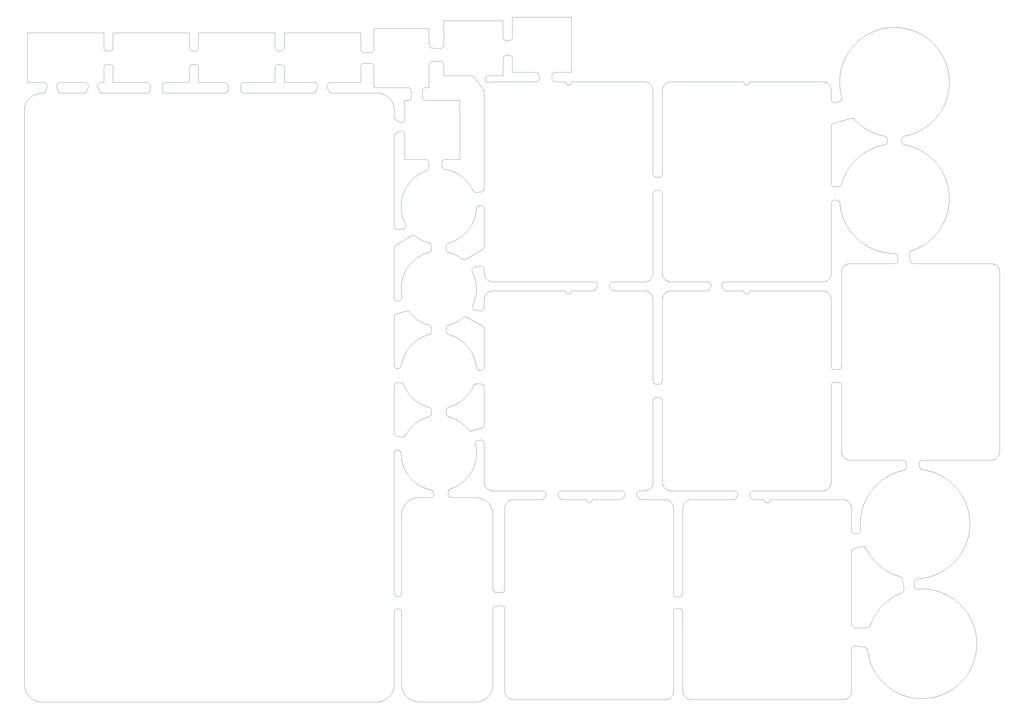
<source format=gko>
%MOIN*%
%OFA0B0*%
%FSLAX36Y36*%
%IPPOS*%
%LPD*%
%ADD10C,0*%
D10*
X009271574Y005963622D02*
X009271574Y005963622D01*
X009271574Y006616004D01*
X009271658Y006618571D01*
X009271909Y006621127D01*
X009272326Y006623661D01*
X009272908Y006626163D01*
X009273651Y006628621D01*
X009274553Y006631026D01*
X009275610Y006633367D01*
X009276817Y006635634D01*
X009278169Y006637817D01*
X009279661Y006639907D01*
X009281286Y006641896D01*
X009283037Y006643775D01*
X009284907Y006645535D01*
X009286888Y006647170D01*
X009288971Y006648672D01*
X009291148Y006650035D01*
X009293409Y006651254D01*
X009295744Y006652322D01*
X009298145Y006653236D01*
X009300599Y006653991D01*
X009499569Y006708177D01*
X009501636Y006708681D01*
X009503727Y006709072D01*
X009505836Y006709349D01*
X009507957Y006709512D01*
X009510083Y006709561D01*
X009512209Y006709494D01*
X009514329Y006709313D01*
X009516435Y006709017D01*
X009518522Y006708608D01*
X009520585Y006708087D01*
X009522616Y006707456D01*
X009524610Y006706715D01*
X009526561Y006705868D01*
X009528464Y006704917D01*
X009530312Y006703865D01*
X009532101Y006702714D01*
X009533825Y006701468D01*
X009535480Y006700131D01*
X009537059Y006698706D01*
X009538560Y006697199D01*
X009545919Y006689394D01*
X009554578Y006680563D01*
X009563409Y006671903D01*
X009572409Y006663418D01*
X009581573Y006655113D01*
X009590899Y006646988D01*
X009600382Y006639048D01*
X009610019Y006631296D01*
X009619807Y006623735D01*
X009629741Y006616367D01*
X009639818Y006609196D01*
X009650034Y006602224D01*
X009660385Y006595453D01*
X009670867Y006588888D01*
X009681475Y006582529D01*
X009692207Y006576380D01*
X009703057Y006570443D01*
X009714022Y006564720D01*
X009725096Y006559213D01*
X009736277Y006553925D01*
X009747559Y006548858D01*
X009758939Y006544012D01*
X009770412Y006539392D01*
X009781973Y006534997D01*
X009793618Y006530831D01*
X009805343Y006526893D01*
X009817143Y006523187D01*
X009829014Y006519713D01*
X009840950Y006516473D01*
X009852948Y006513468D01*
X009865002Y006510698D01*
X009877108Y006508166D01*
X009884404Y006506789D01*
X009887062Y006506192D01*
X009889672Y006505412D01*
X009892223Y006504453D01*
X009894700Y006503321D01*
X009897094Y006502019D01*
X009899392Y006500556D01*
X009901583Y006498936D01*
X009903656Y006497170D01*
X009905603Y006495264D01*
X009907413Y006493228D01*
X009909078Y006491071D01*
X009910590Y006488805D01*
X009911942Y006486439D01*
X009913126Y006483986D01*
X009914139Y006481457D01*
X009914974Y006478863D01*
X009915627Y006476219D01*
X009916096Y006473535D01*
X009916379Y006470825D01*
X009916473Y006468102D01*
X009916473Y006445282D01*
X009916379Y006442560D01*
X009916096Y006439850D01*
X009915627Y006437166D01*
X009914974Y006434521D01*
X009914139Y006431928D01*
X009913126Y006429399D01*
X009911942Y006426945D01*
X009910590Y006424580D01*
X009909078Y006422314D01*
X009907413Y006420157D01*
X009905603Y006418121D01*
X009903656Y006416215D01*
X009901583Y006414448D01*
X009899392Y006412829D01*
X009897094Y006411366D01*
X009894700Y006410064D01*
X009892223Y006408931D01*
X009889672Y006407973D01*
X009887062Y006407193D01*
X009884404Y006406595D01*
X009877108Y006405218D01*
X009865002Y006402687D01*
X009852948Y006399917D01*
X009840950Y006396912D01*
X009829014Y006393672D01*
X009817143Y006390198D01*
X009805343Y006386492D01*
X009793618Y006382554D01*
X009781973Y006378388D01*
X009770412Y006373993D01*
X009758939Y006369372D01*
X009747559Y006364527D01*
X009736277Y006359460D01*
X009725096Y006354172D01*
X009714022Y006348665D01*
X009703057Y006342942D01*
X009692207Y006337005D01*
X009681475Y006330856D01*
X009670867Y006324497D01*
X009660385Y006317931D01*
X009650034Y006311161D01*
X009639818Y006304189D01*
X009629741Y006297018D01*
X009619807Y006289650D01*
X009610019Y006282089D01*
X009600382Y006274337D01*
X009590899Y006266397D01*
X009581573Y006258272D01*
X009572409Y006249966D01*
X009563409Y006241482D01*
X009554578Y006232822D01*
X009545919Y006223991D01*
X009537434Y006214992D01*
X009529128Y006205827D01*
X009521004Y006196502D01*
X009513064Y006187019D01*
X009505312Y006177381D01*
X009497750Y006167594D01*
X009490383Y006157659D01*
X009483211Y006147582D01*
X009476239Y006137366D01*
X009469469Y006127016D01*
X009462903Y006116534D01*
X009456545Y006105925D01*
X009450396Y006095194D01*
X009444459Y006084344D01*
X009438736Y006073379D01*
X009433229Y006062304D01*
X009427941Y006051124D01*
X009422874Y006039841D01*
X009418028Y006028461D01*
X009413408Y006016988D01*
X009409013Y006005427D01*
X009404846Y005993782D01*
X009400909Y005982057D01*
X009397203Y005970257D01*
X009393729Y005958387D01*
X009392232Y005952874D01*
X009391472Y005950398D01*
X009390550Y005947978D01*
X009389472Y005945624D01*
X009388241Y005943345D01*
X009386863Y005941153D01*
X009385344Y005939056D01*
X009383690Y005937063D01*
X009381909Y005935183D01*
X009380008Y005933424D01*
X009377996Y005931795D01*
X009375880Y005930301D01*
X009373672Y005928949D01*
X009371379Y005927745D01*
X009369012Y005926695D01*
X009366581Y005925803D01*
X009364096Y005925072D01*
X009361569Y005924506D01*
X009359010Y005924108D01*
X009356431Y005923879D01*
X009353842Y005923820D01*
X009310549Y005924254D01*
X009307481Y005924405D01*
X009304435Y005924794D01*
X009301427Y005925420D01*
X009298478Y005926278D01*
X009295605Y005927363D01*
X009292825Y005928670D01*
X009290155Y005930189D01*
X009287612Y005931911D01*
X009285211Y005933827D01*
X009282966Y005935923D01*
X009280892Y005938189D01*
X009279001Y005940609D01*
X009277304Y005943169D01*
X009275812Y005945854D01*
X009274534Y005948647D01*
X009273477Y005951531D01*
X009272648Y005954489D01*
X009272053Y005957502D01*
X009271694Y005960553D01*
X009271574Y005963622D01*
X005284330Y003616941D02*
X005284330Y003616941D01*
X005284330Y003188015D01*
X005284250Y003185505D01*
X005284010Y003183005D01*
X005283611Y003180525D01*
X005283055Y003178076D01*
X005282344Y003175667D01*
X005281480Y003173308D01*
X005280468Y003171010D01*
X005279312Y003168780D01*
X005278015Y003166629D01*
X005276585Y003164565D01*
X005275025Y003162596D01*
X005273343Y003160731D01*
X005271546Y003158977D01*
X005269640Y003157341D01*
X005267634Y003155830D01*
X005265536Y003154449D01*
X005263354Y003153206D01*
X005261097Y003152104D01*
X005258774Y003151148D01*
X005256396Y003150342D01*
X005144423Y003116353D01*
X005142154Y003115738D01*
X005139853Y003115259D01*
X005137527Y003114919D01*
X005135185Y003114717D01*
X005132835Y003114656D01*
X005130486Y003114736D01*
X005128145Y003114955D01*
X005125822Y003115314D01*
X005123524Y003115810D01*
X005121260Y003116443D01*
X005119038Y003117210D01*
X005116866Y003118108D01*
X005114751Y003119134D01*
X005112701Y003120285D01*
X005110724Y003121556D01*
X005108825Y003122942D01*
X005107013Y003124440D01*
X005105294Y003126043D01*
X005103673Y003127745D01*
X005102157Y003129542D01*
X005097068Y003135949D01*
X005089103Y003145411D01*
X005080872Y003154642D01*
X005072379Y003163634D01*
X005063634Y003172379D01*
X005054642Y003180872D01*
X005045411Y003189103D01*
X005035949Y003197068D01*
X005026264Y003204760D01*
X005016363Y003212172D01*
X005006254Y003219298D01*
X004995946Y003226133D01*
X004985447Y003232670D01*
X004974766Y003238905D01*
X004963911Y003244833D01*
X004952890Y003250448D01*
X004941714Y003255746D01*
X004930392Y003260722D01*
X004918932Y003265374D01*
X004907344Y003269696D01*
X004895637Y003273685D01*
X004883820Y003277339D01*
X004875367Y003279690D01*
X004872927Y003280455D01*
X004870541Y003281377D01*
X004868220Y003282452D01*
X004865974Y003283676D01*
X004863812Y003285042D01*
X004861744Y003286546D01*
X004859777Y003288181D01*
X004857921Y003289941D01*
X004856183Y003291817D01*
X004854570Y003293802D01*
X004853090Y003295888D01*
X004851748Y003298065D01*
X004850551Y003300325D01*
X004849502Y003302658D01*
X004848608Y003305054D01*
X004847870Y003307503D01*
X004847294Y003309995D01*
X004846880Y003312519D01*
X004846631Y003315064D01*
X004846548Y003317620D01*
X004846548Y003350883D01*
X004846631Y003353439D01*
X004846880Y003355984D01*
X004847294Y003358508D01*
X004847870Y003361000D01*
X004848608Y003363449D01*
X004849502Y003365845D01*
X004850551Y003368178D01*
X004851748Y003370438D01*
X004853090Y003372615D01*
X004854570Y003374701D01*
X004856183Y003376686D01*
X004857921Y003378562D01*
X004859777Y003380322D01*
X004861744Y003381957D01*
X004863812Y003383461D01*
X004865974Y003384827D01*
X004868220Y003386051D01*
X004870541Y003387126D01*
X004872927Y003388047D01*
X004875367Y003388813D01*
X004883820Y003391164D01*
X004895637Y003394818D01*
X004907344Y003398807D01*
X004918932Y003403129D01*
X004930392Y003407781D01*
X004941714Y003412757D01*
X004952890Y003418055D01*
X004963911Y003423670D01*
X004974766Y003429598D01*
X004985447Y003435833D01*
X004995946Y003442370D01*
X005006254Y003449205D01*
X005016363Y003456331D01*
X005026264Y003463743D01*
X005035949Y003471435D01*
X005045411Y003479399D01*
X005054642Y003487631D01*
X005063634Y003496124D01*
X005072379Y003504869D01*
X005080872Y003513861D01*
X005089103Y003523092D01*
X005097068Y003532553D01*
X005104760Y003542239D01*
X005112172Y003552140D01*
X005119298Y003562249D01*
X005126133Y003572557D01*
X005132670Y003583056D01*
X005138905Y003593737D01*
X005144833Y003604592D01*
X005150448Y003615613D01*
X005155746Y003626788D01*
X005159217Y003634685D01*
X005160227Y003636809D01*
X005161362Y003638869D01*
X005162618Y003640857D01*
X005163991Y003642767D01*
X005165475Y003644591D01*
X005167066Y003646324D01*
X005168757Y003647958D01*
X005170543Y003649488D01*
X005172417Y003650910D01*
X005174372Y003652216D01*
X005176402Y003653404D01*
X005178500Y003654468D01*
X005180657Y003655405D01*
X005182866Y003656212D01*
X005185119Y003656885D01*
X005187409Y003657423D01*
X005189727Y003657823D01*
X005192064Y003658083D01*
X005194413Y003658204D01*
X005196764Y003658184D01*
X005246466Y003656282D01*
X005249473Y003656052D01*
X005252454Y003655591D01*
X005255391Y003654904D01*
X005258266Y003653994D01*
X005261064Y003652867D01*
X005263767Y003651529D01*
X005266359Y003649988D01*
X005268826Y003648253D01*
X005271153Y003646334D01*
X005273326Y003644242D01*
X005275333Y003641991D01*
X005277162Y003639592D01*
X005278801Y003637060D01*
X005280242Y003634411D01*
X005281476Y003631659D01*
X005282495Y003628820D01*
X005283295Y003625912D01*
X005283869Y003622951D01*
X005284215Y003619955D01*
X005284330Y003616941D01*
X007224330Y004627559D02*
X007224330Y004627559D01*
X007223474Y004640611D01*
X007220922Y004653440D01*
X007216717Y004665826D01*
X007210931Y004677557D01*
X007203664Y004688433D01*
X007195040Y004698268D01*
X007185205Y004706892D01*
X007174329Y004714160D01*
X007162598Y004719945D01*
X007150212Y004724150D01*
X007137383Y004726702D01*
X007124330Y004727559D01*
X006774208Y004727559D01*
X006772133Y004727613D01*
X006770064Y004727777D01*
X006768006Y004728050D01*
X006765965Y004728431D01*
X006763948Y004728919D01*
X006761959Y004729513D01*
X006760003Y004730210D01*
X006758088Y004731010D01*
X006756217Y004731910D01*
X006754396Y004732907D01*
X006752631Y004733998D01*
X006750925Y004735181D01*
X006749284Y004736452D01*
X006747712Y004737809D01*
X006746214Y004739246D01*
X006744794Y004740759D01*
X006743456Y004742346D01*
X006742203Y004744001D01*
X006741039Y004745720D01*
X006739967Y004747498D01*
X006727009Y004770332D01*
X006725171Y004774005D01*
X006723726Y004777848D01*
X006722689Y004781821D01*
X006722072Y004785881D01*
X006721881Y004789983D01*
X006722118Y004794082D01*
X006722780Y004798135D01*
X006723862Y004802096D01*
X006725349Y004805924D01*
X006727228Y004809575D01*
X006729477Y004813011D01*
X006732071Y004816194D01*
X006734983Y004819089D01*
X006738180Y004821666D01*
X006741628Y004823895D01*
X006745290Y004825753D01*
X006749126Y004827220D01*
X006753093Y004828279D01*
X006757149Y004828919D01*
X006761250Y004829133D01*
X007124330Y004829133D01*
X007137383Y004829989D01*
X007150212Y004832541D01*
X007162598Y004836746D01*
X007174330Y004842531D01*
X007185206Y004849798D01*
X007195041Y004858423D01*
X007203665Y004868257D01*
X007210933Y004879133D01*
X007216718Y004890865D01*
X007220923Y004903251D01*
X007223474Y004916081D01*
X007224330Y004929133D01*
X007224330Y005845445D01*
X007224452Y005848534D01*
X007224815Y005851604D01*
X007225418Y005854636D01*
X007226257Y005857611D01*
X007227327Y005860511D01*
X007228621Y005863319D01*
X007230132Y005866016D01*
X007231849Y005868586D01*
X007233763Y005871014D01*
X007235861Y005873284D01*
X007238132Y005875382D01*
X007240559Y005877296D01*
X007243130Y005879014D01*
X007245827Y005880524D01*
X007248634Y005881818D01*
X007251534Y005882888D01*
X007254510Y005883727D01*
X007257541Y005884331D01*
X007260611Y005884694D01*
X007263700Y005884815D01*
X007292204Y005884815D01*
X007295293Y005884694D01*
X007298363Y005884331D01*
X007301395Y005883727D01*
X007304370Y005882888D01*
X007307271Y005881818D01*
X007310078Y005880524D01*
X007312775Y005879014D01*
X007315345Y005877296D01*
X007317773Y005875382D01*
X007320043Y005873284D01*
X007322141Y005871014D01*
X007324055Y005868586D01*
X007325773Y005866016D01*
X007327283Y005863319D01*
X007328577Y005860511D01*
X007329647Y005857611D01*
X007330487Y005854636D01*
X007331090Y005851604D01*
X007331453Y005848534D01*
X007331574Y005845445D01*
X007331574Y004929133D01*
X007332430Y004916081D01*
X007334982Y004903251D01*
X007339187Y004890865D01*
X007344972Y004879133D01*
X007352239Y004868257D01*
X007360864Y004858423D01*
X007370698Y004849798D01*
X007381574Y004842531D01*
X007393306Y004836746D01*
X007405692Y004832541D01*
X007418522Y004829989D01*
X007431574Y004829133D01*
X007854374Y004829133D01*
X007858544Y004828912D01*
X007862666Y004828250D01*
X007866695Y004827156D01*
X007870586Y004825641D01*
X007874294Y004823722D01*
X007877779Y004821422D01*
X007881000Y004818765D01*
X007883921Y004815782D01*
X007886510Y004812507D01*
X007888738Y004808976D01*
X007890580Y004805228D01*
X007892014Y004801307D01*
X007893025Y004797256D01*
X007893601Y004793121D01*
X007893736Y004788948D01*
X007893428Y004784784D01*
X007892681Y004780676D01*
X007891504Y004776670D01*
X007889908Y004772812D01*
X007887913Y004769144D01*
X007873875Y004746310D01*
X007872781Y004744627D01*
X007871602Y004743003D01*
X007870342Y004741441D01*
X007869005Y004739945D01*
X007867592Y004738519D01*
X007866109Y004737167D01*
X007864559Y004735893D01*
X007862946Y004734699D01*
X007861275Y004733588D01*
X007859548Y004732565D01*
X007857772Y004731630D01*
X007855951Y004730788D01*
X007854089Y004730039D01*
X007852191Y004729386D01*
X007850263Y004728831D01*
X007848309Y004728374D01*
X007846334Y004728018D01*
X007844343Y004727763D01*
X007842342Y004727610D01*
X007840336Y004727559D01*
X007431574Y004727559D01*
X007418522Y004726703D01*
X007405692Y004724151D01*
X007393306Y004719946D01*
X007381575Y004714161D01*
X007370698Y004706894D01*
X007360864Y004698269D01*
X007352239Y004688435D01*
X007344972Y004677559D01*
X007339187Y004665827D01*
X007334982Y004653440D01*
X007332430Y004640611D01*
X007331574Y004627559D01*
X007331574Y003691562D01*
X007331453Y003688473D01*
X007331090Y003685403D01*
X007330487Y003682371D01*
X007329647Y003679396D01*
X007328577Y003676495D01*
X007327283Y003673688D01*
X007325773Y003670991D01*
X007324055Y003668421D01*
X007322141Y003665993D01*
X007320043Y003663723D01*
X007317773Y003661624D01*
X007315345Y003659711D01*
X007312775Y003657993D01*
X007310078Y003656483D01*
X007307271Y003655188D01*
X007304370Y003654119D01*
X007301395Y003653279D01*
X007298363Y003652676D01*
X007295293Y003652313D01*
X007292204Y003652192D01*
X007263700Y003652192D01*
X007260611Y003652313D01*
X007257541Y003652676D01*
X007254510Y003653279D01*
X007251534Y003654119D01*
X007248634Y003655188D01*
X007245827Y003656483D01*
X007243130Y003657993D01*
X007240559Y003659711D01*
X007238132Y003661624D01*
X007235861Y003663723D01*
X007233763Y003665993D01*
X007231849Y003668421D01*
X007230132Y003670991D01*
X007228621Y003673688D01*
X007227327Y003676495D01*
X007226257Y003679396D01*
X007225418Y003682371D01*
X007224815Y003685403D01*
X007224452Y003688473D01*
X007224330Y003691562D01*
X007224330Y004627559D01*
X004050000Y007000000D02*
X004050000Y007000000D01*
X003533446Y007000000D01*
X003531078Y007000071D01*
X003528718Y007000285D01*
X003526375Y007000640D01*
X003524058Y007001135D01*
X003521775Y007001769D01*
X003519534Y007002540D01*
X003517344Y007003443D01*
X003515212Y007004477D01*
X003513146Y007005637D01*
X003511153Y007006919D01*
X003509242Y007008319D01*
X003507417Y007009832D01*
X003505688Y007011451D01*
X003504058Y007013171D01*
X003502536Y007014987D01*
X003501125Y007016890D01*
X003499831Y007018876D01*
X003498659Y007020935D01*
X003497613Y007023061D01*
X003496697Y007025246D01*
X003480235Y007068081D01*
X003479041Y007071702D01*
X003478203Y007075421D01*
X003477728Y007079205D01*
X003477622Y007083016D01*
X003477885Y007086820D01*
X003478515Y007090580D01*
X003479506Y007094262D01*
X003480848Y007097831D01*
X003482529Y007101254D01*
X003484534Y007104497D01*
X003486842Y007107532D01*
X003489434Y007110329D01*
X003492284Y007112862D01*
X003495365Y007115107D01*
X003498649Y007117044D01*
X003502105Y007118655D01*
X003505701Y007119923D01*
X003509403Y007120837D01*
X003513176Y007121390D01*
X003516984Y007121574D01*
X003865196Y007121574D01*
X003865196Y007304317D01*
X003865318Y007307406D01*
X003865681Y007310476D01*
X003866284Y007313508D01*
X003867123Y007316483D01*
X003868193Y007319383D01*
X003869487Y007322191D01*
X003870998Y007324888D01*
X003872715Y007327458D01*
X003874629Y007329886D01*
X003876728Y007332156D01*
X003878998Y007334254D01*
X003881425Y007336168D01*
X003883996Y007337885D01*
X003886693Y007339396D01*
X003889500Y007340690D01*
X003892400Y007341760D01*
X003895376Y007342599D01*
X003898408Y007343202D01*
X003901477Y007343566D01*
X003904566Y007343687D01*
X003977677Y007343687D01*
X003980766Y007343566D01*
X003983836Y007343202D01*
X003986867Y007342599D01*
X003989843Y007341760D01*
X003992743Y007340690D01*
X003995550Y007339396D01*
X003998247Y007337885D01*
X004000818Y007336168D01*
X004003245Y007334254D01*
X004005516Y007332156D01*
X004007614Y007329886D01*
X004009528Y007327458D01*
X004011245Y007324888D01*
X004012756Y007322191D01*
X004014050Y007319383D01*
X004015120Y007316483D01*
X004015959Y007313508D01*
X004016562Y007310476D01*
X004016925Y007307406D01*
X004017047Y007304317D01*
X004017047Y007063543D01*
X004408335Y007063543D01*
X004411424Y007063422D01*
X004414494Y007063058D01*
X004417526Y007062455D01*
X004420501Y007061616D01*
X004423402Y007060546D01*
X004426209Y007059252D01*
X004428906Y007057741D01*
X004431476Y007056024D01*
X004433904Y007054110D01*
X004436174Y007052012D01*
X004438273Y007049742D01*
X004440186Y007047314D01*
X004441904Y007044744D01*
X004443414Y007042047D01*
X004444709Y007039239D01*
X004445779Y007036339D01*
X004446618Y007033364D01*
X004447221Y007030332D01*
X004447584Y007027262D01*
X004447705Y007024173D01*
X004447705Y006956141D01*
X004447584Y006953052D01*
X004447221Y006949982D01*
X004446618Y006946950D01*
X004445779Y006943975D01*
X004444709Y006941075D01*
X004443414Y006938268D01*
X004441904Y006935570D01*
X004440186Y006933000D01*
X004438273Y006930572D01*
X004436174Y006928302D01*
X004433904Y006926204D01*
X004431477Y006924290D01*
X004428906Y006922573D01*
X004426209Y006921062D01*
X004423402Y006919768D01*
X004420501Y006918698D01*
X004417526Y006917859D01*
X004414494Y006917256D01*
X004411424Y006916893D01*
X004408335Y006916771D01*
X004371377Y006916771D01*
X004371377Y006701027D01*
X004371165Y006696941D01*
X004370529Y006692899D01*
X004369477Y006688944D01*
X004368021Y006685120D01*
X004366175Y006681468D01*
X004363961Y006678027D01*
X004361401Y006674835D01*
X004358523Y006671926D01*
X004355359Y006669331D01*
X004351943Y006667078D01*
X004348312Y006665192D01*
X004344504Y006663693D01*
X004340562Y006662598D01*
X004336527Y006661918D01*
X004332443Y006661660D01*
X004328354Y006661827D01*
X004324305Y006662418D01*
X004320340Y006663426D01*
X004316500Y006664840D01*
X004312827Y006666645D01*
X004270190Y006690430D01*
X004268392Y006691497D01*
X004266654Y006692657D01*
X004264979Y006693908D01*
X004263373Y006695246D01*
X004261841Y006696667D01*
X004260386Y006698168D01*
X004259012Y006699744D01*
X004257725Y006701390D01*
X004256526Y006703103D01*
X004255420Y006704876D01*
X004254410Y006706706D01*
X004253498Y006708587D01*
X004252688Y006710514D01*
X004251981Y006712481D01*
X004251379Y006714483D01*
X004250884Y006716513D01*
X004250498Y006718568D01*
X004250221Y006720639D01*
X004250055Y006722723D01*
X004250000Y006724813D01*
X004250000Y006800000D01*
X004249605Y006812558D01*
X004248422Y006825067D01*
X004246456Y006837476D01*
X004243716Y006849738D01*
X004240211Y006861803D01*
X004235955Y006873625D01*
X004230965Y006885155D01*
X004225261Y006896350D01*
X004218865Y006907165D01*
X004211803Y006917556D01*
X004204102Y006927484D01*
X004195793Y006936909D01*
X004186908Y006945793D01*
X004177484Y006954102D01*
X004167556Y006961803D01*
X004157165Y006968865D01*
X004146350Y006975261D01*
X004135155Y006980965D01*
X004123624Y006985955D01*
X004111803Y006990211D01*
X004099737Y006993716D01*
X004087476Y006996457D01*
X004075066Y006998423D01*
X004062557Y006999605D01*
X004050000Y007000000D01*
X002302630Y007000000D02*
X002302630Y007000000D01*
X001626196Y007000000D01*
X001623107Y007000121D01*
X001620037Y007000484D01*
X001617006Y007001088D01*
X001614030Y007001927D01*
X001611130Y007002997D01*
X001608323Y007004291D01*
X001605626Y007005801D01*
X001603055Y007007519D01*
X001600628Y007009433D01*
X001598357Y007011531D01*
X001596259Y007013801D01*
X001594345Y007016229D01*
X001592628Y007018799D01*
X001591117Y007021496D01*
X001589823Y007024303D01*
X001588753Y007027204D01*
X001587914Y007030179D01*
X001587311Y007033211D01*
X001586948Y007036281D01*
X001586826Y007039370D01*
X001586826Y007082204D01*
X001586947Y007085293D01*
X001587311Y007088363D01*
X001587914Y007091395D01*
X001588753Y007094370D01*
X001589823Y007097270D01*
X001591117Y007100078D01*
X001592628Y007102775D01*
X001594345Y007105345D01*
X001596259Y007107773D01*
X001598357Y007110043D01*
X001600627Y007112141D01*
X001603055Y007114055D01*
X001605625Y007115773D01*
X001608323Y007117283D01*
X001611130Y007118577D01*
X001614030Y007119647D01*
X001617005Y007120487D01*
X001620037Y007121090D01*
X001623107Y007121453D01*
X001626196Y007121574D01*
X001896692Y007121574D01*
X001896692Y007291879D01*
X001896814Y007294968D01*
X001897177Y007298038D01*
X001897780Y007301070D01*
X001898619Y007304045D01*
X001899689Y007306946D01*
X001900983Y007309753D01*
X001902494Y007312450D01*
X001904211Y007315021D01*
X001906125Y007317448D01*
X001908224Y007319718D01*
X001910494Y007321817D01*
X001912921Y007323730D01*
X001915492Y007325448D01*
X001918189Y007326958D01*
X001920996Y007328253D01*
X001923896Y007329323D01*
X001926872Y007330162D01*
X001929904Y007330765D01*
X001932974Y007331128D01*
X001936062Y007331250D01*
X001961574Y007331250D01*
X001964663Y007331128D01*
X001967733Y007330765D01*
X001970765Y007330162D01*
X001973740Y007329323D01*
X001976641Y007328253D01*
X001979448Y007326958D01*
X001982145Y007325448D01*
X001984715Y007323730D01*
X001987143Y007321817D01*
X001989413Y007319718D01*
X001991512Y007317448D01*
X001993425Y007315021D01*
X001995143Y007312450D01*
X001996653Y007309753D01*
X001997948Y007306946D01*
X001999017Y007304045D01*
X001999857Y007301070D01*
X002000460Y007298038D01*
X002000823Y007294968D01*
X002000944Y007291879D01*
X002000944Y007121574D01*
X002302630Y007121574D01*
X002305719Y007121453D01*
X002308789Y007121090D01*
X002311820Y007120487D01*
X002314796Y007119647D01*
X002317696Y007118577D01*
X002320503Y007117283D01*
X002323201Y007115773D01*
X002325771Y007114055D01*
X002328199Y007112141D01*
X002330469Y007110043D01*
X002332567Y007107773D01*
X002334481Y007105345D01*
X002336198Y007102775D01*
X002337709Y007100078D01*
X002339003Y007097270D01*
X002340073Y007094370D01*
X002340912Y007091395D01*
X002341515Y007088363D01*
X002341878Y007085293D01*
X002342000Y007082204D01*
X002342000Y007039370D01*
X002341878Y007036281D01*
X002341515Y007033211D01*
X002340912Y007030179D01*
X002340073Y007027204D01*
X002339003Y007024303D01*
X002337709Y007021496D01*
X002336198Y007018799D01*
X002334481Y007016229D01*
X002332567Y007013801D01*
X002330468Y007011531D01*
X002328198Y007009433D01*
X002325771Y007007519D01*
X002323200Y007005801D01*
X002320503Y007004291D01*
X002317696Y007002997D01*
X002314796Y007001927D01*
X002311820Y007001088D01*
X002308788Y007000484D01*
X002305718Y007000121D01*
X002302630Y007000000D01*
X006525551Y002325984D02*
X006525551Y002325984D01*
X006525120Y002320508D01*
X006523837Y002315168D01*
X006521736Y002310094D01*
X006518866Y002305411D01*
X006515299Y002301235D01*
X006511123Y002297668D01*
X006506440Y002294798D01*
X006501366Y002292697D01*
X006496026Y002291414D01*
X006490551Y002290984D01*
X006485075Y002291414D01*
X006479735Y002292697D01*
X006474661Y002294798D01*
X006469978Y002297668D01*
X006465802Y002301235D01*
X006462235Y002305411D01*
X006459365Y002310094D01*
X006457264Y002315168D01*
X006455981Y002320508D01*
X006455551Y002325984D01*
X006183657Y002325984D01*
X006181582Y002326038D01*
X006179512Y002326202D01*
X006177455Y002326475D01*
X006175414Y002326856D01*
X006173396Y002327344D01*
X006171407Y002327938D01*
X006169452Y002328636D01*
X006167537Y002329435D01*
X006165666Y002330335D01*
X006163845Y002331332D01*
X006162080Y002332423D01*
X006160374Y002333606D01*
X006158733Y002334878D01*
X006157161Y002336234D01*
X006155663Y002337671D01*
X006154243Y002339185D01*
X006152905Y002340771D01*
X006151652Y002342426D01*
X006150488Y002344145D01*
X006149416Y002345923D01*
X006136458Y002368758D01*
X006134620Y002372430D01*
X006133175Y002376273D01*
X006132138Y002380247D01*
X006131521Y002384306D01*
X006131329Y002388408D01*
X006131566Y002392508D01*
X006132229Y002396560D01*
X006133310Y002400521D01*
X006134798Y002404349D01*
X006136677Y002408000D01*
X006138925Y002411436D01*
X006141520Y002414619D01*
X006144431Y002417515D01*
X006147629Y002420091D01*
X006151077Y002422321D01*
X006154739Y002424179D01*
X006158575Y002425645D01*
X006162542Y002426704D01*
X006166598Y002427344D01*
X006170699Y002427559D01*
X006860796Y002427559D01*
X006864897Y002427344D01*
X006868953Y002426704D01*
X006872920Y002425645D01*
X006876756Y002424179D01*
X006880418Y002422321D01*
X006883866Y002420091D01*
X006887064Y002417515D01*
X006889975Y002414619D01*
X006892570Y002411436D01*
X006894818Y002408000D01*
X006896697Y002404349D01*
X006898185Y002400521D01*
X006899266Y002396560D01*
X006899929Y002392508D01*
X006900166Y002388408D01*
X006899974Y002384306D01*
X006899357Y002380247D01*
X006898320Y002376273D01*
X006896875Y002372430D01*
X006895037Y002368758D01*
X006882079Y002345923D01*
X006881007Y002344145D01*
X006879843Y002342426D01*
X006878591Y002340771D01*
X006877252Y002339185D01*
X006875832Y002337671D01*
X006874334Y002336234D01*
X006872762Y002334878D01*
X006871121Y002333606D01*
X006869416Y002332423D01*
X006867650Y002331332D01*
X006865829Y002330335D01*
X006863958Y002329435D01*
X006862043Y002328636D01*
X006860088Y002327938D01*
X006858099Y002327344D01*
X006856081Y002326856D01*
X006854040Y002326475D01*
X006851983Y002326202D01*
X006849913Y002326038D01*
X006847838Y002325984D01*
X006525551Y002325984D01*
X007460551Y002225984D02*
X007460551Y002225984D01*
X007459694Y002239036D01*
X007457142Y002251865D01*
X007452937Y002264251D01*
X007447152Y002275983D01*
X007439885Y002286859D01*
X007431260Y002296693D01*
X007421425Y002305318D01*
X007410550Y002312585D01*
X007398818Y002318370D01*
X007386432Y002322575D01*
X007373603Y002325127D01*
X007360551Y002325984D01*
X007089169Y002325984D01*
X007087094Y002326038D01*
X007085024Y002326202D01*
X007082966Y002326475D01*
X007080926Y002326856D01*
X007078908Y002327344D01*
X007076919Y002327938D01*
X007074964Y002328636D01*
X007073049Y002329435D01*
X007071178Y002330335D01*
X007069357Y002331332D01*
X007067591Y002332423D01*
X007065886Y002333606D01*
X007064245Y002334878D01*
X007062673Y002336234D01*
X007061175Y002337671D01*
X007059755Y002339185D01*
X007058416Y002340771D01*
X007057163Y002342426D01*
X007055999Y002344145D01*
X007054928Y002345923D01*
X007041970Y002368758D01*
X007040132Y002372430D01*
X007038687Y002376273D01*
X007037650Y002380247D01*
X007037032Y002384306D01*
X007036841Y002388408D01*
X007037078Y002392508D01*
X007037741Y002396560D01*
X007038822Y002400521D01*
X007040310Y002404349D01*
X007042189Y002408000D01*
X007044437Y002411436D01*
X007047032Y002414619D01*
X007049943Y002417515D01*
X007053141Y002420091D01*
X007056589Y002422321D01*
X007060251Y002424179D01*
X007064086Y002425645D01*
X007068054Y002426704D01*
X007072110Y002427344D01*
X007076211Y002427559D01*
X007124330Y002427559D01*
X007137383Y002428414D01*
X007150212Y002430966D01*
X007162598Y002435171D01*
X007174330Y002440956D01*
X007185206Y002448224D01*
X007195041Y002456848D01*
X007203665Y002466683D01*
X007210933Y002477559D01*
X007216718Y002489290D01*
X007220923Y002501677D01*
X007223474Y002514506D01*
X007224330Y002527559D01*
X007224330Y003463555D01*
X007224452Y003466644D01*
X007224815Y003469714D01*
X007225418Y003472746D01*
X007226257Y003475721D01*
X007227327Y003478622D01*
X007228621Y003481429D01*
X007230132Y003484126D01*
X007231849Y003486697D01*
X007233763Y003489124D01*
X007235861Y003491394D01*
X007238132Y003493493D01*
X007240559Y003495407D01*
X007243130Y003497124D01*
X007245827Y003498634D01*
X007248634Y003499929D01*
X007251534Y003500999D01*
X007254510Y003501838D01*
X007257541Y003502441D01*
X007260611Y003502804D01*
X007263700Y003502926D01*
X007292204Y003502926D01*
X007295293Y003502804D01*
X007298363Y003502441D01*
X007301395Y003501838D01*
X007304370Y003500999D01*
X007307271Y003499929D01*
X007310078Y003498634D01*
X007312775Y003497124D01*
X007315345Y003495407D01*
X007317773Y003493493D01*
X007320043Y003491394D01*
X007322141Y003489124D01*
X007324055Y003486697D01*
X007325773Y003484126D01*
X007327283Y003481429D01*
X007328577Y003478622D01*
X007329647Y003475721D01*
X007330487Y003472746D01*
X007331090Y003469714D01*
X007331453Y003466644D01*
X007331574Y003463555D01*
X007331574Y002527559D01*
X007332430Y002514506D01*
X007334982Y002501677D01*
X007339187Y002489290D01*
X007344972Y002477559D01*
X007352239Y002466683D01*
X007360864Y002456848D01*
X007370698Y002448224D01*
X007381574Y002440956D01*
X007393306Y002435171D01*
X007405692Y002430966D01*
X007418522Y002428414D01*
X007431574Y002427559D01*
X008160009Y002427559D01*
X008164110Y002427344D01*
X008168166Y002426704D01*
X008172133Y002425645D01*
X008175969Y002424179D01*
X008179630Y002422321D01*
X008183079Y002420091D01*
X008186276Y002417515D01*
X008189188Y002414619D01*
X008191782Y002411436D01*
X008194031Y002408000D01*
X008195909Y002404349D01*
X008197397Y002400521D01*
X008198479Y002396560D01*
X008199141Y002392508D01*
X008199378Y002388408D01*
X008199187Y002384306D01*
X008198570Y002380247D01*
X008197533Y002376273D01*
X008196087Y002372430D01*
X008194250Y002368758D01*
X008181292Y002345923D01*
X008180220Y002344145D01*
X008179056Y002342426D01*
X008177803Y002340771D01*
X008176465Y002339185D01*
X008175044Y002337671D01*
X008173546Y002336234D01*
X008171975Y002334878D01*
X008170334Y002333606D01*
X008168628Y002332423D01*
X008166862Y002331332D01*
X008165042Y002330335D01*
X008163171Y002329435D01*
X008161255Y002328636D01*
X008159300Y002327938D01*
X008157311Y002327344D01*
X008155294Y002326856D01*
X008153253Y002326475D01*
X008151195Y002326202D01*
X008149126Y002326038D01*
X008147051Y002325984D01*
X007667795Y002325984D01*
X007654742Y002325128D01*
X007641912Y002322576D01*
X007629527Y002318372D01*
X007617795Y002312586D01*
X007606919Y002305319D01*
X007597084Y002296694D01*
X007588460Y002286860D01*
X007581192Y002275984D01*
X007575407Y002264252D01*
X007571202Y002251866D01*
X007568651Y002239036D01*
X007567795Y002225984D01*
X007567795Y001249599D01*
X007567702Y001246893D01*
X007567423Y001244200D01*
X007566959Y001241532D01*
X007566314Y001238902D01*
X007565489Y001236323D01*
X007564488Y001233806D01*
X007563317Y001231365D01*
X007561981Y001229009D01*
X007560486Y001226751D01*
X007558840Y001224601D01*
X007557050Y001222570D01*
X007555124Y001220666D01*
X007553072Y001218899D01*
X007550903Y001217277D01*
X007548628Y001215809D01*
X007546257Y001214500D01*
X007543803Y001213357D01*
X007541275Y001212386D01*
X007538686Y001211590D01*
X007536049Y001210975D01*
X007507545Y001205348D01*
X007504110Y001204826D01*
X007500642Y001204609D01*
X007497169Y001204699D01*
X007493717Y001205095D01*
X007490313Y001205793D01*
X007486984Y001206789D01*
X007483756Y001208074D01*
X007480654Y001209639D01*
X007477702Y001211472D01*
X007474923Y001213557D01*
X007472338Y001215880D01*
X007469969Y001218421D01*
X007467832Y001221162D01*
X007465946Y001224080D01*
X007464325Y001227153D01*
X007462980Y001230357D01*
X007461924Y001233667D01*
X007461163Y001237057D01*
X007460704Y001240502D01*
X007460551Y001243973D01*
X007460551Y002225984D01*
X005358267Y007125664D02*
X005358267Y007125664D01*
X005357954Y007125560D01*
X005357640Y007125457D01*
X005357325Y007125358D01*
X005357009Y007125261D01*
X005356693Y007125167D01*
X005356376Y007125075D01*
X005356058Y007124986D01*
X005355739Y007124900D01*
X005355419Y007124816D01*
X005355099Y007124735D01*
X005354778Y007124657D01*
X005354457Y007124581D01*
X005354135Y007124509D01*
X005353812Y007124438D01*
X005353489Y007124371D01*
X005353165Y007124306D01*
X005352841Y007124244D01*
X005352516Y007124185D01*
X005352191Y007124128D01*
X005351865Y007124075D01*
X005339293Y007122052D01*
X005332821Y007121552D01*
X005326355Y007122123D01*
X005320071Y007123749D01*
X005314139Y007126385D01*
X005308721Y007129959D01*
X005303965Y007134375D01*
X005299998Y007139513D01*
X005296929Y007145233D01*
X005294842Y007151379D01*
X005293794Y007157785D01*
X005293811Y007164276D01*
X005294896Y007170676D01*
X005297017Y007176810D01*
X005300117Y007182513D01*
X005304112Y007187629D01*
X005308893Y007192019D01*
X005314331Y007195563D01*
X005320277Y007198166D01*
X005326570Y007199757D01*
X005333038Y007200292D01*
X005499448Y007200292D01*
X005499448Y007394650D01*
X005499544Y007397388D01*
X005499829Y007400112D01*
X005500303Y007402811D01*
X005500964Y007405469D01*
X005501808Y007408076D01*
X005502832Y007410617D01*
X005504029Y007413081D01*
X005505395Y007415456D01*
X005506923Y007417730D01*
X005508605Y007419892D01*
X005510434Y007421932D01*
X005512400Y007423840D01*
X005514494Y007425606D01*
X005516705Y007427223D01*
X005519024Y007428682D01*
X005521439Y007429976D01*
X005523938Y007431099D01*
X005526508Y007432046D01*
X005529139Y007432811D01*
X005531816Y007433392D01*
X005560478Y007438573D01*
X005563889Y007439036D01*
X005567329Y007439200D01*
X005570769Y007439063D01*
X005574184Y007438625D01*
X005577548Y007437891D01*
X005580835Y007436866D01*
X005584019Y007435558D01*
X005587078Y007433976D01*
X005589986Y007432133D01*
X005592722Y007430043D01*
X005595265Y007427723D01*
X005597596Y007425188D01*
X005599696Y007422460D01*
X005601550Y007419559D01*
X005603144Y007416507D01*
X005604464Y007413327D01*
X005605502Y007410044D01*
X005606249Y007406683D01*
X005606700Y007403270D01*
X005606850Y007399830D01*
X005606850Y007239662D01*
X005876034Y007239662D01*
X005879123Y007239541D01*
X005882193Y007239177D01*
X005885225Y007238574D01*
X005888200Y007237735D01*
X005891100Y007236665D01*
X005893907Y007235371D01*
X005896605Y007233861D01*
X005899175Y007232143D01*
X005901603Y007230229D01*
X005903873Y007228131D01*
X005905971Y007225861D01*
X005907885Y007223433D01*
X005909602Y007220863D01*
X005911113Y007218166D01*
X005912407Y007215358D01*
X005913477Y007212458D01*
X005914316Y007209483D01*
X005914919Y007206451D01*
X005915283Y007203381D01*
X005915404Y007200292D01*
X005915404Y007168503D01*
X005915283Y007165414D01*
X005914919Y007162345D01*
X005914316Y007159313D01*
X005913477Y007156337D01*
X005912407Y007153437D01*
X005911113Y007150630D01*
X005909602Y007147933D01*
X005907885Y007145362D01*
X005905971Y007142935D01*
X005903873Y007140665D01*
X005901603Y007138566D01*
X005899175Y007136652D01*
X005896605Y007134935D01*
X005893907Y007133424D01*
X005891100Y007132130D01*
X005888200Y007131060D01*
X005885225Y007130221D01*
X005882193Y007129618D01*
X005879123Y007129255D01*
X005876034Y007129133D01*
X005384330Y007129133D01*
X005371277Y007128277D01*
X005358448Y007125726D01*
X005358267Y007125664D01*
X009995246Y005157527D02*
X009995246Y005157527D01*
X009998083Y005157396D01*
X010000903Y005157062D01*
X010003692Y005156525D01*
X010006435Y005155788D01*
X010009117Y005154856D01*
X010011726Y005153732D01*
X010014246Y005152424D01*
X010016666Y005150937D01*
X010018972Y005149280D01*
X010021153Y005147461D01*
X010023197Y005145489D01*
X010025094Y005143375D01*
X010026833Y005141130D01*
X010028405Y005138765D01*
X010029804Y005136293D01*
X010031020Y005133727D01*
X010032048Y005131080D01*
X010032883Y005128365D01*
X010033520Y005125598D01*
X010033956Y005122791D01*
X010038403Y005085262D01*
X010038654Y005081948D01*
X010038625Y005078625D01*
X010038316Y005075316D01*
X010037729Y005072045D01*
X010036868Y005068835D01*
X010035740Y005065710D01*
X010034351Y005062690D01*
X010032714Y005059798D01*
X010030838Y005057055D01*
X010028737Y005054480D01*
X010026427Y005052091D01*
X010023924Y005049905D01*
X010021245Y005047938D01*
X010018409Y005046205D01*
X010015438Y005044716D01*
X010012352Y005043484D01*
X010009173Y005042516D01*
X010005923Y005041819D01*
X010002626Y005041400D01*
X009999306Y005041259D01*
X009488818Y005041259D01*
X009475766Y005040403D01*
X009462936Y005037852D01*
X009450550Y005033647D01*
X009438819Y005027862D01*
X009427942Y005020594D01*
X009418108Y005011970D01*
X009409483Y005002135D01*
X009402216Y004991259D01*
X009396431Y004979527D01*
X009392226Y004967141D01*
X009389674Y004954312D01*
X009388818Y004941259D01*
X009388818Y003860936D01*
X009388697Y003857847D01*
X009388334Y003854777D01*
X009387731Y003851745D01*
X009386891Y003848770D01*
X009385822Y003845870D01*
X009384527Y003843062D01*
X009383017Y003840365D01*
X009381299Y003837795D01*
X009379386Y003835367D01*
X009377287Y003833097D01*
X009375017Y003830999D01*
X009372589Y003829085D01*
X009370019Y003827367D01*
X009367322Y003825857D01*
X009364515Y003824563D01*
X009361614Y003823493D01*
X009358639Y003822654D01*
X009355607Y003822051D01*
X009352537Y003821687D01*
X009349448Y003821566D01*
X009310944Y003821566D01*
X009307855Y003821687D01*
X009304786Y003822051D01*
X009301754Y003822654D01*
X009298778Y003823493D01*
X009295878Y003824563D01*
X009293071Y003825857D01*
X009290374Y003827367D01*
X009287803Y003829085D01*
X009285376Y003830999D01*
X009283106Y003833097D01*
X009281007Y003835367D01*
X009279093Y003837795D01*
X009277376Y003840365D01*
X009275865Y003843062D01*
X009274571Y003845870D01*
X009273501Y003848770D01*
X009272662Y003851745D01*
X009272059Y003854777D01*
X009271696Y003857847D01*
X009271574Y003860936D01*
X009271574Y004627559D01*
X009270718Y004640611D01*
X009268166Y004653440D01*
X009263961Y004665826D01*
X009258175Y004677557D01*
X009250908Y004688433D01*
X009242284Y004698268D01*
X009232449Y004706892D01*
X009221573Y004714160D01*
X009209842Y004719945D01*
X009197456Y004724150D01*
X009184627Y004726702D01*
X009171574Y004727559D01*
X008336574Y004727559D01*
X008336143Y004722083D01*
X008334861Y004716743D01*
X008332759Y004711669D01*
X008329890Y004706986D01*
X008326323Y004702810D01*
X008322147Y004699243D01*
X008317464Y004696373D01*
X008312390Y004694272D01*
X008307049Y004692989D01*
X008301574Y004692559D01*
X008296099Y004692989D01*
X008290759Y004694272D01*
X008285685Y004696373D01*
X008281001Y004699243D01*
X008276826Y004702810D01*
X008273259Y004706986D01*
X008270389Y004711669D01*
X008268287Y004716743D01*
X008267005Y004722083D01*
X008266574Y004727559D01*
X008065175Y004727559D01*
X008063169Y004727610D01*
X008061168Y004727763D01*
X008059177Y004728018D01*
X008057202Y004728374D01*
X008055248Y004728831D01*
X008053319Y004729386D01*
X008051422Y004730039D01*
X008049560Y004730788D01*
X008047738Y004731630D01*
X008045962Y004732565D01*
X008044236Y004733588D01*
X008042564Y004734699D01*
X008040952Y004735893D01*
X008039401Y004737167D01*
X008037918Y004738519D01*
X008036506Y004739945D01*
X008035168Y004741441D01*
X008033909Y004743003D01*
X008032730Y004744627D01*
X008031636Y004746310D01*
X008017598Y004769144D01*
X008015603Y004772812D01*
X008014007Y004776670D01*
X008012829Y004780676D01*
X008012083Y004784784D01*
X008011775Y004788948D01*
X008011910Y004793121D01*
X008012486Y004797256D01*
X008013497Y004801307D01*
X008014931Y004805228D01*
X008016772Y004808976D01*
X008019000Y004812507D01*
X008021590Y004815782D01*
X008024511Y004818765D01*
X008027732Y004821422D01*
X008031217Y004823722D01*
X008034925Y004825641D01*
X008038815Y004827156D01*
X008042845Y004828250D01*
X008046967Y004828912D01*
X008051137Y004829133D01*
X009171574Y004829133D01*
X009184627Y004829989D01*
X009197456Y004832541D01*
X009209842Y004836746D01*
X009221574Y004842531D01*
X009232450Y004849798D01*
X009242285Y004858423D01*
X009250909Y004868257D01*
X009258177Y004879133D01*
X009263962Y004890865D01*
X009268167Y004903251D01*
X009270718Y004916081D01*
X009271574Y004929133D01*
X009271574Y005732806D01*
X009271721Y005736203D01*
X009272161Y005739575D01*
X009272889Y005742896D01*
X009273902Y005746142D01*
X009275191Y005749289D01*
X009276747Y005752312D01*
X009278557Y005755190D01*
X009280610Y005757902D01*
X009282888Y005760426D01*
X009285376Y005762743D01*
X009288055Y005764838D01*
X009290904Y005766694D01*
X009293903Y005768296D01*
X009297029Y005769635D01*
X009300259Y005770698D01*
X009303569Y005771479D01*
X009306933Y005771971D01*
X009310328Y005772171D01*
X009313727Y005772077D01*
X009317105Y005771691D01*
X009339428Y005768154D01*
X009341990Y005767661D01*
X009344513Y005766999D01*
X009346986Y005766171D01*
X009349400Y005765182D01*
X009351743Y005764035D01*
X009354004Y005762735D01*
X009356175Y005761289D01*
X009358245Y005759702D01*
X009360205Y005757981D01*
X009362047Y005756134D01*
X009363763Y005754169D01*
X009365345Y005752096D01*
X009366786Y005749921D01*
X009368080Y005747657D01*
X009369221Y005745311D01*
X009370204Y005742895D01*
X009371026Y005740419D01*
X009371681Y005737895D01*
X009372168Y005735332D01*
X009372484Y005732743D01*
X009373112Y005725658D01*
X009374445Y005713362D01*
X009376019Y005701094D01*
X009377834Y005688860D01*
X009379888Y005676663D01*
X009382182Y005664510D01*
X009384714Y005652403D01*
X009387483Y005640349D01*
X009390488Y005628351D01*
X009393729Y005616415D01*
X009397203Y005604545D01*
X009400909Y005592745D01*
X009404846Y005581020D01*
X009409013Y005569375D01*
X009413408Y005557814D01*
X009418028Y005546341D01*
X009422874Y005534961D01*
X009427941Y005523679D01*
X009433229Y005512498D01*
X009438736Y005501423D01*
X009444459Y005490459D01*
X009450396Y005479609D01*
X009456545Y005468877D01*
X009462903Y005458268D01*
X009469469Y005447786D01*
X009476239Y005437436D01*
X009483211Y005427220D01*
X009490383Y005417143D01*
X009497750Y005407209D01*
X009505312Y005397421D01*
X009513064Y005387783D01*
X009521004Y005378300D01*
X009529128Y005368975D01*
X009537434Y005359810D01*
X009545919Y005350811D01*
X009554578Y005341980D01*
X009563409Y005333320D01*
X009572409Y005324836D01*
X009581573Y005316530D01*
X009590899Y005308405D01*
X009600382Y005300466D01*
X009610019Y005292713D01*
X009619807Y005285152D01*
X009629741Y005277784D01*
X009639818Y005270613D01*
X009650034Y005263641D01*
X009660385Y005256871D01*
X009670867Y005250305D01*
X009681475Y005243946D01*
X009692207Y005237798D01*
X009703057Y005231860D01*
X009714022Y005226137D01*
X009725096Y005220631D01*
X009736277Y005215342D01*
X009747559Y005210275D01*
X009758939Y005205430D01*
X009770412Y005200809D01*
X009781973Y005196414D01*
X009793618Y005192248D01*
X009805343Y005188311D01*
X009817143Y005184604D01*
X009829014Y005181130D01*
X009840950Y005177890D01*
X009852948Y005174885D01*
X009865002Y005172116D01*
X009877108Y005169584D01*
X009889262Y005167290D01*
X009901458Y005165235D01*
X009913693Y005163421D01*
X009925961Y005161846D01*
X009938257Y005160513D01*
X009950577Y005159422D01*
X009962916Y005158573D01*
X009975269Y005157966D01*
X009987632Y005157601D01*
X009995246Y005157527D01*
X009610162Y001977850D02*
X009610162Y001977850D01*
X009610375Y001974744D01*
X009610341Y001971630D01*
X009610062Y001968529D01*
X009609539Y001965459D01*
X009608774Y001962441D01*
X009607774Y001959492D01*
X009606543Y001956632D01*
X009605091Y001953877D01*
X009603425Y001951246D01*
X009601556Y001948756D01*
X009599497Y001946420D01*
X009597259Y001944255D01*
X009594858Y001942273D01*
X009592307Y001940487D01*
X009589623Y001938908D01*
X009586822Y001937547D01*
X009583923Y001936411D01*
X009580943Y001935508D01*
X009577901Y001934843D01*
X009574816Y001934420D01*
X009550960Y001932110D01*
X009547684Y001931930D01*
X009544404Y001932023D01*
X009541143Y001932390D01*
X009537924Y001933026D01*
X009534770Y001933929D01*
X009531701Y001935090D01*
X009528740Y001936504D01*
X009525907Y001938159D01*
X009523221Y001940044D01*
X009520702Y001942147D01*
X009518366Y001944451D01*
X009516231Y001946943D01*
X009514311Y001949603D01*
X009512618Y001952414D01*
X009511166Y001955357D01*
X009509964Y001958410D01*
X009509020Y001961552D01*
X009508341Y001964762D01*
X009507932Y001968018D01*
X009507795Y001971296D01*
X009507795Y002225984D01*
X009506938Y002239036D01*
X009504387Y002251865D01*
X009500181Y002264251D01*
X009494396Y002275983D01*
X009487129Y002286859D01*
X009478504Y002296693D01*
X009468670Y002305318D01*
X009457794Y002312585D01*
X009446063Y002318370D01*
X009433676Y002322575D01*
X009420847Y002325127D01*
X009407795Y002325984D01*
X008572795Y002325984D01*
X008572364Y002320508D01*
X008571081Y002315168D01*
X008568980Y002310094D01*
X008566110Y002305411D01*
X008562543Y002301235D01*
X008558367Y002297668D01*
X008553684Y002294798D01*
X008548610Y002292697D01*
X008543270Y002291414D01*
X008537795Y002290984D01*
X008532319Y002291414D01*
X008526979Y002292697D01*
X008521905Y002294798D01*
X008517222Y002297668D01*
X008513046Y002301235D01*
X008509479Y002305411D01*
X008506609Y002310094D01*
X008504508Y002315168D01*
X008503225Y002320508D01*
X008502795Y002325984D01*
X008388381Y002325984D01*
X008386306Y002326038D01*
X008384237Y002326202D01*
X008382179Y002326475D01*
X008380139Y002326856D01*
X008378121Y002327344D01*
X008376132Y002327938D01*
X008374177Y002328636D01*
X008372261Y002329435D01*
X008370390Y002330335D01*
X008368570Y002331332D01*
X008366804Y002332423D01*
X008365098Y002333606D01*
X008363457Y002334878D01*
X008361886Y002336234D01*
X008360388Y002337671D01*
X008358967Y002339185D01*
X008357629Y002340771D01*
X008356376Y002342426D01*
X008355212Y002344145D01*
X008354140Y002345923D01*
X008341182Y002368758D01*
X008339345Y002372430D01*
X008337899Y002376273D01*
X008336863Y002380247D01*
X008336245Y002384306D01*
X008336054Y002388408D01*
X008336291Y002392508D01*
X008336954Y002396560D01*
X008338035Y002400521D01*
X008339523Y002404349D01*
X008341401Y002408000D01*
X008343650Y002411436D01*
X008346244Y002414619D01*
X008349156Y002417515D01*
X008352353Y002420091D01*
X008355802Y002422321D01*
X008359464Y002424179D01*
X008363299Y002425645D01*
X008367266Y002426704D01*
X008371323Y002427344D01*
X008375423Y002427559D01*
X009171574Y002427559D01*
X009184627Y002428414D01*
X009197456Y002430966D01*
X009209842Y002435171D01*
X009221574Y002440956D01*
X009232450Y002448224D01*
X009242285Y002456848D01*
X009250909Y002466683D01*
X009258177Y002477559D01*
X009263962Y002489290D01*
X009268167Y002501677D01*
X009270718Y002514506D01*
X009271574Y002527559D01*
X009271574Y003637907D01*
X009271696Y003640996D01*
X009272059Y003644066D01*
X009272662Y003647098D01*
X009273501Y003650073D01*
X009274571Y003652973D01*
X009275865Y003655780D01*
X009277376Y003658478D01*
X009279093Y003661048D01*
X009281007Y003663476D01*
X009283106Y003665746D01*
X009285376Y003667844D01*
X009287803Y003669758D01*
X009290374Y003671475D01*
X009293071Y003672986D01*
X009295878Y003674280D01*
X009298778Y003675350D01*
X009301754Y003676189D01*
X009304786Y003676792D01*
X009307855Y003677156D01*
X009310944Y003677277D01*
X009349448Y003677277D01*
X009352537Y003677156D01*
X009355607Y003676792D01*
X009358639Y003676189D01*
X009361614Y003675350D01*
X009364515Y003674280D01*
X009367322Y003672986D01*
X009370019Y003671475D01*
X009372589Y003669758D01*
X009375017Y003667844D01*
X009377287Y003665746D01*
X009379386Y003663476D01*
X009381299Y003661048D01*
X009383017Y003658478D01*
X009384527Y003655780D01*
X009385822Y003652973D01*
X009386891Y003650073D01*
X009387731Y003647098D01*
X009388334Y003644066D01*
X009388697Y003640996D01*
X009388818Y003637907D01*
X009388818Y002881259D01*
X009389674Y002868207D01*
X009392226Y002855377D01*
X009396431Y002842991D01*
X009402216Y002831259D01*
X009409483Y002820383D01*
X009418108Y002810549D01*
X009427942Y002801924D01*
X009438818Y002794657D01*
X009450550Y002788872D01*
X009462936Y002784667D01*
X009475766Y002782115D01*
X009488818Y002781259D01*
X010094807Y002781259D01*
X010097956Y002781133D01*
X010101085Y002780756D01*
X010104174Y002780129D01*
X010107202Y002779257D01*
X010110151Y002778146D01*
X010113002Y002776803D01*
X010115737Y002775235D01*
X010118337Y002773455D01*
X010120786Y002771471D01*
X010123069Y002769299D01*
X010125171Y002766950D01*
X010127078Y002764441D01*
X010128778Y002761788D01*
X010130261Y002759007D01*
X010131517Y002756116D01*
X010132537Y002753135D01*
X010133316Y002750081D01*
X010133847Y002746974D01*
X010134129Y002743835D01*
X010134159Y002740684D01*
X010132911Y002699943D01*
X010132743Y002697323D01*
X010132401Y002694720D01*
X010131886Y002692145D01*
X010131201Y002689611D01*
X010130348Y002687127D01*
X010129332Y002684707D01*
X010128156Y002682359D01*
X010126827Y002680095D01*
X010125350Y002677924D01*
X010123731Y002675857D01*
X010121979Y002673902D01*
X010120099Y002672069D01*
X010118102Y002670364D01*
X010115996Y002668797D01*
X010113790Y002667374D01*
X010111494Y002666100D01*
X010109118Y002664983D01*
X010106673Y002664026D01*
X010104169Y002663235D01*
X010101619Y002662612D01*
X010101222Y002662529D01*
X010089168Y002659760D01*
X010077170Y002656755D01*
X010065234Y002653514D01*
X010053364Y002650040D01*
X010041564Y002646334D01*
X010029839Y002642397D01*
X010018194Y002638230D01*
X010006633Y002633835D01*
X009995160Y002629215D01*
X009983780Y002624370D01*
X009972498Y002619302D01*
X009961317Y002614014D01*
X009950242Y002608507D01*
X009939277Y002602785D01*
X009928427Y002596847D01*
X009917696Y002590698D01*
X009907087Y002584340D01*
X009896605Y002577774D01*
X009886255Y002571004D01*
X009876039Y002564032D01*
X009865962Y002556861D01*
X009856027Y002549493D01*
X009846240Y002541931D01*
X009836602Y002534179D01*
X009827119Y002526239D01*
X009817794Y002518115D01*
X009808629Y002509809D01*
X009799630Y002501324D01*
X009790799Y002492665D01*
X009782139Y002483834D01*
X009773655Y002474835D01*
X009765349Y002465670D01*
X009757224Y002456344D01*
X009749285Y002446861D01*
X009741532Y002437224D01*
X009733971Y002427436D01*
X009726603Y002417502D01*
X009719432Y002407425D01*
X009712460Y002397209D01*
X009705690Y002386858D01*
X009699124Y002376376D01*
X009692765Y002365768D01*
X009686616Y002355036D01*
X009680679Y002344186D01*
X009674956Y002333222D01*
X009669449Y002322147D01*
X009664161Y002310966D01*
X009659094Y002299684D01*
X009654249Y002288304D01*
X009649628Y002276831D01*
X009645233Y002265270D01*
X009641067Y002253625D01*
X009637129Y002241900D01*
X009633423Y002230100D01*
X009629949Y002218229D01*
X009626709Y002206293D01*
X009623704Y002194296D01*
X009620935Y002182241D01*
X009618403Y002170135D01*
X009616109Y002157981D01*
X009614054Y002145785D01*
X009612240Y002133550D01*
X009610665Y002121283D01*
X009609332Y002108987D01*
X009608241Y002096666D01*
X009607392Y002084327D01*
X009606785Y002071974D01*
X009606420Y002059611D01*
X009606299Y002047244D01*
X009606420Y002034876D01*
X009606785Y002022513D01*
X009607392Y002010160D01*
X009608241Y001997821D01*
X009609332Y001985501D01*
X009610162Y001977850D01*
X010267799Y001297426D02*
X010267799Y001297426D01*
X010264335Y001297340D01*
X010260876Y001297560D01*
X010257450Y001298082D01*
X010254083Y001298904D01*
X010250802Y001300019D01*
X010247632Y001301418D01*
X010244596Y001303091D01*
X010241720Y001305024D01*
X010239025Y001307202D01*
X010236531Y001309609D01*
X010234259Y001312226D01*
X010232226Y001315033D01*
X010230448Y001318007D01*
X010228938Y001321126D01*
X010227708Y001324366D01*
X010226768Y001327702D01*
X010226125Y001331107D01*
X010225784Y001334556D01*
X010225748Y001338022D01*
X010226016Y001341477D01*
X010231165Y001383621D01*
X010231594Y001386343D01*
X010232213Y001389028D01*
X010233018Y001391664D01*
X010234006Y001394236D01*
X010235171Y001396733D01*
X010236508Y001399143D01*
X010238011Y001401453D01*
X010239671Y001403652D01*
X010241481Y001405730D01*
X010243432Y001407676D01*
X010245514Y001409481D01*
X010247717Y001411136D01*
X010250031Y001412632D01*
X010252444Y001413964D01*
X010254944Y001415123D01*
X010257519Y001416104D01*
X010260156Y001416903D01*
X010262843Y001417515D01*
X010265566Y001417938D01*
X010268312Y001418170D01*
X010268312Y001418170D01*
X010273304Y001418415D01*
X010285643Y001419264D01*
X010297963Y001420356D01*
X010310259Y001421689D01*
X010322527Y001423263D01*
X010334761Y001425078D01*
X010346958Y001427133D01*
X010359111Y001429426D01*
X010371218Y001431958D01*
X010383272Y001434727D01*
X010395270Y001437733D01*
X010407206Y001440973D01*
X010419076Y001444447D01*
X010430876Y001448153D01*
X010442601Y001452090D01*
X010454246Y001456257D01*
X010465807Y001460652D01*
X010477280Y001465272D01*
X010488660Y001470118D01*
X010499942Y001475185D01*
X010511123Y001480473D01*
X010522198Y001485980D01*
X010533162Y001491703D01*
X010544013Y001497640D01*
X010554744Y001503789D01*
X010565353Y001510148D01*
X010575835Y001516713D01*
X010586185Y001523483D01*
X010596401Y001530455D01*
X010606478Y001537627D01*
X010616412Y001544994D01*
X010626200Y001552556D01*
X010635838Y001560308D01*
X010645321Y001568248D01*
X010654646Y001576372D01*
X010663811Y001584678D01*
X010672810Y001593163D01*
X010681641Y001601822D01*
X010690301Y001610653D01*
X010698785Y001619653D01*
X010707091Y001628817D01*
X010715216Y001638143D01*
X010723155Y001647626D01*
X010730908Y001657263D01*
X010738469Y001667051D01*
X010745837Y001676985D01*
X010753008Y001687063D01*
X010759980Y001697278D01*
X010766750Y001707629D01*
X010773316Y001718111D01*
X010779675Y001728720D01*
X010785824Y001739451D01*
X010791761Y001750301D01*
X010797484Y001761266D01*
X010802990Y001772340D01*
X010808279Y001783521D01*
X010813346Y001794803D01*
X010818191Y001806183D01*
X010822812Y001817656D01*
X010827207Y001829217D01*
X010831373Y001840862D01*
X010835311Y001852587D01*
X010839017Y001864387D01*
X010842491Y001876258D01*
X010845731Y001888194D01*
X010848736Y001900192D01*
X010851505Y001912246D01*
X010854037Y001924352D01*
X010856331Y001936506D01*
X010858386Y001948702D01*
X010860200Y001960937D01*
X010861775Y001973205D01*
X010863108Y001985501D01*
X010864199Y001997821D01*
X010865048Y002010160D01*
X010865655Y002022513D01*
X010866020Y002034876D01*
X010866141Y002047244D01*
X010866020Y002059611D01*
X010865655Y002071974D01*
X010865048Y002084327D01*
X010864199Y002096666D01*
X010863108Y002108987D01*
X010861775Y002121283D01*
X010860200Y002133550D01*
X010858386Y002145785D01*
X010856331Y002157981D01*
X010854037Y002170135D01*
X010851505Y002182241D01*
X010848736Y002194296D01*
X010845731Y002206293D01*
X010842491Y002218229D01*
X010839017Y002230100D01*
X010835311Y002241900D01*
X010831373Y002253625D01*
X010827207Y002265270D01*
X010822812Y002276831D01*
X010818191Y002288304D01*
X010813346Y002299684D01*
X010808279Y002310966D01*
X010802990Y002322147D01*
X010797484Y002333222D01*
X010791761Y002344186D01*
X010785824Y002355036D01*
X010779675Y002365768D01*
X010773316Y002376376D01*
X010766750Y002386858D01*
X010759980Y002397209D01*
X010753008Y002407425D01*
X010745837Y002417502D01*
X010738469Y002427436D01*
X010730908Y002437224D01*
X010723155Y002446861D01*
X010715216Y002456344D01*
X010707091Y002465670D01*
X010698785Y002474835D01*
X010690301Y002483834D01*
X010681641Y002492665D01*
X010672810Y002501324D01*
X010663811Y002509809D01*
X010654646Y002518115D01*
X010645321Y002526239D01*
X010635838Y002534179D01*
X010626200Y002541931D01*
X010616412Y002549493D01*
X010606478Y002556861D01*
X010596401Y002564032D01*
X010586185Y002571004D01*
X010575835Y002577774D01*
X010565353Y002584340D01*
X010554744Y002590698D01*
X010544013Y002596847D01*
X010533162Y002602785D01*
X010522198Y002608507D01*
X010511123Y002614014D01*
X010499942Y002619302D01*
X010488660Y002624370D01*
X010477280Y002629215D01*
X010465807Y002633835D01*
X010454246Y002638230D01*
X010442601Y002642397D01*
X010430876Y002646334D01*
X010419076Y002650040D01*
X010407206Y002653514D01*
X010395270Y002656755D01*
X010383272Y002659760D01*
X010371218Y002662529D01*
X010359111Y002665061D01*
X010346958Y002667355D01*
X010334761Y002669409D01*
X010322527Y002671224D01*
X010321500Y002671356D01*
X010318886Y002671781D01*
X010316306Y002672381D01*
X010313773Y002673153D01*
X010311297Y002674094D01*
X010308890Y002675199D01*
X010306562Y002676464D01*
X010304325Y002677882D01*
X010302189Y002679447D01*
X010300162Y002681153D01*
X010298255Y002682990D01*
X010296476Y002684952D01*
X010294832Y002687029D01*
X010293332Y002689212D01*
X010291983Y002691491D01*
X010290789Y002693856D01*
X010289757Y002696295D01*
X010288891Y002698798D01*
X010288196Y002701354D01*
X010287674Y002703950D01*
X010287328Y002706576D01*
X010284251Y002738060D01*
X010284069Y002741338D01*
X010284159Y002744620D01*
X010284524Y002747882D01*
X010285158Y002751103D01*
X010286059Y002754260D01*
X010287219Y002757331D01*
X010288632Y002760295D01*
X010290286Y002763130D01*
X010292171Y002765818D01*
X010294274Y002768340D01*
X010296579Y002770677D01*
X010299070Y002772815D01*
X010301732Y002774737D01*
X010304544Y002776431D01*
X010307487Y002777885D01*
X010310542Y002779088D01*
X010313686Y002780033D01*
X010316897Y002780713D01*
X010320155Y002781123D01*
X010323435Y002781259D01*
X011108818Y002781259D01*
X011121871Y002782115D01*
X011134700Y002784667D01*
X011147086Y002788872D01*
X011158818Y002794657D01*
X011169694Y002801924D01*
X011179529Y002810549D01*
X011188153Y002820383D01*
X011195421Y002831259D01*
X011201206Y002842991D01*
X011205411Y002855377D01*
X011207962Y002868207D01*
X011208818Y002881259D01*
X011208818Y004941259D01*
X011207962Y004954312D01*
X011205410Y004967141D01*
X011201205Y004979527D01*
X011195420Y004991258D01*
X011188152Y005002134D01*
X011179528Y005011969D01*
X011169693Y005020593D01*
X011158817Y005027861D01*
X011147086Y005033646D01*
X011134700Y005037851D01*
X011121871Y005040403D01*
X011108818Y005041259D01*
X010218613Y005041259D01*
X010215684Y005041368D01*
X010212771Y005041695D01*
X010209890Y005042238D01*
X010207057Y005042993D01*
X010204289Y005043958D01*
X010201600Y005045125D01*
X010199005Y005046489D01*
X010196520Y005048043D01*
X010194156Y005049777D01*
X010191928Y005051682D01*
X010189848Y005053748D01*
X010187928Y005055963D01*
X010186178Y005058315D01*
X010184607Y005060790D01*
X010183225Y005063375D01*
X010182040Y005066056D01*
X010181057Y005068818D01*
X010180282Y005071645D01*
X010179720Y005074522D01*
X010179373Y005077433D01*
X010173490Y005149653D01*
X010173364Y005152264D01*
X010173412Y005154877D01*
X010173633Y005157481D01*
X010174027Y005160066D01*
X010174591Y005162618D01*
X010175323Y005165127D01*
X010176220Y005167582D01*
X010177278Y005169972D01*
X010178493Y005172287D01*
X010179858Y005174516D01*
X010181368Y005176649D01*
X010183016Y005178678D01*
X010184796Y005180593D01*
X010186698Y005182385D01*
X010188716Y005184047D01*
X010190839Y005185572D01*
X010193058Y005186953D01*
X010195365Y005188183D01*
X010197748Y005189257D01*
X010200196Y005190171D01*
X010206381Y005192248D01*
X010218026Y005196414D01*
X010229587Y005200809D01*
X010241060Y005205430D01*
X010252440Y005210275D01*
X010263722Y005215342D01*
X010274903Y005220631D01*
X010285977Y005226137D01*
X010296942Y005231860D01*
X010307792Y005237798D01*
X010318524Y005243946D01*
X010329132Y005250305D01*
X010339614Y005256871D01*
X010349965Y005263641D01*
X010360181Y005270613D01*
X010370258Y005277784D01*
X010380192Y005285152D01*
X010389980Y005292713D01*
X010399617Y005300466D01*
X010409100Y005308405D01*
X010418426Y005316530D01*
X010427590Y005324836D01*
X010436590Y005333320D01*
X010445421Y005341980D01*
X010454080Y005350811D01*
X010462565Y005359810D01*
X010470871Y005368975D01*
X010478995Y005378300D01*
X010486935Y005387783D01*
X010494687Y005397421D01*
X010502249Y005407209D01*
X010509616Y005417143D01*
X010516788Y005427220D01*
X010523760Y005437436D01*
X010530530Y005447786D01*
X010537096Y005458268D01*
X010543454Y005468877D01*
X010549603Y005479609D01*
X010555540Y005490459D01*
X010561263Y005501423D01*
X010566770Y005512498D01*
X010572058Y005523679D01*
X010577125Y005534961D01*
X010581971Y005546341D01*
X010586591Y005557814D01*
X010590986Y005569375D01*
X010595153Y005581020D01*
X010599090Y005592745D01*
X010602796Y005604545D01*
X010606270Y005616415D01*
X010609511Y005628351D01*
X010612516Y005640349D01*
X010615285Y005652403D01*
X010617817Y005664510D01*
X010620111Y005676663D01*
X010622165Y005688860D01*
X010623980Y005701094D01*
X010625554Y005713362D01*
X010626887Y005725658D01*
X010627979Y005737978D01*
X010628828Y005750317D01*
X010629435Y005762671D01*
X010629799Y005775034D01*
X010629921Y005787401D01*
X010629799Y005799768D01*
X010629435Y005812131D01*
X010628828Y005824485D01*
X010627979Y005836824D01*
X010626887Y005849144D01*
X010625554Y005861440D01*
X010623980Y005873708D01*
X010622165Y005885942D01*
X010620111Y005898139D01*
X010617817Y005910292D01*
X010615285Y005922399D01*
X010612516Y005934453D01*
X010609511Y005946451D01*
X010606270Y005958387D01*
X010602796Y005970257D01*
X010599090Y005982057D01*
X010595153Y005993782D01*
X010590986Y006005427D01*
X010586591Y006016988D01*
X010581971Y006028461D01*
X010577125Y006039841D01*
X010572058Y006051124D01*
X010566770Y006062304D01*
X010561263Y006073379D01*
X010555540Y006084344D01*
X010549603Y006095194D01*
X010543454Y006105925D01*
X010537096Y006116534D01*
X010530530Y006127016D01*
X010523760Y006137366D01*
X010516788Y006147582D01*
X010509616Y006157659D01*
X010502249Y006167594D01*
X010494687Y006177381D01*
X010486935Y006187019D01*
X010478995Y006196502D01*
X010470871Y006205827D01*
X010462565Y006214992D01*
X010454080Y006223991D01*
X010445421Y006232822D01*
X010436590Y006241482D01*
X010427590Y006249966D01*
X010418426Y006258272D01*
X010409100Y006266397D01*
X010399617Y006274337D01*
X010389980Y006282089D01*
X010380192Y006289650D01*
X010370258Y006297018D01*
X010360181Y006304189D01*
X010349965Y006311161D01*
X010339614Y006317931D01*
X010329132Y006324497D01*
X010318524Y006330856D01*
X010307792Y006337005D01*
X010296942Y006342942D01*
X010285977Y006348665D01*
X010274903Y006354172D01*
X010263722Y006359460D01*
X010252440Y006364527D01*
X010241060Y006369372D01*
X010229587Y006373993D01*
X010218026Y006378388D01*
X010206381Y006382554D01*
X010194656Y006386492D01*
X010182856Y006390198D01*
X010170985Y006393672D01*
X010159049Y006396912D01*
X010147051Y006399917D01*
X010134997Y006402687D01*
X010122891Y006405218D01*
X010115595Y006406595D01*
X010112937Y006407193D01*
X010110327Y006407973D01*
X010107776Y006408931D01*
X010105299Y006410064D01*
X010102905Y006411366D01*
X010100607Y006412829D01*
X010098416Y006414448D01*
X010096343Y006416215D01*
X010094396Y006418121D01*
X010092586Y006420157D01*
X010090921Y006422314D01*
X010089409Y006424580D01*
X010088057Y006426945D01*
X010086873Y006429399D01*
X010085860Y006431928D01*
X010085025Y006434521D01*
X010084372Y006437166D01*
X010083903Y006439850D01*
X010083620Y006442560D01*
X010083526Y006445282D01*
X010083526Y006468102D01*
X010083620Y006470825D01*
X010083903Y006473535D01*
X010084372Y006476219D01*
X010085025Y006478863D01*
X010085860Y006481457D01*
X010086873Y006483986D01*
X010088057Y006486439D01*
X010089409Y006488805D01*
X010090921Y006491071D01*
X010092586Y006493228D01*
X010094396Y006495264D01*
X010096343Y006497170D01*
X010098416Y006498936D01*
X010100607Y006500556D01*
X010102905Y006502019D01*
X010105299Y006503321D01*
X010107776Y006504453D01*
X010110327Y006505412D01*
X010112937Y006506192D01*
X010115595Y006506789D01*
X010122891Y006508166D01*
X010134997Y006510698D01*
X010147051Y006513468D01*
X010159049Y006516473D01*
X010170985Y006519713D01*
X010182856Y006523187D01*
X010194656Y006526893D01*
X010206381Y006530831D01*
X010218026Y006534997D01*
X010229587Y006539392D01*
X010241060Y006544012D01*
X010252440Y006548858D01*
X010263722Y006553925D01*
X010274903Y006559213D01*
X010285977Y006564720D01*
X010296942Y006570443D01*
X010307792Y006576380D01*
X010318524Y006582529D01*
X010329132Y006588888D01*
X010339614Y006595453D01*
X010349965Y006602224D01*
X010360181Y006609196D01*
X010370258Y006616367D01*
X010380192Y006623735D01*
X010389980Y006631296D01*
X010399617Y006639048D01*
X010409100Y006646988D01*
X010418426Y006655113D01*
X010427590Y006663418D01*
X010436590Y006671903D01*
X010445421Y006680563D01*
X010454080Y006689394D01*
X010462565Y006698393D01*
X010470871Y006707557D01*
X010478995Y006716883D01*
X010486935Y006726366D01*
X010494687Y006736003D01*
X010502249Y006745791D01*
X010509616Y006755725D01*
X010516788Y006765803D01*
X010523760Y006776018D01*
X010530530Y006786369D01*
X010537096Y006796851D01*
X010543454Y006807460D01*
X010549603Y006818191D01*
X010555540Y006829041D01*
X010561263Y006840006D01*
X010566770Y006851081D01*
X010572058Y006862261D01*
X010577125Y006873544D01*
X010581971Y006884924D01*
X010586591Y006896396D01*
X010590986Y006907957D01*
X010595153Y006919603D01*
X010599090Y006931327D01*
X010602796Y006943127D01*
X010606270Y006954998D01*
X010609511Y006966934D01*
X010612516Y006978932D01*
X010615285Y006990986D01*
X010617817Y007003092D01*
X010620111Y007015246D01*
X010622165Y007027442D01*
X010623980Y007039677D01*
X010625554Y007051945D01*
X010626887Y007064241D01*
X010627979Y007076561D01*
X010628828Y007088900D01*
X010629435Y007101253D01*
X010629799Y007113616D01*
X010629921Y007125984D01*
X010629799Y007138351D01*
X010629435Y007150714D01*
X010628828Y007163068D01*
X010627979Y007175407D01*
X010626887Y007187727D01*
X010625554Y007200023D01*
X010623980Y007212290D01*
X010622165Y007224525D01*
X010620111Y007236722D01*
X010617817Y007248875D01*
X010615285Y007260981D01*
X010612516Y007273036D01*
X010609511Y007285033D01*
X010606270Y007296970D01*
X010602796Y007308840D01*
X010599090Y007320640D01*
X010595153Y007332365D01*
X010590986Y007344010D01*
X010586591Y007355571D01*
X010581971Y007367044D01*
X010577125Y007378424D01*
X010572058Y007389706D01*
X010566770Y007400887D01*
X010561263Y007411962D01*
X010555540Y007422926D01*
X010549603Y007433776D01*
X010543454Y007444508D01*
X010537096Y007455116D01*
X010530530Y007465598D01*
X010523760Y007475949D01*
X010516788Y007486165D01*
X010509616Y007496242D01*
X010502249Y007506176D01*
X010494687Y007515964D01*
X010486935Y007525601D01*
X010478995Y007535085D01*
X010470871Y007544410D01*
X010462565Y007553575D01*
X010454080Y007562574D01*
X010445421Y007571405D01*
X010436590Y007580064D01*
X010427590Y007588549D01*
X010418426Y007596855D01*
X010409100Y007604979D01*
X010399617Y007612919D01*
X010389980Y007620672D01*
X010380192Y007628233D01*
X010370258Y007635601D01*
X010360181Y007642772D01*
X010349965Y007649744D01*
X010339614Y007656514D01*
X010329132Y007663080D01*
X010318524Y007669438D01*
X010307792Y007675587D01*
X010296942Y007681525D01*
X010285977Y007687248D01*
X010274903Y007692754D01*
X010263722Y007698042D01*
X010252440Y007703110D01*
X010241060Y007707955D01*
X010229587Y007712575D01*
X010218026Y007716970D01*
X010206381Y007721137D01*
X010194656Y007725074D01*
X010182856Y007728781D01*
X010170985Y007732255D01*
X010159049Y007735495D01*
X010147051Y007738500D01*
X010134997Y007741269D01*
X010122891Y007743801D01*
X010110737Y007746095D01*
X010098541Y007748149D01*
X010086306Y007749964D01*
X010074038Y007751538D01*
X010061742Y007752872D01*
X010049422Y007753963D01*
X010037083Y007754812D01*
X010024730Y007755419D01*
X010012367Y007755783D01*
X010000000Y007755905D01*
X009987632Y007755783D01*
X009975269Y007755419D01*
X009962916Y007754812D01*
X009950577Y007753963D01*
X009938257Y007752872D01*
X009925961Y007751538D01*
X009913693Y007749964D01*
X009901458Y007748149D01*
X009889262Y007746095D01*
X009877108Y007743801D01*
X009865002Y007741269D01*
X009852948Y007738500D01*
X009840950Y007735495D01*
X009829014Y007732255D01*
X009817143Y007728781D01*
X009805343Y007725074D01*
X009793618Y007721137D01*
X009781973Y007716970D01*
X009770412Y007712575D01*
X009758939Y007707955D01*
X009747559Y007703110D01*
X009736277Y007698042D01*
X009725096Y007692754D01*
X009714022Y007687248D01*
X009703057Y007681525D01*
X009692207Y007675587D01*
X009681475Y007669438D01*
X009670867Y007663080D01*
X009660385Y007656514D01*
X009650034Y007649744D01*
X009639818Y007642772D01*
X009629741Y007635601D01*
X009619807Y007628233D01*
X009610019Y007620672D01*
X009600382Y007612919D01*
X009590899Y007604979D01*
X009581573Y007596855D01*
X009572409Y007588549D01*
X009563409Y007580064D01*
X009554578Y007571405D01*
X009545919Y007562574D01*
X009537434Y007553575D01*
X009529128Y007544410D01*
X009521004Y007535085D01*
X009513064Y007525601D01*
X009505312Y007515964D01*
X009497750Y007506176D01*
X009490383Y007496242D01*
X009483211Y007486165D01*
X009476239Y007475949D01*
X009469469Y007465598D01*
X009462903Y007455116D01*
X009456545Y007444508D01*
X009450396Y007433776D01*
X009444459Y007422926D01*
X009438736Y007411962D01*
X009433229Y007400887D01*
X009427941Y007389706D01*
X009422874Y007378424D01*
X009418028Y007367044D01*
X009413408Y007355571D01*
X009409013Y007344010D01*
X009404846Y007332365D01*
X009400909Y007320640D01*
X009397203Y007308840D01*
X009393729Y007296970D01*
X009390488Y007285033D01*
X009387483Y007273036D01*
X009384714Y007260981D01*
X009382182Y007248875D01*
X009379888Y007236722D01*
X009377834Y007224525D01*
X009376019Y007212290D01*
X009374445Y007200023D01*
X009373112Y007187727D01*
X009372020Y007175407D01*
X009371171Y007163068D01*
X009370564Y007150714D01*
X009370200Y007138351D01*
X009370078Y007125984D01*
X009370200Y007113616D01*
X009370564Y007101253D01*
X009371171Y007088900D01*
X009372020Y007076561D01*
X009373112Y007064241D01*
X009374445Y007051945D01*
X009376019Y007039677D01*
X009377834Y007027442D01*
X009379888Y007015246D01*
X009382182Y007003092D01*
X009384714Y006990986D01*
X009387483Y006978932D01*
X009390488Y006966934D01*
X009393729Y006954998D01*
X009393932Y006954302D01*
X009394662Y006951408D01*
X009395169Y006948467D01*
X009395453Y006945496D01*
X009395511Y006942512D01*
X009395342Y006939532D01*
X009394948Y006936574D01*
X009394332Y006933654D01*
X009393495Y006930789D01*
X009392445Y006927996D01*
X009391185Y006925290D01*
X009389725Y006922687D01*
X009388071Y006920203D01*
X009386234Y006917851D01*
X009384224Y006915645D01*
X009382053Y006913597D01*
X009379733Y006911720D01*
X009377277Y006910024D01*
X009374700Y006908519D01*
X009372016Y006907213D01*
X009369241Y006906115D01*
X009324039Y006890173D01*
X009320439Y006889094D01*
X009316753Y006888362D01*
X009313013Y006887986D01*
X009309255Y006887968D01*
X009305513Y006888308D01*
X009301819Y006889004D01*
X009298209Y006890048D01*
X009294715Y006891432D01*
X009291369Y006893143D01*
X009288201Y006895165D01*
X009285241Y006897480D01*
X009282515Y006900067D01*
X009280047Y006902901D01*
X009277862Y006905959D01*
X009275977Y006909210D01*
X009274412Y006912627D01*
X009273179Y006916177D01*
X009272290Y006919828D01*
X009271754Y006923548D01*
X009271574Y006927302D01*
X009271574Y007029133D01*
X009270718Y007042186D01*
X009268166Y007055015D01*
X009263961Y007067401D01*
X009258175Y007079132D01*
X009250908Y007090008D01*
X009242284Y007099843D01*
X009232449Y007108467D01*
X009221573Y007115735D01*
X009209842Y007121520D01*
X009197456Y007125725D01*
X009184627Y007128277D01*
X009171574Y007129133D01*
X008336574Y007129133D01*
X008336143Y007123658D01*
X008334861Y007118318D01*
X008332759Y007113244D01*
X008329890Y007108561D01*
X008326323Y007104385D01*
X008322147Y007100818D01*
X008317464Y007097948D01*
X008312390Y007095846D01*
X008307049Y007094564D01*
X008301574Y007094133D01*
X008296099Y007094564D01*
X008290759Y007095846D01*
X008285685Y007097948D01*
X008281001Y007100818D01*
X008276826Y007104385D01*
X008273259Y007108561D01*
X008270389Y007113244D01*
X008268287Y007118318D01*
X008267005Y007123658D01*
X008266574Y007129133D01*
X007431574Y007129133D01*
X007418522Y007128277D01*
X007405692Y007125726D01*
X007393306Y007121521D01*
X007381575Y007115736D01*
X007370698Y007108468D01*
X007360864Y007099844D01*
X007352239Y007090009D01*
X007344972Y007079133D01*
X007339187Y007067401D01*
X007334982Y007055015D01*
X007332430Y007042186D01*
X007331574Y007029133D01*
X007331574Y006073451D01*
X007331453Y006070362D01*
X007331090Y006067293D01*
X007330487Y006064261D01*
X007329647Y006061285D01*
X007328577Y006058385D01*
X007327283Y006055578D01*
X007325773Y006052881D01*
X007324055Y006050310D01*
X007322141Y006047883D01*
X007320043Y006045613D01*
X007317773Y006043514D01*
X007315345Y006041600D01*
X007312775Y006039883D01*
X007310078Y006038372D01*
X007307271Y006037078D01*
X007304370Y006036008D01*
X007301395Y006035169D01*
X007298363Y006034566D01*
X007295293Y006034203D01*
X007292204Y006034081D01*
X007263700Y006034081D01*
X007260611Y006034203D01*
X007257541Y006034566D01*
X007254510Y006035169D01*
X007251534Y006036008D01*
X007248634Y006037078D01*
X007245827Y006038372D01*
X007243130Y006039883D01*
X007240559Y006041600D01*
X007238132Y006043514D01*
X007235861Y006045613D01*
X007233763Y006047883D01*
X007231849Y006050310D01*
X007230132Y006052881D01*
X007228621Y006055578D01*
X007227327Y006058385D01*
X007226257Y006061285D01*
X007225418Y006064261D01*
X007224815Y006067293D01*
X007224452Y006070362D01*
X007224330Y006073451D01*
X007224330Y007029133D01*
X007223474Y007042186D01*
X007220922Y007055015D01*
X007216717Y007067401D01*
X007210931Y007079132D01*
X007203664Y007090008D01*
X007195040Y007099843D01*
X007185205Y007108467D01*
X007174329Y007115735D01*
X007162598Y007121520D01*
X007150212Y007125725D01*
X007137383Y007128277D01*
X007124330Y007129133D01*
X006289330Y007129133D01*
X006288899Y007123658D01*
X006287617Y007118318D01*
X006285515Y007113244D01*
X006282646Y007108561D01*
X006279079Y007104385D01*
X006274903Y007100818D01*
X006270220Y007097948D01*
X006265146Y007095846D01*
X006259805Y007094564D01*
X006254330Y007094133D01*
X006248855Y007094564D01*
X006243514Y007095846D01*
X006238440Y007097948D01*
X006233757Y007100818D01*
X006229581Y007104385D01*
X006226014Y007108561D01*
X006223145Y007113244D01*
X006221043Y007118318D01*
X006219761Y007123658D01*
X006219330Y007129133D01*
X006102466Y007129133D01*
X006099377Y007129255D01*
X006096307Y007129618D01*
X006093275Y007130221D01*
X006090300Y007131060D01*
X006087400Y007132130D01*
X006084592Y007133424D01*
X006081895Y007134935D01*
X006079325Y007136652D01*
X006076897Y007138566D01*
X006074627Y007140665D01*
X006072529Y007142935D01*
X006070615Y007145362D01*
X006068897Y007147933D01*
X006067387Y007150630D01*
X006066093Y007153437D01*
X006065023Y007156337D01*
X006064184Y007159313D01*
X006063581Y007162345D01*
X006063217Y007165414D01*
X006063096Y007168503D01*
X006063096Y007200292D01*
X006063217Y007203381D01*
X006063581Y007206451D01*
X006064184Y007209483D01*
X006065023Y007212458D01*
X006066093Y007215358D01*
X006067387Y007218166D01*
X006068897Y007220863D01*
X006070615Y007223433D01*
X006072529Y007225861D01*
X006074627Y007228131D01*
X006076897Y007230229D01*
X006079325Y007232143D01*
X006081895Y007233861D01*
X006084592Y007235371D01*
X006087400Y007236665D01*
X006090300Y007237735D01*
X006093275Y007238574D01*
X006096307Y007239177D01*
X006099377Y007239541D01*
X006102466Y007239662D01*
X006286850Y007239662D01*
X006286850Y007872716D01*
X005606850Y007872716D01*
X005606850Y007639539D01*
X005606699Y007636099D01*
X005606249Y007632686D01*
X005605502Y007629325D01*
X005604464Y007626042D01*
X005603144Y007622862D01*
X005601550Y007619810D01*
X005599696Y007616909D01*
X005597596Y007614181D01*
X005595265Y007611647D01*
X005592722Y007609326D01*
X005589986Y007607236D01*
X005587077Y007605393D01*
X005584019Y007603811D01*
X005580835Y007602503D01*
X005577548Y007601478D01*
X005574184Y007600744D01*
X005570769Y007600306D01*
X005567328Y007600169D01*
X005563889Y007600333D01*
X005560478Y007600797D01*
X005531816Y007605977D01*
X005529139Y007606558D01*
X005526508Y007607323D01*
X005523938Y007608270D01*
X005521439Y007609393D01*
X005519024Y007610687D01*
X005516705Y007612146D01*
X005514494Y007613763D01*
X005512400Y007615529D01*
X005510434Y007617437D01*
X005508605Y007619477D01*
X005506923Y007621639D01*
X005505395Y007623913D01*
X005504029Y007626288D01*
X005502832Y007628752D01*
X005501808Y007631293D01*
X005500964Y007633900D01*
X005500303Y007636558D01*
X005499829Y007639257D01*
X005499544Y007641981D01*
X005499448Y007644719D01*
X005499448Y007833346D01*
X004819448Y007833346D01*
X004819448Y007552704D01*
X004819321Y007549535D01*
X004818938Y007546386D01*
X004818303Y007543278D01*
X004817421Y007540232D01*
X004816295Y007537266D01*
X004814935Y007534400D01*
X004813349Y007531654D01*
X004811546Y007529044D01*
X004809539Y007526588D01*
X004807341Y007524301D01*
X004804966Y007522198D01*
X004802430Y007520294D01*
X004799748Y007518600D01*
X004796939Y007517127D01*
X004794020Y007515885D01*
X004791011Y007514882D01*
X004787931Y007514125D01*
X004784800Y007513618D01*
X004781638Y007513365D01*
X004778466Y007513367D01*
X004687858Y007517081D01*
X004684857Y007517319D01*
X004681883Y007517786D01*
X004678953Y007518479D01*
X004676084Y007519393D01*
X004673294Y007520525D01*
X004670599Y007521866D01*
X004668013Y007523409D01*
X004665554Y007525145D01*
X004663234Y007527064D01*
X004661068Y007529155D01*
X004659067Y007531405D01*
X004657245Y007533802D01*
X004655611Y007536331D01*
X004654175Y007538977D01*
X004652945Y007541725D01*
X004651929Y007544559D01*
X004651133Y007547463D01*
X004650560Y007550418D01*
X004650216Y007553409D01*
X004650101Y007556418D01*
X004650101Y007743543D01*
X004017047Y007743543D01*
X004017047Y007505388D01*
X004016925Y007502299D01*
X004016562Y007499229D01*
X004015959Y007496197D01*
X004015120Y007493222D01*
X004014050Y007490322D01*
X004012756Y007487514D01*
X004011245Y007484817D01*
X004009528Y007482247D01*
X004007614Y007479819D01*
X004005516Y007477549D01*
X004003245Y007475451D01*
X004000818Y007473537D01*
X003998247Y007471820D01*
X003995550Y007470309D01*
X003992743Y007469015D01*
X003989843Y007467945D01*
X003986867Y007467106D01*
X003983836Y007466503D01*
X003980766Y007466139D01*
X003977677Y007466018D01*
X003904566Y007466018D01*
X003901477Y007466139D01*
X003898408Y007466503D01*
X003895376Y007467106D01*
X003892400Y007467945D01*
X003889500Y007469015D01*
X003886693Y007470309D01*
X003883996Y007471820D01*
X003881425Y007473537D01*
X003878998Y007475451D01*
X003876728Y007477549D01*
X003874629Y007479819D01*
X003872715Y007482247D01*
X003870998Y007484817D01*
X003869487Y007487514D01*
X003868193Y007490322D01*
X003867123Y007493222D01*
X003866284Y007496197D01*
X003865681Y007499229D01*
X003865318Y007502299D01*
X003865196Y007505388D01*
X003865196Y007691574D01*
X002985196Y007691574D01*
X002985196Y007521269D01*
X002985075Y007518180D01*
X002984712Y007515110D01*
X002984109Y007512078D01*
X002983269Y007509103D01*
X002982199Y007506203D01*
X002980905Y007503396D01*
X002979395Y007500698D01*
X002977677Y007498128D01*
X002975764Y007495700D01*
X002973665Y007493430D01*
X002971395Y007491332D01*
X002968967Y007489418D01*
X002966397Y007487701D01*
X002963700Y007486190D01*
X002960893Y007484896D01*
X002957992Y007483826D01*
X002955017Y007482987D01*
X002951985Y007482384D01*
X002948915Y007482020D01*
X002945826Y007481899D01*
X002920314Y007481899D01*
X002917226Y007482020D01*
X002914156Y007482384D01*
X002911124Y007482987D01*
X002908148Y007483826D01*
X002905248Y007484896D01*
X002902441Y007486190D01*
X002899744Y007487701D01*
X002897173Y007489418D01*
X002894746Y007491332D01*
X002892476Y007493430D01*
X002890377Y007495700D01*
X002888463Y007498128D01*
X002886746Y007500698D01*
X002885235Y007503396D01*
X002883941Y007506203D01*
X002882871Y007509103D01*
X002882032Y007512078D01*
X002881429Y007515110D01*
X002881066Y007518180D01*
X002880944Y007521269D01*
X002880944Y007691574D01*
X002000944Y007691574D01*
X002000944Y007521269D01*
X002000823Y007518180D01*
X002000460Y007515110D01*
X001999857Y007512078D01*
X001999017Y007509103D01*
X001997948Y007506203D01*
X001996653Y007503396D01*
X001995143Y007500698D01*
X001993425Y007498128D01*
X001991512Y007495700D01*
X001989413Y007493430D01*
X001987143Y007491332D01*
X001984715Y007489418D01*
X001982145Y007487701D01*
X001979448Y007486190D01*
X001976641Y007484896D01*
X001973740Y007483826D01*
X001970765Y007482987D01*
X001967733Y007482384D01*
X001964663Y007482020D01*
X001961574Y007481899D01*
X001936062Y007481899D01*
X001932974Y007482020D01*
X001929904Y007482384D01*
X001926872Y007482987D01*
X001923896Y007483826D01*
X001920996Y007484896D01*
X001918189Y007486190D01*
X001915492Y007487701D01*
X001912921Y007489418D01*
X001910494Y007491332D01*
X001908224Y007493430D01*
X001906125Y007495700D01*
X001904211Y007498128D01*
X001902494Y007500698D01*
X001900983Y007503396D01*
X001899689Y007506203D01*
X001898619Y007509103D01*
X001897780Y007512078D01*
X001897177Y007515110D01*
X001896814Y007518180D01*
X001896692Y007521269D01*
X001896692Y007691574D01*
X001016692Y007691574D01*
X001016692Y007521269D01*
X001016571Y007518180D01*
X001016208Y007515110D01*
X001015605Y007512078D01*
X001014766Y007509103D01*
X001013696Y007506203D01*
X001012401Y007503396D01*
X001010891Y007500698D01*
X001009173Y007498128D01*
X001007260Y007495700D01*
X001005161Y007493430D01*
X001002891Y007491332D01*
X001000464Y007489418D01*
X000997893Y007487701D01*
X000995196Y007486190D01*
X000992389Y007484896D01*
X000989488Y007483826D01*
X000986513Y007482987D01*
X000983481Y007482384D01*
X000980411Y007482020D01*
X000977322Y007481899D01*
X000951811Y007481899D01*
X000948722Y007482020D01*
X000945652Y007482384D01*
X000942620Y007482987D01*
X000939644Y007483826D01*
X000936744Y007484896D01*
X000933937Y007486190D01*
X000931240Y007487701D01*
X000928669Y007489418D01*
X000926242Y007491332D01*
X000923972Y007493430D01*
X000921873Y007495700D01*
X000919959Y007498128D01*
X000918242Y007500698D01*
X000916732Y007503396D01*
X000915437Y007506203D01*
X000914367Y007509103D01*
X000913528Y007512078D01*
X000912925Y007515110D01*
X000912562Y007518180D01*
X000912440Y007521269D01*
X000912440Y007691574D01*
X000032440Y007691574D01*
X000032440Y007121574D01*
X000223172Y007121574D01*
X000226981Y007121390D01*
X000230754Y007120837D01*
X000234455Y007119923D01*
X000238051Y007118655D01*
X000241507Y007117044D01*
X000244791Y007115107D01*
X000247873Y007112862D01*
X000250723Y007110329D01*
X000253314Y007107532D01*
X000255623Y007104497D01*
X000257627Y007101254D01*
X000259308Y007097831D01*
X000260651Y007094262D01*
X000261641Y007090580D01*
X000262271Y007086820D01*
X000262534Y007083016D01*
X000262428Y007079205D01*
X000261954Y007075421D01*
X000261116Y007071702D01*
X000259922Y007068081D01*
X000243460Y007025246D01*
X000242544Y007023061D01*
X000241498Y007020935D01*
X000240326Y007018876D01*
X000239032Y007016890D01*
X000237621Y007014987D01*
X000236098Y007013171D01*
X000234469Y007011451D01*
X000232739Y007009832D01*
X000230915Y007008319D01*
X000229003Y007006919D01*
X000227011Y007005637D01*
X000224945Y007004477D01*
X000222813Y007003443D01*
X000220622Y007002540D01*
X000218381Y007001769D01*
X000216098Y007001135D01*
X000213781Y007000640D01*
X000211438Y007000285D01*
X000209079Y007000071D01*
X000206710Y007000000D01*
X000199999Y007000000D01*
X000187441Y006999605D01*
X000174933Y006998423D01*
X000162523Y006996457D01*
X000150261Y006993716D01*
X000138196Y006990211D01*
X000126374Y006985955D01*
X000114844Y006980965D01*
X000103649Y006975261D01*
X000092834Y006968865D01*
X000082443Y006961803D01*
X000072515Y006954102D01*
X000063090Y006945793D01*
X000054206Y006936909D01*
X000045897Y006927484D01*
X000038196Y006917556D01*
X000031134Y006907165D01*
X000024738Y006896350D01*
X000019034Y006885155D01*
X000014044Y006873625D01*
X000009788Y006861803D01*
X000006283Y006849738D01*
X000003542Y006837476D01*
X000001577Y006825067D01*
X000000394Y006812558D01*
X000000000Y006800000D01*
X000000000Y000200000D01*
X000000394Y000187442D01*
X000001577Y000174934D01*
X000003542Y000162524D01*
X000006283Y000150262D01*
X000009788Y000138197D01*
X000014044Y000126375D01*
X000019034Y000114844D01*
X000024738Y000103649D01*
X000031134Y000092834D01*
X000038196Y000082443D01*
X000045897Y000072515D01*
X000054206Y000063091D01*
X000063090Y000054206D01*
X000072515Y000045897D01*
X000082443Y000038196D01*
X000092834Y000031135D01*
X000103649Y000024739D01*
X000114844Y000019035D01*
X000126374Y000014045D01*
X000138196Y000009789D01*
X000150261Y000006283D01*
X000162523Y000003543D01*
X000174933Y000001577D01*
X000187441Y000000395D01*
X000199999Y000000000D01*
X004050000Y000000000D01*
X004062557Y000000395D01*
X004075066Y000001577D01*
X004087476Y000003543D01*
X004099737Y000006283D01*
X004111803Y000009789D01*
X004123624Y000014045D01*
X004135155Y000019035D01*
X004146350Y000024739D01*
X004157165Y000031135D01*
X004167556Y000038196D01*
X004177484Y000045897D01*
X004186908Y000054206D01*
X004195793Y000063091D01*
X004204102Y000072515D01*
X004211803Y000082443D01*
X004218865Y000092834D01*
X004225261Y000103649D01*
X004230965Y000114844D01*
X004235955Y000126375D01*
X004240211Y000138197D01*
X004243716Y000150262D01*
X004246456Y000162524D01*
X004248422Y000174934D01*
X004249605Y000187442D01*
X004250000Y000200000D01*
X004250000Y001031092D01*
X004250103Y001033949D01*
X004250414Y001036791D01*
X004250930Y001039602D01*
X004251649Y001042369D01*
X004252567Y001045076D01*
X004253679Y001047710D01*
X004254979Y001050256D01*
X004256460Y001052701D01*
X004258115Y001055032D01*
X004259934Y001057237D01*
X004261909Y001059304D01*
X004264029Y001061222D01*
X004266282Y001062982D01*
X004268657Y001064573D01*
X004271141Y001065988D01*
X004273721Y001067218D01*
X004276384Y001068259D01*
X004279115Y001069103D01*
X004281900Y001069747D01*
X004284725Y001070187D01*
X004290433Y001070865D01*
X004293747Y001071118D01*
X004297071Y001071090D01*
X004300381Y001070782D01*
X004303653Y001070195D01*
X004306863Y001069335D01*
X004309990Y001068207D01*
X004313010Y001066819D01*
X004315903Y001065182D01*
X004318647Y001063306D01*
X004321223Y001061206D01*
X004323613Y001058895D01*
X004325799Y001056392D01*
X004327767Y001053713D01*
X004329501Y001050877D01*
X004330990Y001047905D01*
X004332223Y001044818D01*
X004333191Y001041639D01*
X004333888Y001038389D01*
X004334308Y001035091D01*
X004334448Y001031770D01*
X004334448Y000200984D01*
X004334843Y000188426D01*
X004336025Y000175917D01*
X004337991Y000163508D01*
X004340732Y000151246D01*
X004344237Y000139181D01*
X004348493Y000127359D01*
X004353483Y000115828D01*
X004359187Y000104633D01*
X004365583Y000093818D01*
X004372645Y000083427D01*
X004380346Y000073499D01*
X004388655Y000064075D01*
X004397539Y000055190D01*
X004406964Y000046881D01*
X004416891Y000039181D01*
X004427283Y000032118D01*
X004438098Y000025723D01*
X004449292Y000020018D01*
X004460823Y000015029D01*
X004472645Y000010773D01*
X004484710Y000007267D01*
X004496972Y000004527D01*
X004509381Y000002561D01*
X004521890Y000001379D01*
X004534448Y000000984D01*
X005184448Y000000984D01*
X005197006Y000001379D01*
X005209515Y000002561D01*
X005221924Y000004527D01*
X005234186Y000007267D01*
X005246251Y000010773D01*
X005258073Y000015029D01*
X005269604Y000020018D01*
X005280799Y000025723D01*
X005291614Y000032118D01*
X005302005Y000039181D01*
X005311933Y000046881D01*
X005321357Y000055190D01*
X005330242Y000064075D01*
X005338551Y000073499D01*
X005346251Y000083427D01*
X005353314Y000093818D01*
X005359709Y000104633D01*
X005365414Y000115828D01*
X005370403Y000127359D01*
X005374659Y000139181D01*
X005378165Y000151246D01*
X005380905Y000163508D01*
X005382871Y000175917D01*
X005384053Y000188426D01*
X005384448Y000200984D01*
X005384448Y001063737D01*
X005384558Y001066677D01*
X005384888Y001069601D01*
X005385434Y001072492D01*
X005386195Y001075335D01*
X005387167Y001078112D01*
X005388343Y001080809D01*
X005389717Y001083411D01*
X005391281Y001085903D01*
X005393028Y001088271D01*
X005394946Y001090503D01*
X005397026Y001092584D01*
X005399255Y001094505D01*
X005401622Y001096253D01*
X005404112Y001097820D01*
X005406713Y001099197D01*
X005409409Y001100375D01*
X005412186Y001101349D01*
X005415027Y001102113D01*
X005417918Y001102662D01*
X005420842Y001102994D01*
X005478204Y001107344D01*
X005481442Y001107456D01*
X005484679Y001107301D01*
X005487891Y001106880D01*
X005491059Y001106197D01*
X005494159Y001105256D01*
X005497172Y001104063D01*
X005500076Y001102626D01*
X005502852Y001100955D01*
X005505481Y001099062D01*
X005507946Y001096959D01*
X005510230Y001094660D01*
X005512317Y001092181D01*
X005514192Y001089539D01*
X005515845Y001086752D01*
X005517262Y001083838D01*
X005518435Y001080818D01*
X005519356Y001077711D01*
X005520018Y001074539D01*
X005520417Y001071324D01*
X005520551Y001068086D01*
X005520551Y000125984D01*
X005521407Y000112931D01*
X005523958Y000100102D01*
X005528163Y000087716D01*
X005533948Y000075984D01*
X005541216Y000065108D01*
X005549840Y000055273D01*
X005559675Y000046649D01*
X005570551Y000039381D01*
X005582283Y000033596D01*
X005594668Y000029391D01*
X005607498Y000026840D01*
X005620551Y000025984D01*
X007360551Y000025984D01*
X007373603Y000026840D01*
X007386433Y000029391D01*
X007398819Y000033596D01*
X007410551Y000039381D01*
X007421427Y000046649D01*
X007431261Y000055273D01*
X007439886Y000065108D01*
X007447153Y000075984D01*
X007452938Y000087716D01*
X007457143Y000100102D01*
X007459695Y000112931D01*
X007460551Y000125984D01*
X007460551Y001039491D01*
X007460704Y001042962D01*
X007461163Y001046406D01*
X007461924Y001049797D01*
X007462980Y001053107D01*
X007464325Y001056311D01*
X007465946Y001059384D01*
X007467832Y001062302D01*
X007469969Y001065042D01*
X007472338Y001067584D01*
X007474923Y001069906D01*
X007477702Y001071992D01*
X007480654Y001073824D01*
X007483756Y001075389D01*
X007486984Y001076675D01*
X007490313Y001077671D01*
X007493717Y001078369D01*
X007497169Y001078765D01*
X007500642Y001078854D01*
X007504110Y001078637D01*
X007507545Y001078116D01*
X007536049Y001072489D01*
X007538686Y001071873D01*
X007541275Y001071078D01*
X007543803Y001070107D01*
X007546257Y001068964D01*
X007548628Y001067655D01*
X007550903Y001066186D01*
X007553072Y001064565D01*
X007555124Y001062798D01*
X007557050Y001060894D01*
X007558840Y001058862D01*
X007560486Y001056712D01*
X007561981Y001054454D01*
X007563317Y001052099D01*
X007564488Y001049657D01*
X007565489Y001047141D01*
X007566314Y001044562D01*
X007566959Y001041932D01*
X007567423Y001039264D01*
X007567702Y001036570D01*
X007567795Y001033864D01*
X007567795Y000125984D01*
X007568651Y000112931D01*
X007571202Y000100102D01*
X007575407Y000087716D01*
X007581192Y000075984D01*
X007588460Y000065108D01*
X007597084Y000055273D01*
X007606919Y000046649D01*
X007617795Y000039381D01*
X007629527Y000033596D01*
X007641912Y000029391D01*
X007654742Y000026840D01*
X007667795Y000025984D01*
X009407795Y000025984D01*
X009420847Y000026840D01*
X009433677Y000029391D01*
X009446063Y000033596D01*
X009457795Y000039381D01*
X009468671Y000046649D01*
X009478505Y000055273D01*
X009487130Y000065108D01*
X009494397Y000075984D01*
X009500183Y000087716D01*
X009504387Y000100102D01*
X009506939Y000112931D01*
X009507795Y000125984D01*
X009507795Y000605535D01*
X009507938Y000608885D01*
X009508365Y000612211D01*
X009509074Y000615488D01*
X009510059Y000618693D01*
X009511313Y000621802D01*
X009512827Y000624794D01*
X009514590Y000627646D01*
X009516589Y000630337D01*
X009518811Y000632849D01*
X009521238Y000635162D01*
X009523852Y000637261D01*
X009526636Y000639130D01*
X009529569Y000640755D01*
X009532630Y000642124D01*
X009535796Y000643228D01*
X009539044Y000644059D01*
X009542351Y000644610D01*
X009545694Y000644878D01*
X009549046Y000644860D01*
X009552386Y000644558D01*
X009655405Y000630775D01*
X009657986Y000630342D01*
X009660533Y000629738D01*
X009663034Y000628966D01*
X009665478Y000628030D01*
X009667854Y000626934D01*
X009670153Y000625682D01*
X009672363Y000624281D01*
X009674475Y000622735D01*
X009676480Y000621053D01*
X009678369Y000619241D01*
X009680133Y000617307D01*
X009681765Y000615261D01*
X009683257Y000613111D01*
X009684603Y000610866D01*
X009685797Y000608537D01*
X009686833Y000606134D01*
X009687708Y000603667D01*
X009688417Y000601148D01*
X009688956Y000598587D01*
X009689325Y000595996D01*
X009689405Y000595252D01*
X009690980Y000582984D01*
X009692794Y000570750D01*
X009694849Y000558553D01*
X009697143Y000546400D01*
X009699675Y000534293D01*
X009702444Y000522239D01*
X009705449Y000510241D01*
X009708689Y000498305D01*
X009712163Y000486435D01*
X009715870Y000474635D01*
X009719807Y000462910D01*
X009723974Y000451264D01*
X009728368Y000439703D01*
X009732989Y000428231D01*
X009737834Y000416851D01*
X009742901Y000405568D01*
X009748190Y000394388D01*
X009753696Y000383313D01*
X009759419Y000372348D01*
X009765357Y000361498D01*
X009771505Y000350767D01*
X009777864Y000340158D01*
X009784430Y000329676D01*
X009791200Y000319325D01*
X009798172Y000309110D01*
X009805343Y000299033D01*
X009812711Y000289098D01*
X009820272Y000279311D01*
X009828025Y000269673D01*
X009835964Y000260190D01*
X009844089Y000250864D01*
X009852395Y000241700D01*
X009860879Y000232701D01*
X009869539Y000223870D01*
X009878370Y000215210D01*
X009887369Y000206725D01*
X009896534Y000198420D01*
X009905859Y000190295D01*
X009915342Y000182355D01*
X009924980Y000174603D01*
X009934768Y000167042D01*
X009944702Y000159674D01*
X009954779Y000152503D01*
X009964995Y000145531D01*
X009975346Y000138761D01*
X009985827Y000132195D01*
X009996436Y000125836D01*
X010007168Y000119687D01*
X010018018Y000113750D01*
X010028982Y000108027D01*
X010040057Y000102520D01*
X010051238Y000097232D01*
X010062520Y000092165D01*
X010073900Y000087320D01*
X010085373Y000082699D01*
X010096934Y000078304D01*
X010108579Y000074138D01*
X010120304Y000070200D01*
X010132104Y000066494D01*
X010143974Y000063020D01*
X010155911Y000059780D01*
X010167908Y000056775D01*
X010179962Y000054005D01*
X010192069Y000051474D01*
X010204222Y000049180D01*
X010216419Y000047125D01*
X010228653Y000045311D01*
X010240921Y000043736D01*
X010253217Y000042403D01*
X010265537Y000041312D01*
X010277876Y000040462D01*
X010290230Y000039855D01*
X010302593Y000039491D01*
X010314960Y000039370D01*
X010327327Y000039491D01*
X010339690Y000039855D01*
X010352044Y000040462D01*
X010364383Y000041312D01*
X010376703Y000042403D01*
X010388999Y000043736D01*
X010401267Y000045311D01*
X010413501Y000047125D01*
X010425698Y000049180D01*
X010437851Y000051474D01*
X010449958Y000054005D01*
X010462012Y000056775D01*
X010474010Y000059780D01*
X010485946Y000063020D01*
X010497816Y000066494D01*
X010509616Y000070200D01*
X010521341Y000074138D01*
X010532987Y000078304D01*
X010544548Y000082699D01*
X010556020Y000087320D01*
X010567400Y000092165D01*
X010578683Y000097232D01*
X010589863Y000102520D01*
X010600938Y000108027D01*
X010611903Y000113750D01*
X010622753Y000119687D01*
X010633484Y000125836D01*
X010644093Y000132195D01*
X010654575Y000138761D01*
X010664925Y000145531D01*
X010675141Y000152503D01*
X010685218Y000159674D01*
X010695153Y000167042D01*
X010704940Y000174603D01*
X010714578Y000182355D01*
X010724061Y000190295D01*
X010733387Y000198420D01*
X010742551Y000206725D01*
X010751550Y000215210D01*
X010760381Y000223870D01*
X010769041Y000232701D01*
X010777525Y000241700D01*
X010785831Y000250864D01*
X010793956Y000260190D01*
X010801896Y000269673D01*
X010809648Y000279311D01*
X010817209Y000289098D01*
X010824577Y000299033D01*
X010831748Y000309110D01*
X010838720Y000319325D01*
X010845490Y000329676D01*
X010852056Y000340158D01*
X010858415Y000350767D01*
X010864564Y000361498D01*
X010870501Y000372348D01*
X010876224Y000383313D01*
X010881731Y000394388D01*
X010887019Y000405568D01*
X010892086Y000416851D01*
X010896931Y000428231D01*
X010901552Y000439703D01*
X010905947Y000451264D01*
X010910113Y000462910D01*
X010914051Y000474635D01*
X010917757Y000486435D01*
X010921231Y000498305D01*
X010924471Y000510241D01*
X010927476Y000522239D01*
X010930246Y000534293D01*
X010932777Y000546400D01*
X010935071Y000558553D01*
X010937126Y000570750D01*
X010938940Y000582984D01*
X010940515Y000595252D01*
X010941848Y000607548D01*
X010942939Y000619868D01*
X010943788Y000632207D01*
X010944396Y000644561D01*
X010944760Y000656924D01*
X010944881Y000669291D01*
X010944760Y000681658D01*
X010944396Y000694021D01*
X010943788Y000706375D01*
X010942939Y000718714D01*
X010941848Y000731034D01*
X010940515Y000743330D01*
X010938940Y000755598D01*
X010937126Y000767832D01*
X010935071Y000780029D01*
X010932777Y000792182D01*
X010930246Y000804288D01*
X010927476Y000816343D01*
X010924471Y000828340D01*
X010921231Y000840277D01*
X010917757Y000852147D01*
X010914051Y000863947D01*
X010910113Y000875672D01*
X010905947Y000887317D01*
X010901552Y000898878D01*
X010896931Y000910351D01*
X010892086Y000921731D01*
X010887019Y000933013D01*
X010881731Y000944194D01*
X010876224Y000955269D01*
X010870501Y000966233D01*
X010864564Y000977083D01*
X010858415Y000987815D01*
X010852056Y000998424D01*
X010845490Y001008905D01*
X010838720Y001019256D01*
X010831748Y001029472D01*
X010824577Y001039549D01*
X010817209Y001049483D01*
X010809648Y001059271D01*
X010801896Y001068909D01*
X010793956Y001078392D01*
X010785831Y001087717D01*
X010777525Y001096882D01*
X010769041Y001105881D01*
X010760381Y001114712D01*
X010751550Y001123372D01*
X010742551Y001131856D01*
X010733387Y001140162D01*
X010724061Y001148286D01*
X010714578Y001156226D01*
X010704940Y001163979D01*
X010695153Y001171540D01*
X010685218Y001178908D01*
X010675141Y001186079D01*
X010664925Y001193051D01*
X010654575Y001199821D01*
X010644093Y001206387D01*
X010633484Y001212746D01*
X010622753Y001218894D01*
X010611903Y001224832D01*
X010600938Y001230555D01*
X010589863Y001236061D01*
X010578683Y001241349D01*
X010567400Y001246417D01*
X010556020Y001251262D01*
X010544548Y001255883D01*
X010532987Y001260277D01*
X010521341Y001264444D01*
X010509616Y001268381D01*
X010497816Y001272088D01*
X010485946Y001275562D01*
X010474010Y001278802D01*
X010462012Y001281807D01*
X010449958Y001284576D01*
X010437851Y001287108D01*
X010425698Y001289402D01*
X010413501Y001291457D01*
X010401267Y001293271D01*
X010388999Y001294846D01*
X010376703Y001296179D01*
X010364383Y001297270D01*
X010352044Y001298119D01*
X010339690Y001298726D01*
X010327327Y001299090D01*
X010314960Y001299212D01*
X010302593Y001299090D01*
X010290230Y001298726D01*
X010277876Y001298119D01*
X010267799Y001297426D01*
X009720684Y000878123D02*
X009720684Y000878123D01*
X009719806Y000875887D01*
X009718793Y000873708D01*
X009717649Y000871595D01*
X009716378Y000869555D01*
X009714985Y000867597D01*
X009713475Y000865727D01*
X009711854Y000863954D01*
X009710128Y000862282D01*
X009708303Y000860719D01*
X009706386Y000859270D01*
X009704385Y000857940D01*
X009702305Y000856735D01*
X009700157Y000855660D01*
X009697946Y000854717D01*
X009695683Y000853911D01*
X009693374Y000853245D01*
X009691029Y000852720D01*
X009688656Y000852340D01*
X009686265Y000852105D01*
X009683863Y000852017D01*
X009547413Y000851157D01*
X009544311Y000851260D01*
X009541227Y000851607D01*
X009538179Y000852196D01*
X009535188Y000853023D01*
X009532271Y000854083D01*
X009529446Y000855369D01*
X009526732Y000856874D01*
X009524144Y000858588D01*
X009521700Y000860501D01*
X009519414Y000862600D01*
X009517300Y000864873D01*
X009515372Y000867305D01*
X009513642Y000869882D01*
X009512120Y000872587D01*
X009510815Y000875403D01*
X009509737Y000878314D01*
X009508891Y000881300D01*
X009508283Y000884343D01*
X009507917Y000887425D01*
X009507795Y000890527D01*
X009507795Y001729490D01*
X009507885Y001732157D01*
X009508156Y001734812D01*
X009508606Y001737442D01*
X009509233Y001740035D01*
X009510035Y001742581D01*
X009511007Y001745066D01*
X009512145Y001747479D01*
X009513444Y001749810D01*
X009514898Y001752048D01*
X009516500Y001754182D01*
X009518243Y001756202D01*
X009520119Y001758100D01*
X009522119Y001759866D01*
X009524235Y001761493D01*
X009526455Y001762973D01*
X009528771Y001764299D01*
X009531171Y001765465D01*
X009533645Y001766466D01*
X009536181Y001767297D01*
X009538767Y001767954D01*
X009628633Y001787575D01*
X009631197Y001788046D01*
X009633786Y001788347D01*
X009636389Y001788476D01*
X009638995Y001788432D01*
X009641593Y001788216D01*
X009644170Y001787829D01*
X009646716Y001787271D01*
X009649220Y001786547D01*
X009651671Y001785658D01*
X009654057Y001784610D01*
X009656368Y001783405D01*
X009658595Y001782051D01*
X009660727Y001780552D01*
X009662756Y001778915D01*
X009664671Y001777147D01*
X009666466Y001775257D01*
X009668132Y001773252D01*
X009669661Y001771141D01*
X009671047Y001768934D01*
X009672284Y001766640D01*
X009672284Y001766640D01*
X009674956Y001761266D01*
X009680679Y001750301D01*
X009686616Y001739451D01*
X009692765Y001728720D01*
X009699124Y001718111D01*
X009705690Y001707629D01*
X009712460Y001697278D01*
X009719432Y001687063D01*
X009726603Y001676985D01*
X009733971Y001667051D01*
X009741532Y001657263D01*
X009749285Y001647626D01*
X009757224Y001638143D01*
X009765349Y001628817D01*
X009773655Y001619653D01*
X009782139Y001610653D01*
X009790799Y001601822D01*
X009799630Y001593163D01*
X009808629Y001584678D01*
X009817794Y001576372D01*
X009827119Y001568248D01*
X009836602Y001560308D01*
X009846240Y001552556D01*
X009856027Y001544994D01*
X009865962Y001537627D01*
X009876039Y001530455D01*
X009886255Y001523483D01*
X009896605Y001516713D01*
X009907087Y001510148D01*
X009917696Y001503789D01*
X009928427Y001497640D01*
X009939277Y001491703D01*
X009950242Y001485980D01*
X009961317Y001480473D01*
X009972498Y001475185D01*
X009983780Y001470118D01*
X009995160Y001465272D01*
X010006633Y001460652D01*
X010018194Y001456257D01*
X010029839Y001452090D01*
X010041564Y001448153D01*
X010053364Y001444447D01*
X010063013Y001441623D01*
X010065125Y001440940D01*
X010067194Y001440139D01*
X010069216Y001439222D01*
X010071182Y001438193D01*
X010073087Y001437056D01*
X010074925Y001435812D01*
X010076690Y001434467D01*
X010078377Y001433025D01*
X010079980Y001431490D01*
X010081493Y001429867D01*
X010082913Y001428161D01*
X010084234Y001426378D01*
X010085453Y001424523D01*
X010086565Y001422603D01*
X010087568Y001420623D01*
X010088457Y001418590D01*
X010089230Y001416510D01*
X010089885Y001414389D01*
X010090419Y001412235D01*
X010090831Y001410055D01*
X010108707Y001298284D01*
X010109037Y001295654D01*
X010109189Y001293008D01*
X010109164Y001290358D01*
X010108960Y001287716D01*
X010108578Y001285093D01*
X010108021Y001282503D01*
X010107291Y001279955D01*
X010106392Y001277462D01*
X010105326Y001275036D01*
X010104100Y001272686D01*
X010102719Y001270425D01*
X010101188Y001268261D01*
X010099516Y001266205D01*
X010097709Y001264267D01*
X010095775Y001262454D01*
X010093725Y001260776D01*
X010091565Y001259239D01*
X010089308Y001257851D01*
X010086962Y001256619D01*
X010084538Y001255546D01*
X010084538Y001255546D01*
X010073900Y001251262D01*
X010062520Y001246417D01*
X010051238Y001241349D01*
X010040057Y001236061D01*
X010028982Y001230555D01*
X010018018Y001224832D01*
X010007168Y001218894D01*
X009996436Y001212746D01*
X009985827Y001206387D01*
X009975346Y001199821D01*
X009964995Y001193051D01*
X009954779Y001186079D01*
X009944702Y001178908D01*
X009934768Y001171540D01*
X009924980Y001163979D01*
X009915342Y001156226D01*
X009905859Y001148286D01*
X009896534Y001140162D01*
X009887369Y001131856D01*
X009878370Y001123372D01*
X009869539Y001114712D01*
X009860879Y001105881D01*
X009852395Y001096882D01*
X009844089Y001087717D01*
X009835964Y001078392D01*
X009828025Y001068909D01*
X009820272Y001059271D01*
X009812711Y001049483D01*
X009805343Y001039549D01*
X009798172Y001029472D01*
X009791200Y001019256D01*
X009784430Y001008905D01*
X009777864Y000998424D01*
X009771505Y000987815D01*
X009765357Y000977083D01*
X009759419Y000966233D01*
X009753696Y000955269D01*
X009748190Y000944194D01*
X009742901Y000933013D01*
X009737834Y000921731D01*
X009732989Y000910351D01*
X009728368Y000898878D01*
X009723974Y000887317D01*
X009720684Y000878123D01*
X004832489Y006123686D02*
X004832489Y006123686D01*
X004829977Y006124168D01*
X004827502Y006124812D01*
X004825074Y006125616D01*
X004822702Y006126575D01*
X004820399Y006127686D01*
X004818172Y006128945D01*
X004816032Y006130345D01*
X004813987Y006131882D01*
X004812046Y006133548D01*
X004810218Y006135337D01*
X004808509Y006137240D01*
X004806928Y006139251D01*
X004805481Y006141360D01*
X004804173Y006143558D01*
X004803011Y006145837D01*
X004802000Y006148186D01*
X004801143Y006150596D01*
X004800445Y006153057D01*
X004799907Y006155558D01*
X004799534Y006158088D01*
X004795541Y006192918D01*
X004795303Y006196225D01*
X004795343Y006199540D01*
X004795663Y006202841D01*
X004796259Y006206103D01*
X004797127Y006209303D01*
X004798261Y006212418D01*
X004799654Y006215428D01*
X004801295Y006218309D01*
X004803173Y006221042D01*
X004805274Y006223607D01*
X004807583Y006225986D01*
X004810084Y006228163D01*
X004812760Y006230122D01*
X004815591Y006231848D01*
X004818557Y006233330D01*
X004821638Y006234557D01*
X004824810Y006235521D01*
X004828053Y006236214D01*
X004831342Y006236632D01*
X004834655Y006236771D01*
X005004431Y006236772D01*
X005004431Y006916771D01*
X004613143Y006916771D01*
X004610054Y006916893D01*
X004606984Y006917256D01*
X004603952Y006917859D01*
X004600977Y006918698D01*
X004598077Y006919768D01*
X004595269Y006921062D01*
X004592572Y006922573D01*
X004590002Y006924290D01*
X004587574Y006926204D01*
X004585304Y006928302D01*
X004583206Y006930572D01*
X004581292Y006933000D01*
X004579574Y006935570D01*
X004578064Y006938268D01*
X004576770Y006941075D01*
X004575700Y006943975D01*
X004574861Y006946950D01*
X004574258Y006949982D01*
X004573894Y006953052D01*
X004573773Y006956141D01*
X004573773Y007024173D01*
X004573894Y007027262D01*
X004574257Y007030332D01*
X004574861Y007033364D01*
X004575700Y007036339D01*
X004576770Y007039239D01*
X004578064Y007042047D01*
X004579574Y007044744D01*
X004581292Y007047314D01*
X004583206Y007049742D01*
X004585304Y007052012D01*
X004587574Y007054110D01*
X004590002Y007056024D01*
X004592572Y007057742D01*
X004595269Y007059252D01*
X004598077Y007060546D01*
X004600977Y007061616D01*
X004603952Y007062455D01*
X004606984Y007063058D01*
X004610054Y007063422D01*
X004613143Y007063543D01*
X004650101Y007063543D01*
X004650101Y007325471D01*
X004650216Y007328479D01*
X004650560Y007331470D01*
X004651133Y007334426D01*
X004651929Y007337330D01*
X004652945Y007340164D01*
X004654175Y007342912D01*
X004655611Y007345558D01*
X004657245Y007348087D01*
X004659067Y007350483D01*
X004661068Y007352734D01*
X004663234Y007354824D01*
X004665554Y007356744D01*
X004668013Y007358480D01*
X004670599Y007360023D01*
X004673294Y007361364D01*
X004676084Y007362495D01*
X004678953Y007363410D01*
X004681883Y007364103D01*
X004684857Y007364570D01*
X004687858Y007364808D01*
X004778466Y007368522D01*
X004781638Y007368524D01*
X004784800Y007368271D01*
X004787931Y007367764D01*
X004791011Y007367007D01*
X004794020Y007366004D01*
X004796939Y007364762D01*
X004799748Y007363289D01*
X004802430Y007361595D01*
X004804966Y007359691D01*
X004807341Y007357588D01*
X004809539Y007355301D01*
X004811546Y007352845D01*
X004813349Y007350235D01*
X004814935Y007347488D01*
X004816296Y007344623D01*
X004817421Y007341657D01*
X004818304Y007338611D01*
X004818938Y007335503D01*
X004819321Y007332354D01*
X004819449Y007329185D01*
X004819449Y007200292D01*
X005139402Y007200292D01*
X005141268Y007200248D01*
X005143130Y007200115D01*
X005144983Y007199894D01*
X005146824Y007199586D01*
X005148649Y007199191D01*
X005150452Y007198709D01*
X005152231Y007198143D01*
X005153981Y007197493D01*
X005155698Y007196761D01*
X005157378Y007195948D01*
X005159018Y007195057D01*
X005160614Y007194088D01*
X005162163Y007193046D01*
X005163660Y007191931D01*
X005165102Y007190746D01*
X005166487Y007189494D01*
X005167811Y007188178D01*
X005169071Y007186801D01*
X005170264Y007185366D01*
X005171388Y007183875D01*
X005276947Y007036772D01*
X005277646Y007035766D01*
X005278313Y007034738D01*
X005278948Y007033690D01*
X005279549Y007032623D01*
X005280118Y007031538D01*
X005280652Y007030435D01*
X005281152Y007029316D01*
X005281616Y007028183D01*
X005282046Y007027035D01*
X005282439Y007025875D01*
X005282796Y007024703D01*
X005283116Y007023520D01*
X005283400Y007022328D01*
X005283646Y007021128D01*
X005283855Y007019921D01*
X005284026Y007018707D01*
X005284159Y007017489D01*
X005284254Y007016268D01*
X005284311Y007015044D01*
X005284330Y007013819D01*
X005284330Y005902491D01*
X005284220Y005899548D01*
X005283890Y005896621D01*
X005283342Y005893727D01*
X005282580Y005890882D01*
X005281606Y005888101D01*
X005280428Y005885402D01*
X005279051Y005882798D01*
X005277483Y005880304D01*
X005275733Y005877935D01*
X005273811Y005875703D01*
X005271728Y005873621D01*
X005269494Y005871700D01*
X005267124Y005869952D01*
X005264629Y005868386D01*
X005262024Y005867011D01*
X005259324Y005865835D01*
X005256543Y005864864D01*
X005253697Y005864103D01*
X005250803Y005863557D01*
X005247876Y005863229D01*
X005191817Y005859066D01*
X005189453Y005858962D01*
X005187087Y005859000D01*
X005184727Y005859180D01*
X005182383Y005859501D01*
X005180062Y005859963D01*
X005177774Y005860563D01*
X005175525Y005861300D01*
X005173325Y005862171D01*
X005171180Y005863172D01*
X005169100Y005864300D01*
X005167092Y005865551D01*
X005165162Y005866920D01*
X005163318Y005868403D01*
X005161567Y005869994D01*
X005159914Y005871687D01*
X005158366Y005873477D01*
X005156928Y005875356D01*
X005155606Y005877319D01*
X005154404Y005879357D01*
X005153326Y005881464D01*
X005150447Y005887536D01*
X005144832Y005898556D01*
X005138905Y005909411D01*
X005132670Y005920093D01*
X005126132Y005930592D01*
X005119298Y005940900D01*
X005112172Y005951009D01*
X005104760Y005960910D01*
X005097068Y005970595D01*
X005089103Y005980057D01*
X005080871Y005989288D01*
X005072379Y005998280D01*
X005063634Y006007025D01*
X005054642Y006015517D01*
X005045411Y006023749D01*
X005035949Y006031714D01*
X005026264Y006039406D01*
X005016363Y006046818D01*
X005006254Y006053944D01*
X004995946Y006060778D01*
X004985447Y006067316D01*
X004974766Y006073551D01*
X004963910Y006079478D01*
X004952890Y006085093D01*
X004941714Y006090391D01*
X004930392Y006095368D01*
X004918932Y006100019D01*
X004907343Y006104341D01*
X004895636Y006108331D01*
X004883820Y006111985D01*
X004871905Y006115299D01*
X004859899Y006118272D01*
X004847814Y006120901D01*
X004835658Y006123184D01*
X004832489Y006123686D01*
X000895651Y007000000D02*
X000895651Y007000000D01*
X000893283Y007000071D01*
X000890923Y007000285D01*
X000888580Y007000640D01*
X000886263Y007001135D01*
X000883980Y007001769D01*
X000881739Y007002540D01*
X000879549Y007003443D01*
X000877417Y007004477D01*
X000875351Y007005637D01*
X000873358Y007006919D01*
X000871446Y007008319D01*
X000869622Y007009832D01*
X000867892Y007011451D01*
X000866263Y007013171D01*
X000864740Y007014987D01*
X000863329Y007016890D01*
X000862036Y007018876D01*
X000860864Y007020935D01*
X000859818Y007023061D01*
X000858901Y007025246D01*
X000842439Y007068081D01*
X000841245Y007071702D01*
X000840407Y007075421D01*
X000839933Y007079205D01*
X000839827Y007083016D01*
X000840090Y007086820D01*
X000840720Y007090580D01*
X000841711Y007094262D01*
X000843053Y007097831D01*
X000844734Y007101254D01*
X000846738Y007104497D01*
X000849047Y007107532D01*
X000851638Y007110329D01*
X000854488Y007112862D01*
X000857570Y007115107D01*
X000860854Y007117044D01*
X000864310Y007118655D01*
X000867906Y007119923D01*
X000871608Y007120837D01*
X000875380Y007121390D01*
X000879189Y007121574D01*
X000912440Y007121574D01*
X000912440Y007291879D01*
X000912562Y007294968D01*
X000912925Y007298038D01*
X000913528Y007301070D01*
X000914367Y007304045D01*
X000915437Y007306946D01*
X000916732Y007309753D01*
X000918242Y007312450D01*
X000919959Y007315021D01*
X000921873Y007317448D01*
X000923972Y007319718D01*
X000926242Y007321817D01*
X000928669Y007323730D01*
X000931240Y007325448D01*
X000933937Y007326958D01*
X000936744Y007328253D01*
X000939644Y007329323D01*
X000942620Y007330162D01*
X000945652Y007330765D01*
X000948722Y007331128D01*
X000951811Y007331250D01*
X000977322Y007331250D01*
X000980411Y007331128D01*
X000983481Y007330765D01*
X000986513Y007330162D01*
X000989488Y007329323D01*
X000992389Y007328253D01*
X000995196Y007326958D01*
X000997893Y007325448D01*
X001000464Y007323730D01*
X001002891Y007321817D01*
X001005161Y007319718D01*
X001007260Y007317448D01*
X001009173Y007315021D01*
X001010891Y007312450D01*
X001012401Y007309753D01*
X001013696Y007306946D01*
X001014766Y007304045D01*
X001015605Y007301070D01*
X001016208Y007298038D01*
X001016571Y007294968D01*
X001016692Y007291879D01*
X001016692Y007121574D01*
X001405498Y007121574D01*
X001408587Y007121453D01*
X001411657Y007121090D01*
X001414689Y007120487D01*
X001417664Y007119647D01*
X001420564Y007118577D01*
X001423372Y007117283D01*
X001426069Y007115773D01*
X001428639Y007114055D01*
X001431067Y007112141D01*
X001433337Y007110043D01*
X001435435Y007107773D01*
X001437349Y007105345D01*
X001439067Y007102775D01*
X001440577Y007100078D01*
X001441871Y007097270D01*
X001442941Y007094370D01*
X001443780Y007091395D01*
X001444383Y007088363D01*
X001444747Y007085293D01*
X001444868Y007082204D01*
X001444868Y007039370D01*
X001444747Y007036281D01*
X001444383Y007033211D01*
X001443780Y007030179D01*
X001442941Y007027204D01*
X001441871Y007024303D01*
X001440577Y007021496D01*
X001439066Y007018799D01*
X001437349Y007016229D01*
X001435435Y007013801D01*
X001433337Y007011531D01*
X001431067Y007009433D01*
X001428639Y007007519D01*
X001426069Y007005801D01*
X001423371Y007004291D01*
X001420564Y007002997D01*
X001417664Y007001927D01*
X001414689Y007001088D01*
X001411657Y007000484D01*
X001408587Y007000121D01*
X001405498Y007000000D01*
X000895651Y007000000D01*
X000695613Y007121574D02*
X000695613Y007121574D01*
X000699422Y007121390D01*
X000703195Y007120837D01*
X000706896Y007119923D01*
X000710492Y007118655D01*
X000713948Y007117044D01*
X000717232Y007115107D01*
X000720314Y007112862D01*
X000723164Y007110329D01*
X000725755Y007107532D01*
X000728064Y007104497D01*
X000730068Y007101254D01*
X000731749Y007097831D01*
X000733091Y007094262D01*
X000734082Y007090580D01*
X000734712Y007086820D01*
X000734975Y007083016D01*
X000734869Y007079205D01*
X000734395Y007075421D01*
X000733557Y007071702D01*
X000732363Y007068081D01*
X000715901Y007025246D01*
X000714984Y007023061D01*
X000713938Y007020935D01*
X000712766Y007018876D01*
X000711473Y007016890D01*
X000710062Y007014987D01*
X000708539Y007013171D01*
X000706910Y007011451D01*
X000705180Y007009832D01*
X000703356Y007008319D01*
X000701444Y007006919D01*
X000699452Y007005637D01*
X000697386Y007004477D01*
X000695253Y007003443D01*
X000693063Y007002540D01*
X000690822Y007001769D01*
X000688539Y007001135D01*
X000686222Y007000640D01*
X000683879Y007000285D01*
X000681520Y007000071D01*
X000679151Y007000000D01*
X000423210Y007000000D01*
X000420842Y007000071D01*
X000418482Y007000285D01*
X000416139Y007000640D01*
X000413822Y007001135D01*
X000411539Y007001769D01*
X000409298Y007002540D01*
X000407108Y007003443D01*
X000404976Y007004477D01*
X000402910Y007005637D01*
X000400917Y007006919D01*
X000399005Y007008319D01*
X000397181Y007009832D01*
X000395451Y007011451D01*
X000393822Y007013171D01*
X000392299Y007014987D01*
X000390889Y007016890D01*
X000389595Y007018876D01*
X000388423Y007020935D01*
X000387377Y007023061D01*
X000386461Y007025246D01*
X000369998Y007068081D01*
X000368804Y007071702D01*
X000367966Y007075421D01*
X000367492Y007079205D01*
X000367386Y007083016D01*
X000367649Y007086820D01*
X000368279Y007090580D01*
X000369270Y007094262D01*
X000370612Y007097831D01*
X000372293Y007101254D01*
X000374297Y007104497D01*
X000376606Y007107532D01*
X000379197Y007110329D01*
X000382047Y007112862D01*
X000385129Y007115107D01*
X000388413Y007117044D01*
X000391869Y007118655D01*
X000395465Y007119923D01*
X000399167Y007120837D01*
X000402939Y007121390D01*
X000406748Y007121574D01*
X000695613Y007121574D01*
X005148108Y004947246D02*
X005148108Y004947246D01*
X005146545Y004950720D01*
X005145324Y004954330D01*
X005144459Y004958040D01*
X005143956Y004961817D01*
X005143820Y004965625D01*
X005144054Y004969428D01*
X005144653Y004973191D01*
X005145614Y004976878D01*
X005146927Y004980455D01*
X005148579Y004983888D01*
X005150555Y004987146D01*
X005152837Y004990197D01*
X005155404Y004993013D01*
X005158230Y004995568D01*
X005161290Y004997838D01*
X005164556Y004999802D01*
X005167996Y005001440D01*
X005171578Y005002739D01*
X005175269Y005003685D01*
X005179034Y005004270D01*
X005240807Y005010823D01*
X005244099Y005011034D01*
X005247398Y005010967D01*
X005250679Y005010625D01*
X005253920Y005010010D01*
X005257099Y005009125D01*
X005260192Y005007977D01*
X005263178Y005006574D01*
X005266036Y005004927D01*
X005268746Y005003045D01*
X005271290Y005000943D01*
X005273648Y004998636D01*
X005275805Y004996140D01*
X005277745Y004993471D01*
X005279455Y004990650D01*
X005280923Y004987695D01*
X005282138Y004984628D01*
X005283092Y004981469D01*
X005283778Y004978242D01*
X005284192Y004974969D01*
X005284330Y004971673D01*
X005284330Y004929133D01*
X005285186Y004916081D01*
X005287738Y004903251D01*
X005291942Y004890865D01*
X005297728Y004879133D01*
X005304995Y004868257D01*
X005313620Y004858423D01*
X005323454Y004849798D01*
X005334330Y004842531D01*
X005346062Y004836746D01*
X005358448Y004832541D01*
X005371277Y004829989D01*
X005384330Y004829133D01*
X006545836Y004829133D01*
X006549936Y004828919D01*
X006553992Y004828279D01*
X006557960Y004827220D01*
X006561795Y004825753D01*
X006565457Y004823895D01*
X006568906Y004821666D01*
X006572103Y004819089D01*
X006575015Y004816194D01*
X006577609Y004813011D01*
X006579858Y004809575D01*
X006581736Y004805924D01*
X006583224Y004802096D01*
X006584305Y004798135D01*
X006584968Y004794082D01*
X006585205Y004789983D01*
X006585014Y004785881D01*
X006584396Y004781821D01*
X006583359Y004777848D01*
X006581914Y004774005D01*
X006580077Y004770332D01*
X006567119Y004747498D01*
X006566047Y004745720D01*
X006564883Y004744001D01*
X006563630Y004742346D01*
X006562291Y004740759D01*
X006560871Y004739246D01*
X006559373Y004737809D01*
X006557802Y004736452D01*
X006556161Y004735181D01*
X006554455Y004733998D01*
X006552689Y004732907D01*
X006550868Y004731910D01*
X006548998Y004731010D01*
X006547082Y004730210D01*
X006545127Y004729513D01*
X006543138Y004728919D01*
X006541120Y004728431D01*
X006539080Y004728050D01*
X006537022Y004727777D01*
X006534953Y004727613D01*
X006532878Y004727559D01*
X006289330Y004727559D01*
X006288899Y004722083D01*
X006287617Y004716743D01*
X006285515Y004711669D01*
X006282646Y004706986D01*
X006279079Y004702810D01*
X006274903Y004699243D01*
X006270220Y004696373D01*
X006265146Y004694272D01*
X006259805Y004692989D01*
X006254330Y004692559D01*
X006248855Y004692989D01*
X006243514Y004694272D01*
X006238440Y004696373D01*
X006233757Y004699243D01*
X006229581Y004702810D01*
X006226014Y004706986D01*
X006223145Y004711669D01*
X006221043Y004716743D01*
X006219761Y004722083D01*
X006219330Y004727559D01*
X005384330Y004727559D01*
X005371277Y004726703D01*
X005358448Y004724151D01*
X005346062Y004719946D01*
X005334331Y004714161D01*
X005323454Y004706894D01*
X005313620Y004698269D01*
X005304995Y004688435D01*
X005297728Y004677559D01*
X005291942Y004665827D01*
X005287738Y004653440D01*
X005285186Y004640611D01*
X005284330Y004627559D01*
X005284330Y004537018D01*
X005284190Y004533703D01*
X005283772Y004530411D01*
X005283078Y004527167D01*
X005282113Y004523992D01*
X005280884Y004520910D01*
X005279400Y004517942D01*
X005277671Y004515109D01*
X005275710Y004512433D01*
X005273530Y004509931D01*
X005271148Y004507621D01*
X005268579Y004505520D01*
X005265843Y004503643D01*
X005262958Y004502003D01*
X005259946Y004500612D01*
X005256827Y004499479D01*
X005253624Y004498613D01*
X005250359Y004498020D01*
X005247056Y004497704D01*
X005243738Y004497667D01*
X005240428Y004497910D01*
X005181589Y004504728D01*
X005177903Y004505334D01*
X005174292Y004506286D01*
X005170786Y004507576D01*
X005167419Y004509192D01*
X005164220Y004511120D01*
X005161219Y004513343D01*
X005158441Y004515840D01*
X005155912Y004518589D01*
X005153656Y004521565D01*
X005151691Y004524742D01*
X005150037Y004528090D01*
X005148707Y004531580D01*
X005147714Y004535181D01*
X005147066Y004538860D01*
X005146771Y004542583D01*
X005146829Y004546317D01*
X005147241Y004550030D01*
X005148003Y004553686D01*
X005149108Y004557254D01*
X005150546Y004560701D01*
X005155746Y004571670D01*
X005160722Y004582993D01*
X005165374Y004594453D01*
X005169696Y004606041D01*
X005173685Y004617748D01*
X005177339Y004629564D01*
X005180653Y004641480D01*
X005183627Y004653485D01*
X005186255Y004665571D01*
X005188538Y004677726D01*
X005190473Y004689942D01*
X005192058Y004702208D01*
X005193292Y004714514D01*
X005194175Y004726851D01*
X005194705Y004739208D01*
X005194881Y004751574D01*
X005194705Y004763941D01*
X005194175Y004776298D01*
X005193292Y004788634D01*
X005192058Y004800940D01*
X005190473Y004813207D01*
X005188538Y004825422D01*
X005186255Y004837578D01*
X005183627Y004849663D01*
X005180653Y004861669D01*
X005177339Y004873584D01*
X005173685Y004885400D01*
X005169696Y004897107D01*
X005165374Y004908696D01*
X005160722Y004920156D01*
X005155746Y004931478D01*
X005150448Y004942654D01*
X005148108Y004947246D01*
X004875367Y004224572D02*
X004875367Y004224572D01*
X004872927Y004225337D01*
X004870541Y004226259D01*
X004868220Y004227334D01*
X004865974Y004228557D01*
X004863812Y004229924D01*
X004861744Y004231428D01*
X004859777Y004233063D01*
X004857921Y004234823D01*
X004856183Y004236699D01*
X004854570Y004238684D01*
X004853090Y004240770D01*
X004851748Y004242947D01*
X004850551Y004245207D01*
X004849502Y004247540D01*
X004848608Y004249936D01*
X004847870Y004252385D01*
X004847294Y004254877D01*
X004846880Y004257400D01*
X004846631Y004259946D01*
X004846548Y004262502D01*
X004846548Y004295765D01*
X004846631Y004298321D01*
X004846880Y004300866D01*
X004847294Y004303390D01*
X004847870Y004305882D01*
X004848608Y004308331D01*
X004849502Y004310727D01*
X004850551Y004313060D01*
X004851748Y004315320D01*
X004853090Y004317497D01*
X004854570Y004319583D01*
X004856183Y004321568D01*
X004857921Y004323444D01*
X004859777Y004325203D01*
X004861744Y004326839D01*
X004863812Y004328343D01*
X004865974Y004329709D01*
X004868220Y004330933D01*
X004870541Y004332007D01*
X004872927Y004332929D01*
X004875367Y004333694D01*
X004883820Y004336046D01*
X004895637Y004339699D01*
X004907344Y004343689D01*
X004918932Y004348011D01*
X004930392Y004352662D01*
X004941714Y004357639D01*
X004952890Y004362937D01*
X004963911Y004368552D01*
X004974766Y004374480D01*
X004985447Y004380715D01*
X004995946Y004387252D01*
X005006254Y004394087D01*
X005016363Y004401213D01*
X005026264Y004408625D01*
X005035949Y004416316D01*
X005038874Y004418779D01*
X005038874Y004418779D01*
X005040743Y004420257D01*
X005042697Y004421620D01*
X005044730Y004422862D01*
X005046834Y004423978D01*
X005049002Y004424966D01*
X005051226Y004425820D01*
X005053498Y004426539D01*
X005055808Y004427119D01*
X005058150Y004427557D01*
X005060514Y004427854D01*
X005062891Y004428007D01*
X005065274Y004428016D01*
X005067652Y004427880D01*
X005070018Y004427601D01*
X005072363Y004427180D01*
X005074678Y004426617D01*
X005076955Y004425916D01*
X005079185Y004425078D01*
X005081360Y004424107D01*
X005083473Y004423006D01*
X005264205Y004321740D01*
X005265997Y004320672D01*
X005267731Y004319511D01*
X005269400Y004318260D01*
X005271001Y004316922D01*
X005272529Y004315500D01*
X005273979Y004314000D01*
X005275348Y004312426D01*
X005276631Y004310781D01*
X005277826Y004309070D01*
X005278928Y004307298D01*
X005279935Y004305471D01*
X005280844Y004303592D01*
X005281651Y004301669D01*
X005282356Y004299705D01*
X005282956Y004297706D01*
X005283449Y004295679D01*
X005283834Y004293628D01*
X005284109Y004291560D01*
X005284275Y004289480D01*
X005284330Y004287394D01*
X005284330Y003850516D01*
X005284147Y003846724D01*
X005283600Y003842967D01*
X005282693Y003839280D01*
X005281435Y003835697D01*
X005279838Y003832253D01*
X005277917Y003828978D01*
X005275689Y003825904D01*
X005273175Y003823058D01*
X005270399Y003820468D01*
X005267386Y003818158D01*
X005264165Y003816148D01*
X005260765Y003814458D01*
X005257218Y003813103D01*
X005253557Y003812096D01*
X005249817Y003811447D01*
X005246031Y003811161D01*
X005242235Y003811240D01*
X005238464Y003811686D01*
X005234754Y003812492D01*
X005231139Y003813652D01*
X005217861Y003818630D01*
X005215834Y003819455D01*
X005213855Y003820392D01*
X005211932Y003821437D01*
X005210069Y003822587D01*
X005208274Y003823839D01*
X005206551Y003825189D01*
X005204905Y003826633D01*
X005203343Y003828166D01*
X005201867Y003829783D01*
X005200485Y003831480D01*
X005199198Y003833251D01*
X005198012Y003835090D01*
X005196930Y003836993D01*
X005195956Y003838953D01*
X005195091Y003840965D01*
X005194341Y003843021D01*
X005193705Y003845115D01*
X005193187Y003847242D01*
X005192788Y003849394D01*
X005192509Y003851565D01*
X005192058Y003856059D01*
X005190473Y003868325D01*
X005188538Y003880540D01*
X005186255Y003892696D01*
X005183627Y003904781D01*
X005180653Y003916787D01*
X005177339Y003928702D01*
X005173685Y003940518D01*
X005169696Y003952225D01*
X005165374Y003963814D01*
X005160722Y003975274D01*
X005155746Y003986596D01*
X005150448Y003997772D01*
X005144833Y004008792D01*
X005138905Y004019648D01*
X005132670Y004030329D01*
X005126133Y004040828D01*
X005119298Y004051136D01*
X005112172Y004061245D01*
X005104760Y004071146D01*
X005097068Y004080831D01*
X005089103Y004090293D01*
X005080872Y004099524D01*
X005072379Y004108516D01*
X005063634Y004117261D01*
X005054642Y004125753D01*
X005045411Y004133985D01*
X005035949Y004141950D01*
X005026264Y004149642D01*
X005016363Y004157054D01*
X005006254Y004164180D01*
X004995946Y004171014D01*
X004985447Y004177552D01*
X004974766Y004183787D01*
X004963911Y004189714D01*
X004952890Y004195329D01*
X004941714Y004200627D01*
X004930392Y004205604D01*
X004918932Y004210255D01*
X004907344Y004214577D01*
X004895637Y004218567D01*
X004883820Y004222221D01*
X004875367Y004224572D01*
X002523328Y007000000D02*
X002523328Y007000000D01*
X002520239Y007000121D01*
X002517169Y007000484D01*
X002514137Y007001088D01*
X002511162Y007001927D01*
X002508262Y007002997D01*
X002505454Y007004291D01*
X002502757Y007005801D01*
X002500187Y007007519D01*
X002497759Y007009433D01*
X002495489Y007011531D01*
X002493391Y007013801D01*
X002491477Y007016229D01*
X002489760Y007018799D01*
X002488249Y007021496D01*
X002486955Y007024303D01*
X002485885Y007027204D01*
X002485046Y007030179D01*
X002484443Y007033211D01*
X002484079Y007036281D01*
X002483958Y007039370D01*
X002483958Y007082204D01*
X002484079Y007085293D01*
X002484442Y007088363D01*
X002485046Y007091395D01*
X002485885Y007094370D01*
X002486955Y007097270D01*
X002488249Y007100078D01*
X002489759Y007102775D01*
X002491477Y007105345D01*
X002493391Y007107773D01*
X002495489Y007110043D01*
X002497759Y007112141D01*
X002500187Y007114055D01*
X002502757Y007115773D01*
X002505454Y007117283D01*
X002508262Y007118577D01*
X002511162Y007119647D01*
X002514137Y007120487D01*
X002517169Y007121090D01*
X002520239Y007121453D01*
X002523328Y007121574D01*
X002880944Y007121574D01*
X002880944Y007291879D01*
X002881066Y007294968D01*
X002881429Y007298038D01*
X002882032Y007301070D01*
X002882871Y007304045D01*
X002883941Y007306946D01*
X002885235Y007309753D01*
X002886746Y007312450D01*
X002888463Y007315021D01*
X002890377Y007317448D01*
X002892476Y007319718D01*
X002894746Y007321817D01*
X002897173Y007323730D01*
X002899744Y007325448D01*
X002902441Y007326958D01*
X002905248Y007328253D01*
X002908148Y007329323D01*
X002911124Y007330162D01*
X002914156Y007330765D01*
X002917226Y007331128D01*
X002920314Y007331250D01*
X002945826Y007331250D01*
X002948915Y007331128D01*
X002951985Y007330765D01*
X002955017Y007330162D01*
X002957992Y007329323D01*
X002960893Y007328253D01*
X002963700Y007326958D01*
X002966397Y007325448D01*
X002968967Y007323730D01*
X002971395Y007321817D01*
X002973665Y007319718D01*
X002975764Y007317448D01*
X002977677Y007315021D01*
X002979395Y007312450D01*
X002980905Y007309753D01*
X002982199Y007306946D01*
X002983269Y007304045D01*
X002984109Y007301070D01*
X002984712Y007298038D01*
X002985075Y007294968D01*
X002985196Y007291879D01*
X002985196Y007121574D01*
X003333409Y007121574D01*
X003337217Y007121390D01*
X003340990Y007120837D01*
X003344691Y007119923D01*
X003348287Y007118655D01*
X003351743Y007117044D01*
X003355028Y007115107D01*
X003358109Y007112862D01*
X003360959Y007110329D01*
X003363550Y007107532D01*
X003365859Y007104497D01*
X003367863Y007101254D01*
X003369545Y007097831D01*
X003370887Y007094262D01*
X003371877Y007090580D01*
X003372507Y007086820D01*
X003372770Y007083016D01*
X003372664Y007079205D01*
X003372190Y007075421D01*
X003371352Y007071702D01*
X003370158Y007068081D01*
X003353696Y007025246D01*
X003352780Y007023061D01*
X003351734Y007020935D01*
X003350562Y007018876D01*
X003349268Y007016890D01*
X003347857Y007014987D01*
X003346334Y007013171D01*
X003344705Y007011451D01*
X003342975Y007009832D01*
X003341151Y007008319D01*
X003339239Y007006919D01*
X003337247Y007005637D01*
X003335181Y007004477D01*
X003333049Y007003443D01*
X003330858Y007002540D01*
X003328618Y007001769D01*
X003326334Y007001135D01*
X003324017Y007000640D01*
X003321675Y007000285D01*
X003319315Y007000071D01*
X003316946Y007000000D01*
X002523328Y007000000D01*
X004907429Y002350984D02*
X004907429Y002350984D01*
X004904081Y002351126D01*
X004900757Y002351553D01*
X004897482Y002352261D01*
X004894279Y002353245D01*
X004891171Y002354497D01*
X004888181Y002356010D01*
X004885330Y002357771D01*
X004882639Y002359768D01*
X004880128Y002361987D01*
X004877815Y002364411D01*
X004875716Y002367023D01*
X004873847Y002369804D01*
X004872221Y002372734D01*
X004870850Y002375792D01*
X004869745Y002378955D01*
X004868912Y002382201D01*
X004868358Y002385506D01*
X004868087Y002388846D01*
X004868102Y002392196D01*
X004868401Y002395534D01*
X004871460Y002418584D01*
X004871808Y002420741D01*
X004872274Y002422876D01*
X004872859Y002424982D01*
X004873560Y002427052D01*
X004874374Y002429081D01*
X004875299Y002431060D01*
X004876333Y002432986D01*
X004877473Y002434851D01*
X004878714Y002436650D01*
X004880053Y002438377D01*
X004881485Y002440028D01*
X004883007Y002441596D01*
X004884614Y002443078D01*
X004886301Y002444468D01*
X004888062Y002445762D01*
X004889892Y002446956D01*
X004891785Y002448048D01*
X004893737Y002449032D01*
X004895740Y002449907D01*
X004897788Y002450669D01*
X004907344Y002453925D01*
X004918932Y002458248D01*
X004930392Y002462899D01*
X004941714Y002467875D01*
X004952890Y002473174D01*
X004963911Y002478788D01*
X004974766Y002484716D01*
X004985447Y002490951D01*
X004995946Y002497488D01*
X005006254Y002504323D01*
X005016363Y002511449D01*
X005026264Y002518861D01*
X005035949Y002526553D01*
X005045411Y002534518D01*
X005054642Y002542750D01*
X005063634Y002551242D01*
X005072379Y002559987D01*
X005080872Y002568979D01*
X005089103Y002578210D01*
X005097068Y002587672D01*
X005104760Y002597357D01*
X005112172Y002607258D01*
X005119298Y002617367D01*
X005126133Y002627675D01*
X005132670Y002638174D01*
X005138905Y002648855D01*
X005144833Y002659711D01*
X005150448Y002670731D01*
X005155746Y002681907D01*
X005160722Y002693229D01*
X005165374Y002704689D01*
X005169696Y002716277D01*
X005173685Y002727985D01*
X005177339Y002739801D01*
X005180653Y002751716D01*
X005183627Y002763722D01*
X005186255Y002775807D01*
X005188538Y002787962D01*
X005190473Y002800178D01*
X005192058Y002812444D01*
X005193292Y002824751D01*
X005194175Y002837087D01*
X005194705Y002849444D01*
X005194881Y002861811D01*
X005194705Y002874177D01*
X005194175Y002886534D01*
X005193292Y002898870D01*
X005192058Y002911177D01*
X005190473Y002923443D01*
X005188538Y002935659D01*
X005186255Y002947814D01*
X005183696Y002959583D01*
X005183163Y002962585D01*
X005182865Y002965619D01*
X005182803Y002968667D01*
X005182976Y002971710D01*
X005183384Y002974732D01*
X005184025Y002977712D01*
X005184895Y002980634D01*
X005185988Y002983480D01*
X005187298Y002986233D01*
X005188817Y002988876D01*
X005190536Y002991394D01*
X005192445Y002993771D01*
X005194532Y002995993D01*
X005196785Y002998047D01*
X005199190Y002999921D01*
X005201732Y003001603D01*
X005204398Y003003083D01*
X005207169Y003004353D01*
X005210031Y003005404D01*
X005212965Y003006231D01*
X005235759Y003011709D01*
X005239250Y003012383D01*
X005242788Y003012739D01*
X005246343Y003012775D01*
X005249886Y003012490D01*
X005253390Y003011886D01*
X005256825Y003010969D01*
X005260163Y003009746D01*
X005263377Y003008226D01*
X005266441Y003006423D01*
X005269330Y003004350D01*
X005272020Y003002026D01*
X005274489Y002999468D01*
X005276718Y002996698D01*
X005278688Y002993738D01*
X005280382Y002990613D01*
X005281788Y002987348D01*
X005282893Y002983969D01*
X005283689Y002980504D01*
X005284170Y002976981D01*
X005284330Y002973429D01*
X005284330Y002527559D01*
X005285186Y002514506D01*
X005287738Y002501677D01*
X005291942Y002489290D01*
X005297728Y002477559D01*
X005304995Y002466683D01*
X005313620Y002456848D01*
X005323454Y002448224D01*
X005334330Y002440956D01*
X005346062Y002435171D01*
X005358448Y002430966D01*
X005371277Y002428414D01*
X005384330Y002427559D01*
X005955284Y002427559D01*
X005959385Y002427344D01*
X005963441Y002426704D01*
X005967409Y002425645D01*
X005971244Y002424179D01*
X005974906Y002422321D01*
X005978354Y002420091D01*
X005981552Y002417515D01*
X005984464Y002414619D01*
X005987058Y002411436D01*
X005989306Y002408000D01*
X005991185Y002404349D01*
X005992673Y002400521D01*
X005993754Y002396560D01*
X005994417Y002392508D01*
X005994654Y002388408D01*
X005994463Y002384306D01*
X005993845Y002380247D01*
X005992808Y002376273D01*
X005991363Y002372430D01*
X005989525Y002368758D01*
X005976567Y002345923D01*
X005975496Y002344145D01*
X005974332Y002342426D01*
X005973079Y002340771D01*
X005971740Y002339185D01*
X005970320Y002337671D01*
X005968822Y002336234D01*
X005967250Y002334878D01*
X005965609Y002333606D01*
X005963904Y002332423D01*
X005962138Y002331332D01*
X005960317Y002330335D01*
X005958447Y002329435D01*
X005956531Y002328636D01*
X005954576Y002327938D01*
X005952587Y002327344D01*
X005950569Y002326856D01*
X005948529Y002326475D01*
X005946471Y002326202D01*
X005944401Y002326038D01*
X005942326Y002325984D01*
X005620551Y002325984D01*
X005607498Y002325128D01*
X005594668Y002322576D01*
X005582283Y002318372D01*
X005570551Y002312586D01*
X005559675Y002305319D01*
X005549840Y002296694D01*
X005541216Y002286860D01*
X005533948Y002275984D01*
X005528163Y002264252D01*
X005523958Y002251866D01*
X005521407Y002239036D01*
X005520551Y002225984D01*
X005520551Y001294117D01*
X005520417Y001290880D01*
X005520018Y001287664D01*
X005519356Y001284493D01*
X005518435Y001281386D01*
X005517262Y001278366D01*
X005515845Y001275452D01*
X005514192Y001272665D01*
X005512317Y001270023D01*
X005510230Y001267544D01*
X005507946Y001265245D01*
X005505481Y001263142D01*
X005502852Y001261249D01*
X005500076Y001259578D01*
X005497172Y001258141D01*
X005494159Y001256948D01*
X005491059Y001256007D01*
X005487891Y001255323D01*
X005484679Y001254903D01*
X005481442Y001254748D01*
X005478204Y001254860D01*
X005420842Y001259210D01*
X005417918Y001259542D01*
X005415027Y001260091D01*
X005412186Y001260855D01*
X005409409Y001261829D01*
X005406713Y001263007D01*
X005404112Y001264384D01*
X005401622Y001265951D01*
X005399255Y001267699D01*
X005397026Y001269620D01*
X005394946Y001271701D01*
X005393028Y001273932D01*
X005391281Y001276300D01*
X005389717Y001278792D01*
X005388343Y001281394D01*
X005387167Y001284092D01*
X005386195Y001286869D01*
X005385434Y001289711D01*
X005384888Y001292603D01*
X005384558Y001295527D01*
X005384448Y001298467D01*
X005384448Y002150984D01*
X005384053Y002163542D01*
X005382871Y002176050D01*
X005380905Y002188460D01*
X005378165Y002200722D01*
X005374659Y002212787D01*
X005370403Y002224609D01*
X005365414Y002236139D01*
X005359709Y002247334D01*
X005353314Y002258149D01*
X005346251Y002268540D01*
X005338551Y002278468D01*
X005330242Y002287893D01*
X005321357Y002296777D01*
X005311933Y002305086D01*
X005302005Y002312787D01*
X005291614Y002319849D01*
X005280799Y002326245D01*
X005269604Y002331949D01*
X005258073Y002336939D01*
X005246251Y002341195D01*
X005234186Y002344700D01*
X005221924Y002347441D01*
X005209515Y002349407D01*
X005197006Y002350589D01*
X005184448Y002350984D01*
X004907429Y002350984D01*
X004250000Y002857186D02*
X004250000Y002857186D01*
X004250476Y002863291D01*
X004251893Y002869247D01*
X004254216Y002874913D01*
X004257390Y002880149D01*
X004261337Y002884830D01*
X004265963Y002888842D01*
X004271154Y002892089D01*
X004276786Y002894491D01*
X004282723Y002895991D01*
X004288820Y002896552D01*
X004294931Y002896161D01*
X004300907Y002894828D01*
X004306604Y002892583D01*
X004311884Y002889483D01*
X004316620Y002885602D01*
X004320696Y002881033D01*
X004324015Y002875887D01*
X004326495Y002870289D01*
X004328078Y002864374D01*
X004328724Y002858285D01*
X004328851Y002853740D01*
X004328852Y002853713D01*
X004328853Y002853686D01*
X004328854Y002853659D01*
X004328854Y002853633D01*
X004328855Y002853606D01*
X004328856Y002853579D01*
X004328856Y002853552D01*
X004328857Y002853525D01*
X004328857Y002853499D01*
X004328858Y002853472D01*
X004328858Y002853445D01*
X004328859Y002853418D01*
X004328860Y002853391D01*
X004328860Y002853365D01*
X004328861Y002853338D01*
X004328861Y002853311D01*
X004328861Y002853284D01*
X004328862Y002853257D01*
X004328862Y002853231D01*
X004328863Y002853204D01*
X004328916Y002849444D01*
X004329446Y002837087D01*
X004330329Y002824751D01*
X004331563Y002812444D01*
X004333148Y002800178D01*
X004335083Y002787962D01*
X004337366Y002775807D01*
X004339994Y002763722D01*
X004342968Y002751716D01*
X004346282Y002739801D01*
X004349936Y002727985D01*
X004353925Y002716277D01*
X004358248Y002704689D01*
X004362899Y002693229D01*
X004367875Y002681907D01*
X004373174Y002670731D01*
X004378788Y002659711D01*
X004384716Y002648855D01*
X004390951Y002638174D01*
X004397488Y002627675D01*
X004404323Y002617367D01*
X004411449Y002607258D01*
X004418861Y002597357D01*
X004426553Y002587672D01*
X004434518Y002578210D01*
X004442750Y002568979D01*
X004451242Y002559987D01*
X004459987Y002551242D01*
X004468979Y002542750D01*
X004478210Y002534518D01*
X004487672Y002526553D01*
X004497357Y002518861D01*
X004507258Y002511449D01*
X004517367Y002504323D01*
X004527675Y002497488D01*
X004538174Y002490951D01*
X004548855Y002484716D01*
X004559711Y002478788D01*
X004570731Y002473174D01*
X004581907Y002467875D01*
X004593229Y002462899D01*
X004604689Y002458248D01*
X004616277Y002453925D01*
X004627985Y002449936D01*
X004639801Y002446282D01*
X004651716Y002442968D01*
X004663722Y002439994D01*
X004671325Y002438341D01*
X004673044Y002437926D01*
X004674743Y002437435D01*
X004676417Y002436868D01*
X004678065Y002436226D01*
X004679682Y002435511D01*
X004681266Y002434724D01*
X004682812Y002433867D01*
X004684319Y002432941D01*
X004685782Y002431948D01*
X004687200Y002430891D01*
X004688568Y002429771D01*
X004689885Y002428591D01*
X004691147Y002427353D01*
X004692353Y002426059D01*
X004693499Y002424713D01*
X004694584Y002423317D01*
X004695605Y002421873D01*
X004696560Y002420385D01*
X004697447Y002418855D01*
X004698265Y002417287D01*
X004702959Y002407771D01*
X004704542Y002404106D01*
X004705745Y002400299D01*
X004706556Y002396390D01*
X004706968Y002392418D01*
X004706974Y002388426D01*
X004706577Y002384453D01*
X004705779Y002380541D01*
X004704589Y002376730D01*
X004703020Y002373059D01*
X004701086Y002369566D01*
X004698809Y002366287D01*
X004696211Y002363255D01*
X004693320Y002360502D01*
X004690164Y002358055D01*
X004686777Y002355941D01*
X004683194Y002354181D01*
X004679450Y002352793D01*
X004675585Y002351791D01*
X004671639Y002351186D01*
X004667652Y002350984D01*
X004534448Y002350984D01*
X004521890Y002350589D01*
X004509381Y002349407D01*
X004496972Y002347441D01*
X004484710Y002344700D01*
X004472645Y002341195D01*
X004460823Y002336939D01*
X004449292Y002331949D01*
X004438098Y002326245D01*
X004427283Y002319849D01*
X004416891Y002312787D01*
X004406964Y002305086D01*
X004397539Y002296777D01*
X004388655Y002287893D01*
X004380346Y002278468D01*
X004372645Y002268540D01*
X004365583Y002258149D01*
X004359187Y002247334D01*
X004353483Y002236139D01*
X004348493Y002224609D01*
X004344237Y002212787D01*
X004340732Y002200722D01*
X004337991Y002188460D01*
X004336025Y002176050D01*
X004334843Y002163542D01*
X004334448Y002150984D01*
X004334448Y001251693D01*
X004334308Y001248372D01*
X004333888Y001245075D01*
X004333191Y001241825D01*
X004332223Y001238645D01*
X004330990Y001235558D01*
X004329501Y001232587D01*
X004327767Y001229751D01*
X004325799Y001227072D01*
X004323613Y001224568D01*
X004321223Y001222258D01*
X004318647Y001220157D01*
X004315903Y001218282D01*
X004313010Y001216644D01*
X004309990Y001215256D01*
X004306863Y001214129D01*
X004303653Y001213268D01*
X004300381Y001212682D01*
X004297071Y001212374D01*
X004293747Y001212346D01*
X004290433Y001212598D01*
X004284725Y001213276D01*
X004281900Y001213717D01*
X004279115Y001214361D01*
X004276384Y001215205D01*
X004273721Y001216245D01*
X004271141Y001217476D01*
X004268657Y001218891D01*
X004266282Y001220482D01*
X004264029Y001222241D01*
X004261909Y001224160D01*
X004259934Y001226227D01*
X004258115Y001228431D01*
X004256460Y001230762D01*
X004254979Y001233207D01*
X004253679Y001235753D01*
X004252567Y001238387D01*
X004251649Y001241094D01*
X004250930Y001243861D01*
X004250414Y001246673D01*
X004250103Y001249515D01*
X004250000Y001252372D01*
X004250000Y002857186D01*
X004380716Y003067440D02*
X004380716Y003067440D01*
X004379549Y003065445D01*
X004378268Y003063523D01*
X004376876Y003061678D01*
X004375378Y003059919D01*
X004373780Y003058251D01*
X004372086Y003056679D01*
X004370304Y003055209D01*
X004368438Y003053846D01*
X004366495Y003052596D01*
X004364482Y003051461D01*
X004362407Y003050446D01*
X004360275Y003049555D01*
X004358094Y003048790D01*
X004355873Y003048155D01*
X004353618Y003047651D01*
X004351338Y003047280D01*
X004349039Y003047044D01*
X004346731Y003046942D01*
X004344421Y003046977D01*
X004342116Y003047147D01*
X004285324Y003053013D01*
X004282464Y003053415D01*
X004279640Y003054026D01*
X004276869Y003054842D01*
X004274165Y003055859D01*
X004271543Y003057072D01*
X004269017Y003058474D01*
X004266601Y003060057D01*
X004264307Y003061813D01*
X004262148Y003063733D01*
X004260136Y003065805D01*
X004258281Y003068020D01*
X004256593Y003070365D01*
X004255082Y003072827D01*
X004253756Y003075393D01*
X004252621Y003078050D01*
X004251684Y003080782D01*
X004250950Y003083576D01*
X004250423Y003086417D01*
X004250106Y003089288D01*
X004250000Y003092175D01*
X004250000Y003632725D01*
X004250127Y003635883D01*
X004250506Y003639022D01*
X004251137Y003642120D01*
X004252014Y003645157D01*
X004253132Y003648114D01*
X004254483Y003650971D01*
X004256060Y003653712D01*
X004257851Y003656316D01*
X004259845Y003658769D01*
X004262030Y003661054D01*
X004264391Y003663156D01*
X004266913Y003665062D01*
X004269580Y003666760D01*
X004272374Y003668238D01*
X004275279Y003669487D01*
X004278273Y003670499D01*
X004281340Y003671267D01*
X004284458Y003671787D01*
X004287608Y003672055D01*
X004290769Y003672070D01*
X004324482Y003670871D01*
X004326740Y003670726D01*
X004328986Y003670451D01*
X004331213Y003670047D01*
X004333412Y003669516D01*
X004335578Y003668860D01*
X004337702Y003668081D01*
X004339778Y003667180D01*
X004341799Y003666162D01*
X004343758Y003665029D01*
X004345649Y003663786D01*
X004347465Y003662436D01*
X004349201Y003660984D01*
X004350850Y003659435D01*
X004352408Y003657794D01*
X004353869Y003656065D01*
X004355228Y003654256D01*
X004356481Y003652372D01*
X004357623Y003650418D01*
X004358652Y003648403D01*
X004359562Y003646331D01*
X004362899Y003638111D01*
X004367875Y003626788D01*
X004373174Y003615613D01*
X004378788Y003604592D01*
X004384716Y003593737D01*
X004390951Y003583056D01*
X004397488Y003572557D01*
X004404323Y003562249D01*
X004411449Y003552140D01*
X004418861Y003542239D01*
X004426553Y003532553D01*
X004434518Y003523092D01*
X004442750Y003513861D01*
X004451242Y003504869D01*
X004459987Y003496124D01*
X004468979Y003487631D01*
X004478210Y003479399D01*
X004487672Y003471435D01*
X004497357Y003463743D01*
X004507258Y003456331D01*
X004517367Y003449205D01*
X004527675Y003442370D01*
X004538174Y003435833D01*
X004548855Y003429598D01*
X004559711Y003423670D01*
X004570731Y003418055D01*
X004581907Y003412757D01*
X004593229Y003407781D01*
X004604689Y003403129D01*
X004616277Y003398807D01*
X004627985Y003394818D01*
X004639801Y003391164D01*
X004648254Y003388813D01*
X004650694Y003388047D01*
X004653080Y003387126D01*
X004655401Y003386051D01*
X004657647Y003384827D01*
X004659809Y003383461D01*
X004661877Y003381957D01*
X004663844Y003380322D01*
X004665700Y003378562D01*
X004667438Y003376686D01*
X004669051Y003374701D01*
X004670531Y003372615D01*
X004671873Y003370438D01*
X004673070Y003368178D01*
X004674119Y003365845D01*
X004675013Y003363449D01*
X004675751Y003361000D01*
X004676327Y003358508D01*
X004676741Y003355984D01*
X004676990Y003353439D01*
X004677073Y003350883D01*
X004677073Y003317620D01*
X004676990Y003315064D01*
X004676741Y003312519D01*
X004676327Y003309995D01*
X004675751Y003307503D01*
X004675013Y003305054D01*
X004674119Y003302658D01*
X004673070Y003300325D01*
X004671873Y003298065D01*
X004670531Y003295888D01*
X004669051Y003293802D01*
X004667438Y003291817D01*
X004665700Y003289941D01*
X004663844Y003288181D01*
X004661877Y003286546D01*
X004659809Y003285042D01*
X004657647Y003283676D01*
X004655401Y003282452D01*
X004653080Y003281377D01*
X004650694Y003280455D01*
X004648254Y003279690D01*
X004639801Y003277339D01*
X004627985Y003273685D01*
X004616277Y003269696D01*
X004604689Y003265374D01*
X004593229Y003260722D01*
X004581907Y003255746D01*
X004570731Y003250448D01*
X004559711Y003244833D01*
X004548855Y003238905D01*
X004538174Y003232670D01*
X004527675Y003226133D01*
X004517367Y003219298D01*
X004507258Y003212172D01*
X004497357Y003204760D01*
X004487672Y003197068D01*
X004478210Y003189103D01*
X004468979Y003180872D01*
X004459987Y003172379D01*
X004451242Y003163634D01*
X004442750Y003154642D01*
X004434518Y003145411D01*
X004426553Y003135949D01*
X004418861Y003126264D01*
X004411449Y003116363D01*
X004404323Y003106254D01*
X004397488Y003095946D01*
X004390951Y003085447D01*
X004384716Y003074766D01*
X004380716Y003067440D01*
X004875367Y005169454D02*
X004875367Y005169454D01*
X004872927Y005170219D01*
X004870541Y005171141D01*
X004868220Y005172216D01*
X004865974Y005173439D01*
X004863812Y005174806D01*
X004861744Y005176310D01*
X004859777Y005177945D01*
X004857921Y005179705D01*
X004856183Y005181581D01*
X004854570Y005183566D01*
X004853090Y005185652D01*
X004851748Y005187829D01*
X004850550Y005190089D01*
X004849502Y005192422D01*
X004848608Y005194818D01*
X004847870Y005197267D01*
X004847294Y005199758D01*
X004846880Y005202282D01*
X004846631Y005204828D01*
X004846548Y005207384D01*
X004846548Y005240647D01*
X004846631Y005243203D01*
X004846880Y005245748D01*
X004847294Y005248272D01*
X004847870Y005250764D01*
X004848608Y005253213D01*
X004849502Y005255609D01*
X004850550Y005257942D01*
X004851748Y005260202D01*
X004853090Y005262379D01*
X004854570Y005264465D01*
X004856183Y005266450D01*
X004857921Y005268326D01*
X004859777Y005270085D01*
X004861744Y005271721D01*
X004863812Y005273225D01*
X004865974Y005274591D01*
X004868220Y005275815D01*
X004870541Y005276889D01*
X004872927Y005277811D01*
X004875367Y005278576D01*
X004883820Y005280928D01*
X004895636Y005284581D01*
X004907343Y005288571D01*
X004918932Y005292893D01*
X004930392Y005297544D01*
X004941714Y005302521D01*
X004952890Y005307819D01*
X004963910Y005313434D01*
X004974766Y005319362D01*
X004985447Y005325597D01*
X004995946Y005332134D01*
X005006254Y005338969D01*
X005016363Y005346095D01*
X005026264Y005353507D01*
X005035949Y005361198D01*
X005045411Y005369163D01*
X005054642Y005377395D01*
X005063634Y005385888D01*
X005072379Y005394633D01*
X005080871Y005403625D01*
X005089103Y005412855D01*
X005097068Y005422317D01*
X005104760Y005432003D01*
X005112172Y005441904D01*
X005119298Y005452013D01*
X005126132Y005462321D01*
X005132670Y005472820D01*
X005138905Y005483501D01*
X005144832Y005494356D01*
X005150447Y005505376D01*
X005155745Y005516552D01*
X005160722Y005527875D01*
X005165373Y005539335D01*
X005169695Y005550923D01*
X005173685Y005562630D01*
X005177339Y005574446D01*
X005180653Y005586362D01*
X005183627Y005598367D01*
X005186255Y005610453D01*
X005188538Y005622608D01*
X005190473Y005634824D01*
X005192058Y005647090D01*
X005193292Y005659396D01*
X005193867Y005667428D01*
X005194075Y005669533D01*
X005194395Y005671624D01*
X005194827Y005673694D01*
X005195370Y005675739D01*
X005196022Y005677751D01*
X005196780Y005679725D01*
X005197644Y005681656D01*
X005198610Y005683538D01*
X005199676Y005685365D01*
X005200839Y005687132D01*
X005202095Y005688834D01*
X005203440Y005690466D01*
X005204871Y005692024D01*
X005206384Y005693502D01*
X005207973Y005694897D01*
X005209636Y005696205D01*
X005211366Y005697422D01*
X005213159Y005698543D01*
X005215010Y005699567D01*
X005216913Y005700490D01*
X005228737Y005705838D01*
X005232391Y005707275D01*
X005236170Y005708342D01*
X005240036Y005709026D01*
X005243952Y005709323D01*
X005247877Y005709227D01*
X005251773Y005708742D01*
X005255602Y005707870D01*
X005259325Y005706622D01*
X005262905Y005705008D01*
X005266306Y005703047D01*
X005269495Y005700756D01*
X005272440Y005698159D01*
X005275112Y005695281D01*
X005277483Y005692152D01*
X005279532Y005688802D01*
X005281236Y005685264D01*
X005282580Y005681575D01*
X005283549Y005677770D01*
X005284134Y005673887D01*
X005284330Y005669966D01*
X005284330Y005236320D01*
X005284277Y005234273D01*
X005284117Y005232231D01*
X005283852Y005230200D01*
X005283481Y005228186D01*
X005283006Y005226194D01*
X005282427Y005224229D01*
X005281748Y005222297D01*
X005280969Y005220402D01*
X005280092Y005218551D01*
X005279121Y005216748D01*
X005278057Y005214998D01*
X005276903Y005213306D01*
X005275663Y005211676D01*
X005274340Y005210112D01*
X005272937Y005208620D01*
X005271458Y005207203D01*
X005269908Y005205864D01*
X005268291Y005204608D01*
X005266610Y005203437D01*
X005264870Y005202356D01*
X005072747Y005089731D01*
X005070673Y005088597D01*
X005068533Y005087590D01*
X005066337Y005086713D01*
X005064093Y005085969D01*
X005061808Y005085361D01*
X005059490Y005084892D01*
X005057149Y005084562D01*
X005054792Y005084374D01*
X005052427Y005084328D01*
X005050065Y005084423D01*
X005047712Y005084661D01*
X005045378Y005085039D01*
X005043071Y005085556D01*
X005040799Y005086211D01*
X005038570Y005087002D01*
X005036393Y005087924D01*
X005034275Y005088976D01*
X005032224Y005090153D01*
X005030248Y005091451D01*
X005028353Y005092865D01*
X005026264Y005094524D01*
X005016363Y005101936D01*
X005006254Y005109062D01*
X004995946Y005115896D01*
X004985447Y005122434D01*
X004974766Y005128669D01*
X004963911Y005134596D01*
X004952890Y005140211D01*
X004941714Y005145509D01*
X004930392Y005150486D01*
X004918932Y005155137D01*
X004907344Y005159459D01*
X004895637Y005163449D01*
X004883820Y005167103D01*
X004875367Y005169454D01*
X004250000Y004426654D02*
X004250000Y004426654D01*
X004250081Y004429180D01*
X004250324Y004431696D01*
X004250728Y004434190D01*
X004251291Y004436654D01*
X004252011Y004439077D01*
X004252885Y004441448D01*
X004253909Y004443758D01*
X004255080Y004445998D01*
X004256391Y004448158D01*
X004257839Y004450230D01*
X004259417Y004452204D01*
X004261118Y004454073D01*
X004262935Y004455830D01*
X004264861Y004457465D01*
X004266889Y004458974D01*
X004269009Y004460350D01*
X004271212Y004461587D01*
X004273491Y004462680D01*
X004275835Y004463625D01*
X004278235Y004464417D01*
X004381330Y004494815D01*
X004383588Y004495409D01*
X004385878Y004495868D01*
X004388191Y004496190D01*
X004390518Y004496375D01*
X004392853Y004496421D01*
X004395186Y004496329D01*
X004397510Y004496098D01*
X004399816Y004495730D01*
X004402096Y004495227D01*
X004404342Y004494589D01*
X004406546Y004493818D01*
X004408701Y004492919D01*
X004410799Y004491893D01*
X004412832Y004490745D01*
X004414793Y004489479D01*
X004416676Y004488098D01*
X004418474Y004486608D01*
X004420181Y004485014D01*
X004421790Y004483322D01*
X004423295Y004481537D01*
X004426553Y004477435D01*
X004434518Y004467974D01*
X004442750Y004458743D01*
X004451242Y004449751D01*
X004459987Y004441006D01*
X004468979Y004432513D01*
X004478210Y004424281D01*
X004487672Y004416316D01*
X004497357Y004408625D01*
X004507258Y004401213D01*
X004517367Y004394087D01*
X004527675Y004387252D01*
X004538174Y004380715D01*
X004548855Y004374480D01*
X004559711Y004368552D01*
X004570731Y004362937D01*
X004581907Y004357639D01*
X004593229Y004352662D01*
X004604689Y004348011D01*
X004616277Y004343689D01*
X004627985Y004339699D01*
X004639801Y004336046D01*
X004648254Y004333694D01*
X004650694Y004332929D01*
X004653080Y004332007D01*
X004655401Y004330933D01*
X004657647Y004329709D01*
X004659809Y004328343D01*
X004661877Y004326839D01*
X004663844Y004325203D01*
X004665700Y004323444D01*
X004667438Y004321568D01*
X004669051Y004319583D01*
X004670531Y004317497D01*
X004671873Y004315320D01*
X004673070Y004313060D01*
X004674119Y004310727D01*
X004675013Y004308331D01*
X004675751Y004305882D01*
X004676327Y004303390D01*
X004676741Y004300866D01*
X004676990Y004298321D01*
X004677073Y004295765D01*
X004677073Y004262502D01*
X004676990Y004259946D01*
X004676741Y004257400D01*
X004676327Y004254877D01*
X004675751Y004252385D01*
X004675013Y004249936D01*
X004674119Y004247540D01*
X004673070Y004245207D01*
X004671873Y004242947D01*
X004670531Y004240770D01*
X004669051Y004238684D01*
X004667438Y004236699D01*
X004665700Y004234823D01*
X004663844Y004233063D01*
X004661877Y004231428D01*
X004659809Y004229924D01*
X004657647Y004228557D01*
X004655401Y004227334D01*
X004653080Y004226259D01*
X004650694Y004225337D01*
X004648254Y004224572D01*
X004639801Y004222221D01*
X004627985Y004218567D01*
X004616277Y004214577D01*
X004604689Y004210255D01*
X004593229Y004205604D01*
X004581907Y004200627D01*
X004570731Y004195329D01*
X004559711Y004189714D01*
X004548855Y004183787D01*
X004538174Y004177552D01*
X004527675Y004171014D01*
X004517367Y004164180D01*
X004507258Y004157054D01*
X004497357Y004149642D01*
X004487672Y004141950D01*
X004478210Y004133985D01*
X004468979Y004125753D01*
X004459987Y004117261D01*
X004451242Y004108516D01*
X004442750Y004099524D01*
X004434518Y004090293D01*
X004426553Y004080831D01*
X004418861Y004071146D01*
X004411449Y004061245D01*
X004404323Y004051136D01*
X004397488Y004040828D01*
X004390951Y004030329D01*
X004384716Y004019648D01*
X004378788Y004008792D01*
X004373174Y003997772D01*
X004367875Y003986596D01*
X004362899Y003975274D01*
X004358248Y003963814D01*
X004353925Y003952225D01*
X004349936Y003940518D01*
X004346282Y003928702D01*
X004342968Y003916787D01*
X004339994Y003904781D01*
X004337366Y003892696D01*
X004335083Y003880540D01*
X004333485Y003870453D01*
X004333282Y003869285D01*
X004333044Y003868125D01*
X004332771Y003866972D01*
X004332464Y003865827D01*
X004332122Y003864693D01*
X004331747Y003863569D01*
X004331337Y003862457D01*
X004330895Y003861358D01*
X004330419Y003860273D01*
X004329912Y003859203D01*
X004329372Y003858148D01*
X004328800Y003857110D01*
X004328198Y003856090D01*
X004327565Y003855088D01*
X004326903Y003854106D01*
X004326211Y003853144D01*
X004325491Y003852203D01*
X004324742Y003851285D01*
X004323966Y003850389D01*
X004323164Y003849517D01*
X004317934Y003844004D01*
X004314512Y003840801D01*
X004310733Y003838027D01*
X004306651Y003835723D01*
X004302324Y003833920D01*
X004297814Y003832644D01*
X004293184Y003831912D01*
X004288500Y003831737D01*
X004283828Y003832119D01*
X004279235Y003833054D01*
X004274785Y003834528D01*
X004270542Y003836521D01*
X004266566Y003839004D01*
X004262914Y003841941D01*
X004259636Y003845292D01*
X004256780Y003849009D01*
X004254386Y003853039D01*
X004252487Y003857324D01*
X004251112Y003861805D01*
X004250279Y003866418D01*
X004250000Y003871097D01*
X004250000Y004426654D01*
X004250000Y005217715D02*
X004250000Y005217715D01*
X004250052Y005219752D01*
X004250210Y005221784D01*
X004250473Y005223805D01*
X004250841Y005225809D01*
X004251311Y005227792D01*
X004251884Y005229748D01*
X004252556Y005231671D01*
X004253328Y005233558D01*
X004254196Y005235401D01*
X004255158Y005237198D01*
X004256212Y005238942D01*
X004257355Y005240629D01*
X004258584Y005242255D01*
X004259895Y005243815D01*
X004261285Y005245305D01*
X004262750Y005246722D01*
X004264287Y005248060D01*
X004265890Y005249318D01*
X004267557Y005250490D01*
X004269282Y005251575D01*
X004449972Y005358770D01*
X004452050Y005359919D01*
X004454194Y005360942D01*
X004456395Y005361833D01*
X004458646Y005362589D01*
X004460939Y005363209D01*
X004463265Y005363689D01*
X004465615Y005364028D01*
X004467982Y005364225D01*
X004470356Y005364279D01*
X004472730Y005364189D01*
X004475093Y005363957D01*
X004477438Y005363582D01*
X004479756Y005363067D01*
X004482039Y005362413D01*
X004484279Y005361623D01*
X004486467Y005360698D01*
X004488595Y005359644D01*
X004490655Y005358463D01*
X004492641Y005357161D01*
X004494544Y005355740D01*
X004497357Y005353507D01*
X004507258Y005346095D01*
X004517367Y005338969D01*
X004527675Y005332134D01*
X004538174Y005325597D01*
X004548855Y005319362D01*
X004559710Y005313434D01*
X004570730Y005307819D01*
X004581906Y005302521D01*
X004593229Y005297544D01*
X004604689Y005292893D01*
X004616277Y005288571D01*
X004627984Y005284581D01*
X004639801Y005280928D01*
X004648254Y005278576D01*
X004650694Y005277811D01*
X004653080Y005276889D01*
X004655401Y005275815D01*
X004657647Y005274591D01*
X004659809Y005273225D01*
X004661877Y005271721D01*
X004663844Y005270085D01*
X004665700Y005268326D01*
X004667438Y005266450D01*
X004669051Y005264465D01*
X004670531Y005262379D01*
X004671873Y005260202D01*
X004673070Y005257942D01*
X004674119Y005255609D01*
X004675013Y005253213D01*
X004675751Y005250764D01*
X004676327Y005248272D01*
X004676741Y005245748D01*
X004676990Y005243203D01*
X004677073Y005240647D01*
X004677073Y005207384D01*
X004676990Y005204828D01*
X004676741Y005202282D01*
X004676327Y005199758D01*
X004675751Y005197267D01*
X004675013Y005194818D01*
X004674119Y005192422D01*
X004673070Y005190089D01*
X004671873Y005187829D01*
X004670531Y005185652D01*
X004669051Y005183566D01*
X004667438Y005181581D01*
X004665700Y005179705D01*
X004663844Y005177945D01*
X004661877Y005176310D01*
X004659809Y005174806D01*
X004657647Y005173439D01*
X004655401Y005172216D01*
X004653080Y005171141D01*
X004650694Y005170219D01*
X004648254Y005169454D01*
X004639801Y005167103D01*
X004627985Y005163449D01*
X004616277Y005159459D01*
X004604689Y005155137D01*
X004593229Y005150486D01*
X004581907Y005145509D01*
X004570731Y005140211D01*
X004559711Y005134596D01*
X004548855Y005128669D01*
X004538174Y005122434D01*
X004527675Y005115896D01*
X004517367Y005109062D01*
X004507258Y005101936D01*
X004497357Y005094524D01*
X004487672Y005086832D01*
X004478210Y005078867D01*
X004468979Y005070635D01*
X004459987Y005062143D01*
X004451242Y005053398D01*
X004442750Y005044406D01*
X004434518Y005035175D01*
X004426553Y005025713D01*
X004418861Y005016028D01*
X004411449Y005006127D01*
X004404323Y004996018D01*
X004397488Y004985710D01*
X004390951Y004975211D01*
X004384716Y004964529D01*
X004378788Y004953674D01*
X004373174Y004942654D01*
X004367875Y004931478D01*
X004362899Y004920156D01*
X004358248Y004908696D01*
X004353925Y004897107D01*
X004349936Y004885400D01*
X004346282Y004873584D01*
X004342968Y004861669D01*
X004339994Y004849663D01*
X004337366Y004837578D01*
X004335083Y004825422D01*
X004333148Y004813207D01*
X004331563Y004800940D01*
X004330329Y004788634D01*
X004329446Y004776298D01*
X004328916Y004763941D01*
X004328740Y004751574D01*
X004328916Y004739208D01*
X004329446Y004726851D01*
X004330329Y004714514D01*
X004331563Y004702208D01*
X004333148Y004689942D01*
X004335083Y004677726D01*
X004337366Y004665571D01*
X004338569Y004660040D01*
X004339072Y004657241D01*
X004339373Y004654412D01*
X004339468Y004651570D01*
X004339358Y004648728D01*
X004339043Y004645902D01*
X004338525Y004643105D01*
X004337806Y004640353D01*
X004336891Y004637661D01*
X004335783Y004635041D01*
X004334490Y004632508D01*
X004333016Y004630076D01*
X004331371Y004627756D01*
X004329563Y004625560D01*
X004327601Y004623501D01*
X004325496Y004621589D01*
X004323258Y004619834D01*
X004320899Y004618245D01*
X004318432Y004616831D01*
X004315869Y004615598D01*
X004313223Y004614554D01*
X004302495Y004610760D01*
X004298894Y004609678D01*
X004295207Y004608943D01*
X004291466Y004608564D01*
X004287707Y004608543D01*
X004283962Y004608881D01*
X004280267Y004609575D01*
X004276655Y004610618D01*
X004273159Y004612001D01*
X004269810Y004613711D01*
X004266640Y004615732D01*
X004263677Y004618047D01*
X004260949Y004620634D01*
X004258480Y004623469D01*
X004256292Y004626527D01*
X004254406Y004629779D01*
X004252839Y004633197D01*
X004251606Y004636748D01*
X004250716Y004640402D01*
X004250179Y004644123D01*
X004250000Y004647878D01*
X004250000Y005217715D01*
X004378373Y005495172D02*
X004378373Y005495172D01*
X004379938Y005491693D01*
X004381159Y005488079D01*
X004382025Y005484364D01*
X004382526Y005480582D01*
X004382660Y005476770D01*
X004382424Y005472962D01*
X004381821Y005469195D01*
X004380856Y005465505D01*
X004379538Y005461925D01*
X004377880Y005458489D01*
X004375897Y005455230D01*
X004373608Y005452178D01*
X004371034Y005449362D01*
X004368200Y005446809D01*
X004365133Y005444541D01*
X004361860Y005442581D01*
X004358413Y005440947D01*
X004354823Y005439655D01*
X004351126Y005438716D01*
X004347355Y005438139D01*
X004293431Y005432546D01*
X004290143Y005432344D01*
X004286849Y005432417D01*
X004283573Y005432765D01*
X004280337Y005433386D01*
X004277165Y005434275D01*
X004274078Y005435427D01*
X004271099Y005436832D01*
X004268247Y005438482D01*
X004265543Y005440365D01*
X004263006Y005442467D01*
X004260653Y005444773D01*
X004258502Y005447268D01*
X004256567Y005449935D01*
X004254862Y005452754D01*
X004253398Y005455705D01*
X004252186Y005458769D01*
X004251235Y005461923D01*
X004250550Y005465146D01*
X004250137Y005468414D01*
X004250000Y005471706D01*
X004250000Y006503533D01*
X004250055Y006505622D01*
X004250221Y006507706D01*
X004250498Y006509778D01*
X004250884Y006511832D01*
X004251379Y006513863D01*
X004251981Y006515865D01*
X004252688Y006517832D01*
X004253498Y006519758D01*
X004254410Y006521639D01*
X004255420Y006523469D01*
X004256526Y006525243D01*
X004257725Y006526955D01*
X004259012Y006528602D01*
X004260386Y006530177D01*
X004261841Y006531678D01*
X004263373Y006533100D01*
X004264979Y006534438D01*
X004266654Y006535688D01*
X004268392Y006536849D01*
X004270190Y006537915D01*
X004312827Y006561700D01*
X004316500Y006563505D01*
X004320340Y006564920D01*
X004324305Y006565927D01*
X004328354Y006566518D01*
X004332443Y006566686D01*
X004336527Y006566428D01*
X004340562Y006565748D01*
X004344504Y006564652D01*
X004348312Y006563153D01*
X004351943Y006561267D01*
X004355359Y006559015D01*
X004358523Y006556420D01*
X004361401Y006553510D01*
X004363961Y006550318D01*
X004366175Y006546877D01*
X004368021Y006543225D01*
X004369477Y006539401D01*
X004370529Y006535447D01*
X004371165Y006531405D01*
X004371377Y006527318D01*
X004371377Y006236771D01*
X004607375Y006236771D01*
X004610434Y006236652D01*
X004613475Y006236296D01*
X004616479Y006235704D01*
X004619428Y006234881D01*
X004622304Y006233831D01*
X004625089Y006232561D01*
X004627768Y006231078D01*
X004630323Y006229391D01*
X004632740Y006227511D01*
X004635003Y006225449D01*
X004637099Y006223218D01*
X004639015Y006220830D01*
X004640740Y006218300D01*
X004642263Y006215644D01*
X004643575Y006212878D01*
X004644668Y006210018D01*
X004645536Y006207082D01*
X004646173Y006204088D01*
X004646575Y006201053D01*
X004646740Y006197995D01*
X004647559Y006143774D01*
X004647518Y006141299D01*
X004647322Y006138832D01*
X004646972Y006136382D01*
X004646468Y006133959D01*
X004645813Y006131573D01*
X004645010Y006129232D01*
X004644061Y006126946D01*
X004642970Y006124725D01*
X004641742Y006122576D01*
X004640381Y006120509D01*
X004638893Y006118532D01*
X004637283Y006116651D01*
X004635559Y006114876D01*
X004633727Y006113213D01*
X004631793Y006111668D01*
X004629767Y006110247D01*
X004627655Y006108957D01*
X004625466Y006107801D01*
X004623209Y006106786D01*
X004620893Y006105914D01*
X004616277Y006104341D01*
X004604689Y006100019D01*
X004593229Y006095368D01*
X004581906Y006090391D01*
X004570730Y006085093D01*
X004559710Y006079478D01*
X004548855Y006073551D01*
X004538174Y006067316D01*
X004527675Y006060778D01*
X004517367Y006053944D01*
X004507258Y006046818D01*
X004497357Y006039406D01*
X004487671Y006031714D01*
X004478210Y006023749D01*
X004468979Y006015517D01*
X004459987Y006007025D01*
X004451242Y005998280D01*
X004442749Y005989288D01*
X004434517Y005980057D01*
X004426553Y005970595D01*
X004418861Y005960910D01*
X004411449Y005951009D01*
X004404323Y005940900D01*
X004397488Y005930592D01*
X004390951Y005920093D01*
X004384716Y005909411D01*
X004378788Y005898556D01*
X004373173Y005887536D01*
X004367875Y005876360D01*
X004362899Y005865038D01*
X004358247Y005853578D01*
X004353925Y005841989D01*
X004349936Y005830282D01*
X004346282Y005818466D01*
X004342967Y005806551D01*
X004339994Y005794545D01*
X004337366Y005782460D01*
X004335082Y005770304D01*
X004333148Y005758089D01*
X004331563Y005745822D01*
X004330329Y005733516D01*
X004329446Y005721180D01*
X004328916Y005708823D01*
X004328740Y005696456D01*
X004328916Y005684090D01*
X004329446Y005671733D01*
X004330329Y005659396D01*
X004331563Y005647090D01*
X004333148Y005634824D01*
X004335082Y005622608D01*
X004337366Y005610453D01*
X004339994Y005598367D01*
X004342967Y005586362D01*
X004346282Y005574446D01*
X004349936Y005562630D01*
X004353925Y005550923D01*
X004358247Y005539335D01*
X004362899Y005527875D01*
X004367875Y005516552D01*
X004373173Y005505376D01*
X004378373Y005495172D01*
M02*
</source>
